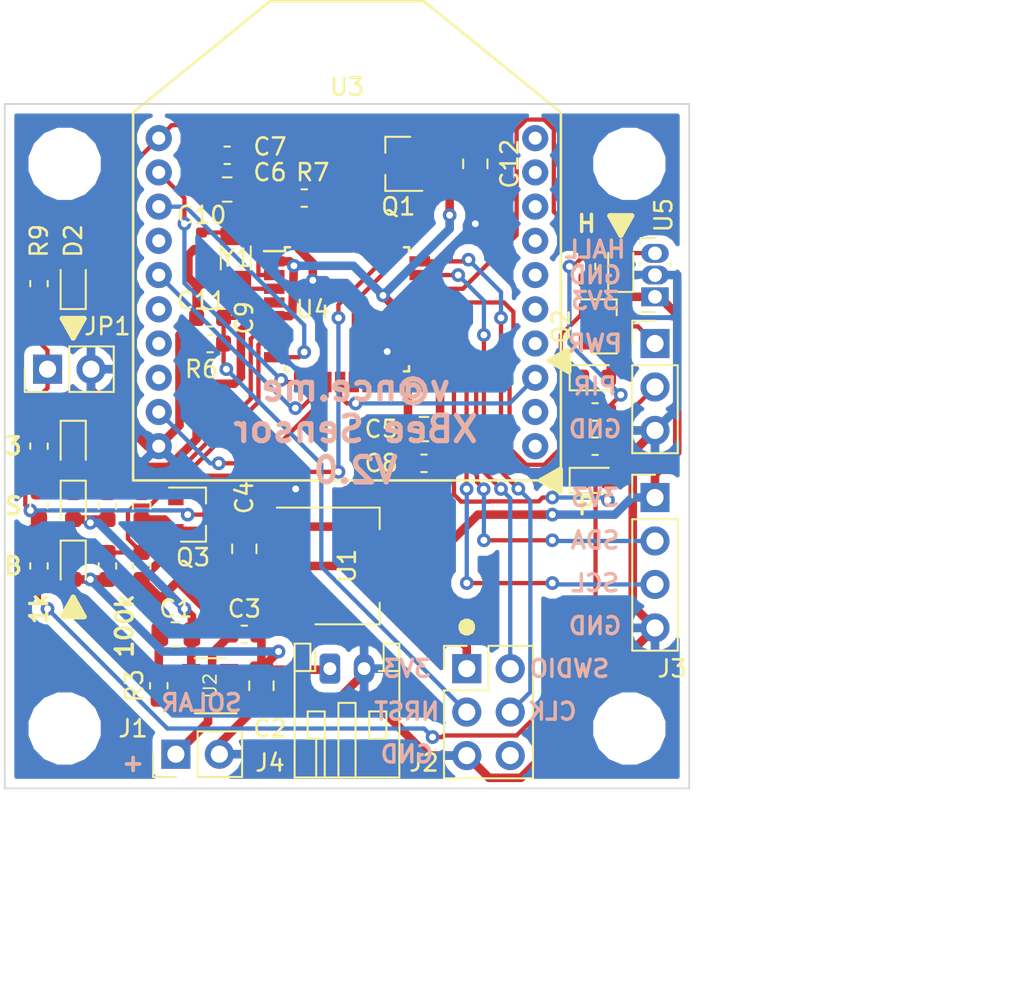
<source format=kicad_pcb>
(kicad_pcb (version 20171130) (host pcbnew 5.0.2-bee76a0~70~ubuntu18.10.1)

  (general
    (thickness 1.6)
    (drawings 40)
    (tracks 459)
    (zones 0)
    (modules 52)
    (nets 58)
  )

  (page A4)
  (layers
    (0 F.Cu signal)
    (31 B.Cu signal)
    (32 B.Adhes user)
    (33 F.Adhes user)
    (34 B.Paste user)
    (35 F.Paste user)
    (36 B.SilkS user)
    (37 F.SilkS user)
    (38 B.Mask user)
    (39 F.Mask user)
    (40 Dwgs.User user)
    (41 Cmts.User user)
    (42 Eco1.User user)
    (43 Eco2.User user)
    (44 Edge.Cuts user)
    (45 Margin user)
    (46 B.CrtYd user)
    (47 F.CrtYd user)
    (48 B.Fab user)
    (49 F.Fab user)
  )

  (setup
    (last_trace_width 0.25)
    (trace_clearance 0.2)
    (zone_clearance 0.508)
    (zone_45_only no)
    (trace_min 0.2)
    (segment_width 0.2)
    (edge_width 0.1)
    (via_size 0.8)
    (via_drill 0.4)
    (via_min_size 0.4)
    (via_min_drill 0.3)
    (uvia_size 0.3)
    (uvia_drill 0.1)
    (uvias_allowed no)
    (uvia_min_size 0.2)
    (uvia_min_drill 0.1)
    (pcb_text_width 0.3)
    (pcb_text_size 1.5 1.5)
    (mod_edge_width 0.15)
    (mod_text_size 1 1)
    (mod_text_width 0.15)
    (pad_size 6.4 6.4)
    (pad_drill 3.2)
    (pad_to_mask_clearance 0)
    (solder_mask_min_width 0.2)
    (aux_axis_origin 0 0)
    (visible_elements FFFDFF7F)
    (pcbplotparams
      (layerselection 0x010fc_ffffffff)
      (usegerberextensions true)
      (usegerberattributes false)
      (usegerberadvancedattributes false)
      (creategerberjobfile false)
      (excludeedgelayer true)
      (linewidth 0.100000)
      (plotframeref false)
      (viasonmask false)
      (mode 1)
      (useauxorigin false)
      (hpglpennumber 1)
      (hpglpenspeed 20)
      (hpglpendiameter 15.000000)
      (psnegative false)
      (psa4output false)
      (plotreference true)
      (plotvalue true)
      (plotinvisibletext false)
      (padsonsilk false)
      (subtractmaskfromsilk false)
      (outputformat 1)
      (mirror false)
      (drillshape 0)
      (scaleselection 1)
      (outputdirectory ""))
  )

  (net 0 "")
  (net 1 SOLAR)
  (net 2 GND)
  (net 3 BATTERY)
  (net 4 +3V3)
  (net 5 NRST)
  (net 6 "Net-(C10-Pad2)")
  (net 7 "Net-(C11-Pad1)")
  (net 8 "Net-(D1-Pad1)")
  (net 9 PIR_PWR)
  (net 10 "Net-(D2-Pad1)")
  (net 11 XBEE_PWR)
  (net 12 HALL)
  (net 13 "Net-(D3-Pad1)")
  (net 14 "Net-(D4-Pad1)")
  (net 15 PIR)
  (net 16 "Net-(D5-Pad1)")
  (net 17 "Net-(D6-Pad1)")
  (net 18 "Net-(D7-Pad1)")
  (net 19 SWDIO)
  (net 20 SWCLK)
  (net 21 "Net-(J2-Pad6)")
  (net 22 I2C_SDA)
  (net 23 I2C_SCL)
  (net 24 EN_XBEE)
  (net 25 EN_PIR)
  (net 26 ~LED_EN)
  (net 27 LED_GND)
  (net 28 SOLAR_SENSE)
  (net 29 "Net-(R3-Pad1)")
  (net 30 BATTERY_SENSE)
  (net 31 BOOT0)
  (net 32 "Net-(U2-Pad1)")
  (net 33 XB_RX)
  (net 34 XB_TX)
  (net 35 "Net-(U3-Pad4)")
  (net 36 XB_RESET)
  (net 37 "Net-(U3-Pad6)")
  (net 38 "Net-(U3-Pad7)")
  (net 39 "Net-(U3-Pad8)")
  (net 40 XB_SLEEP_REQ)
  (net 41 "Net-(U3-Pad11)")
  (net 42 "Net-(U3-Pad12)")
  (net 43 XB_ON)
  (net 44 "Net-(U3-Pad14)")
  (net 45 "Net-(U3-Pad15)")
  (net 46 "Net-(U3-Pad16)")
  (net 47 "Net-(U3-Pad17)")
  (net 48 "Net-(U3-Pad18)")
  (net 49 "Net-(U3-Pad19)")
  (net 50 "Net-(U3-Pad20)")
  (net 51 "Net-(U4-Pad14)")
  (net 52 "Net-(U4-Pad15)")
  (net 53 "Net-(U4-Pad26)")
  (net 54 "Net-(U4-Pad27)")
  (net 55 "Net-(U4-Pad28)")
  (net 56 "Net-(U4-Pad29)")
  (net 57 "Net-(U4-Pad30)")

  (net_class Default "This is the default net class."
    (clearance 0.2)
    (trace_width 0.25)
    (via_dia 0.8)
    (via_drill 0.4)
    (uvia_dia 0.3)
    (uvia_drill 0.1)
    (add_net BATTERY_SENSE)
    (add_net BOOT0)
    (add_net EN_PIR)
    (add_net EN_XBEE)
    (add_net HALL)
    (add_net I2C_SCL)
    (add_net I2C_SDA)
    (add_net LED_GND)
    (add_net NRST)
    (add_net "Net-(C10-Pad2)")
    (add_net "Net-(C11-Pad1)")
    (add_net "Net-(D1-Pad1)")
    (add_net "Net-(D2-Pad1)")
    (add_net "Net-(D3-Pad1)")
    (add_net "Net-(D4-Pad1)")
    (add_net "Net-(D5-Pad1)")
    (add_net "Net-(D6-Pad1)")
    (add_net "Net-(D7-Pad1)")
    (add_net "Net-(J2-Pad6)")
    (add_net "Net-(R3-Pad1)")
    (add_net "Net-(U2-Pad1)")
    (add_net "Net-(U3-Pad11)")
    (add_net "Net-(U3-Pad12)")
    (add_net "Net-(U3-Pad14)")
    (add_net "Net-(U3-Pad15)")
    (add_net "Net-(U3-Pad16)")
    (add_net "Net-(U3-Pad17)")
    (add_net "Net-(U3-Pad18)")
    (add_net "Net-(U3-Pad19)")
    (add_net "Net-(U3-Pad20)")
    (add_net "Net-(U3-Pad4)")
    (add_net "Net-(U3-Pad6)")
    (add_net "Net-(U3-Pad7)")
    (add_net "Net-(U3-Pad8)")
    (add_net "Net-(U4-Pad14)")
    (add_net "Net-(U4-Pad15)")
    (add_net "Net-(U4-Pad26)")
    (add_net "Net-(U4-Pad27)")
    (add_net "Net-(U4-Pad28)")
    (add_net "Net-(U4-Pad29)")
    (add_net "Net-(U4-Pad30)")
    (add_net PIR)
    (add_net PIR_PWR)
    (add_net SOLAR_SENSE)
    (add_net SWCLK)
    (add_net SWDIO)
    (add_net XBEE_PWR)
    (add_net XB_ON)
    (add_net XB_RESET)
    (add_net XB_RX)
    (add_net XB_SLEEP_REQ)
    (add_net XB_TX)
    (add_net ~LED_EN)
  )

  (net_class Power ""
    (clearance 0.2)
    (trace_width 0.5)
    (via_dia 0.8)
    (via_drill 0.4)
    (uvia_dia 0.3)
    (uvia_drill 0.1)
    (add_net +3V3)
    (add_net BATTERY)
    (add_net GND)
    (add_net SOLAR)
  )

  (module Capacitor_SMD:C_0805_2012Metric (layer F.Cu) (tedit 5B36C52B) (tstamp 5C7C125A)
    (at 132 106 180)
    (descr "Capacitor SMD 0805 (2012 Metric), square (rectangular) end terminal, IPC_7351 nominal, (Body size source: https://docs.google.com/spreadsheets/d/1BsfQQcO9C6DZCsRaXUlFlo91Tg2WpOkGARC1WS5S8t0/edit?usp=sharing), generated with kicad-footprint-generator")
    (tags capacitor)
    (path /5BEB5E84)
    (attr smd)
    (fp_text reference C1 (at 0 1.5 180) (layer F.SilkS)
      (effects (font (size 1 1) (thickness 0.15)))
    )
    (fp_text value 4.7uF (at 0 1.65 180) (layer F.Fab)
      (effects (font (size 1 1) (thickness 0.15)))
    )
    (fp_line (start -1 0.6) (end -1 -0.6) (layer F.Fab) (width 0.1))
    (fp_line (start -1 -0.6) (end 1 -0.6) (layer F.Fab) (width 0.1))
    (fp_line (start 1 -0.6) (end 1 0.6) (layer F.Fab) (width 0.1))
    (fp_line (start 1 0.6) (end -1 0.6) (layer F.Fab) (width 0.1))
    (fp_line (start -0.258578 -0.71) (end 0.258578 -0.71) (layer F.SilkS) (width 0.12))
    (fp_line (start -0.258578 0.71) (end 0.258578 0.71) (layer F.SilkS) (width 0.12))
    (fp_line (start -1.68 0.95) (end -1.68 -0.95) (layer F.CrtYd) (width 0.05))
    (fp_line (start -1.68 -0.95) (end 1.68 -0.95) (layer F.CrtYd) (width 0.05))
    (fp_line (start 1.68 -0.95) (end 1.68 0.95) (layer F.CrtYd) (width 0.05))
    (fp_line (start 1.68 0.95) (end -1.68 0.95) (layer F.CrtYd) (width 0.05))
    (fp_text user %R (at 0 0 180) (layer F.Fab)
      (effects (font (size 0.5 0.5) (thickness 0.08)))
    )
    (pad 1 smd roundrect (at -0.9375 0 180) (size 0.975 1.4) (layers F.Cu F.Paste F.Mask) (roundrect_rratio 0.25)
      (net 1 SOLAR))
    (pad 2 smd roundrect (at 0.9375 0 180) (size 0.975 1.4) (layers F.Cu F.Paste F.Mask) (roundrect_rratio 0.25)
      (net 2 GND))
    (model ${KISYS3DMOD}/Capacitor_SMD.3dshapes/C_0805_2012Metric.wrl
      (at (xyz 0 0 0))
      (scale (xyz 1 1 1))
      (rotate (xyz 0 0 0))
    )
  )

  (module Capacitor_SMD:C_0805_2012Metric (layer F.Cu) (tedit 5B36C52B) (tstamp 5C7C126B)
    (at 137 109 270)
    (descr "Capacitor SMD 0805 (2012 Metric), square (rectangular) end terminal, IPC_7351 nominal, (Body size source: https://docs.google.com/spreadsheets/d/1BsfQQcO9C6DZCsRaXUlFlo91Tg2WpOkGARC1WS5S8t0/edit?usp=sharing), generated with kicad-footprint-generator")
    (tags capacitor)
    (path /5BEB71E7)
    (attr smd)
    (fp_text reference C2 (at 2.5 -0.5) (layer F.SilkS)
      (effects (font (size 1 1) (thickness 0.15)))
    )
    (fp_text value 4.7uF (at 0 1.65 270) (layer F.Fab)
      (effects (font (size 1 1) (thickness 0.15)))
    )
    (fp_line (start -1 0.6) (end -1 -0.6) (layer F.Fab) (width 0.1))
    (fp_line (start -1 -0.6) (end 1 -0.6) (layer F.Fab) (width 0.1))
    (fp_line (start 1 -0.6) (end 1 0.6) (layer F.Fab) (width 0.1))
    (fp_line (start 1 0.6) (end -1 0.6) (layer F.Fab) (width 0.1))
    (fp_line (start -0.258578 -0.71) (end 0.258578 -0.71) (layer F.SilkS) (width 0.12))
    (fp_line (start -0.258578 0.71) (end 0.258578 0.71) (layer F.SilkS) (width 0.12))
    (fp_line (start -1.68 0.95) (end -1.68 -0.95) (layer F.CrtYd) (width 0.05))
    (fp_line (start -1.68 -0.95) (end 1.68 -0.95) (layer F.CrtYd) (width 0.05))
    (fp_line (start 1.68 -0.95) (end 1.68 0.95) (layer F.CrtYd) (width 0.05))
    (fp_line (start 1.68 0.95) (end -1.68 0.95) (layer F.CrtYd) (width 0.05))
    (fp_text user %R (at 0 0 270) (layer F.Fab)
      (effects (font (size 0.5 0.5) (thickness 0.08)))
    )
    (pad 1 smd roundrect (at -0.9375 0 270) (size 0.975 1.4) (layers F.Cu F.Paste F.Mask) (roundrect_rratio 0.25)
      (net 3 BATTERY))
    (pad 2 smd roundrect (at 0.9375 0 270) (size 0.975 1.4) (layers F.Cu F.Paste F.Mask) (roundrect_rratio 0.25)
      (net 2 GND))
    (model ${KISYS3DMOD}/Capacitor_SMD.3dshapes/C_0805_2012Metric.wrl
      (at (xyz 0 0 0))
      (scale (xyz 1 1 1))
      (rotate (xyz 0 0 0))
    )
  )

  (module Capacitor_SMD:C_0603_1608Metric (layer F.Cu) (tedit 5B301BBE) (tstamp 5C7C127C)
    (at 136 106 180)
    (descr "Capacitor SMD 0603 (1608 Metric), square (rectangular) end terminal, IPC_7351 nominal, (Body size source: http://www.tortai-tech.com/upload/download/2011102023233369053.pdf), generated with kicad-footprint-generator")
    (tags capacitor)
    (path /5BEB9A83)
    (attr smd)
    (fp_text reference C3 (at 0 1.5 180) (layer F.SilkS)
      (effects (font (size 1 1) (thickness 0.15)))
    )
    (fp_text value 100nF (at 0 1.43 180) (layer F.Fab)
      (effects (font (size 1 1) (thickness 0.15)))
    )
    (fp_text user %R (at 0 0 180) (layer F.Fab)
      (effects (font (size 0.4 0.4) (thickness 0.06)))
    )
    (fp_line (start 1.48 0.73) (end -1.48 0.73) (layer F.CrtYd) (width 0.05))
    (fp_line (start 1.48 -0.73) (end 1.48 0.73) (layer F.CrtYd) (width 0.05))
    (fp_line (start -1.48 -0.73) (end 1.48 -0.73) (layer F.CrtYd) (width 0.05))
    (fp_line (start -1.48 0.73) (end -1.48 -0.73) (layer F.CrtYd) (width 0.05))
    (fp_line (start -0.162779 0.51) (end 0.162779 0.51) (layer F.SilkS) (width 0.12))
    (fp_line (start -0.162779 -0.51) (end 0.162779 -0.51) (layer F.SilkS) (width 0.12))
    (fp_line (start 0.8 0.4) (end -0.8 0.4) (layer F.Fab) (width 0.1))
    (fp_line (start 0.8 -0.4) (end 0.8 0.4) (layer F.Fab) (width 0.1))
    (fp_line (start -0.8 -0.4) (end 0.8 -0.4) (layer F.Fab) (width 0.1))
    (fp_line (start -0.8 0.4) (end -0.8 -0.4) (layer F.Fab) (width 0.1))
    (pad 2 smd roundrect (at 0.7875 0 180) (size 0.875 0.95) (layers F.Cu F.Paste F.Mask) (roundrect_rratio 0.25)
      (net 2 GND))
    (pad 1 smd roundrect (at -0.7875 0 180) (size 0.875 0.95) (layers F.Cu F.Paste F.Mask) (roundrect_rratio 0.25)
      (net 3 BATTERY))
    (model ${KISYS3DMOD}/Capacitor_SMD.3dshapes/C_0603_1608Metric.wrl
      (at (xyz 0 0 0))
      (scale (xyz 1 1 1))
      (rotate (xyz 0 0 0))
    )
  )

  (module Capacitor_SMD:C_0805_2012Metric (layer F.Cu) (tedit 5B36C52B) (tstamp 5C7C128D)
    (at 136 101 90)
    (descr "Capacitor SMD 0805 (2012 Metric), square (rectangular) end terminal, IPC_7351 nominal, (Body size source: https://docs.google.com/spreadsheets/d/1BsfQQcO9C6DZCsRaXUlFlo91Tg2WpOkGARC1WS5S8t0/edit?usp=sharing), generated with kicad-footprint-generator")
    (tags capacitor)
    (path /5BEB991C)
    (attr smd)
    (fp_text reference C4 (at 3 0 90) (layer F.SilkS)
      (effects (font (size 1 1) (thickness 0.15)))
    )
    (fp_text value 10uF (at 0 1.65 90) (layer F.Fab)
      (effects (font (size 1 1) (thickness 0.15)))
    )
    (fp_text user %R (at 0 0 90) (layer F.Fab)
      (effects (font (size 0.5 0.5) (thickness 0.08)))
    )
    (fp_line (start 1.68 0.95) (end -1.68 0.95) (layer F.CrtYd) (width 0.05))
    (fp_line (start 1.68 -0.95) (end 1.68 0.95) (layer F.CrtYd) (width 0.05))
    (fp_line (start -1.68 -0.95) (end 1.68 -0.95) (layer F.CrtYd) (width 0.05))
    (fp_line (start -1.68 0.95) (end -1.68 -0.95) (layer F.CrtYd) (width 0.05))
    (fp_line (start -0.258578 0.71) (end 0.258578 0.71) (layer F.SilkS) (width 0.12))
    (fp_line (start -0.258578 -0.71) (end 0.258578 -0.71) (layer F.SilkS) (width 0.12))
    (fp_line (start 1 0.6) (end -1 0.6) (layer F.Fab) (width 0.1))
    (fp_line (start 1 -0.6) (end 1 0.6) (layer F.Fab) (width 0.1))
    (fp_line (start -1 -0.6) (end 1 -0.6) (layer F.Fab) (width 0.1))
    (fp_line (start -1 0.6) (end -1 -0.6) (layer F.Fab) (width 0.1))
    (pad 2 smd roundrect (at 0.9375 0 90) (size 0.975 1.4) (layers F.Cu F.Paste F.Mask) (roundrect_rratio 0.25)
      (net 2 GND))
    (pad 1 smd roundrect (at -0.9375 0 90) (size 0.975 1.4) (layers F.Cu F.Paste F.Mask) (roundrect_rratio 0.25)
      (net 4 +3V3))
    (model ${KISYS3DMOD}/Capacitor_SMD.3dshapes/C_0805_2012Metric.wrl
      (at (xyz 0 0 0))
      (scale (xyz 1 1 1))
      (rotate (xyz 0 0 0))
    )
  )

  (module Capacitor_SMD:C_0805_2012Metric (layer F.Cu) (tedit 5C64278E) (tstamp 5C704013)
    (at 146.5 94 180)
    (descr "Capacitor SMD 0805 (2012 Metric), square (rectangular) end terminal, IPC_7351 nominal, (Body size source: https://docs.google.com/spreadsheets/d/1BsfQQcO9C6DZCsRaXUlFlo91Tg2WpOkGARC1WS5S8t0/edit?usp=sharing), generated with kicad-footprint-generator")
    (tags capacitor)
    (path /5BF7059C)
    (attr smd)
    (fp_text reference C5 (at 2.5 0 180) (layer F.SilkS)
      (effects (font (size 1 1) (thickness 0.15)))
    )
    (fp_text value 1uF (at 0 1.65 180) (layer F.Fab)
      (effects (font (size 1 1) (thickness 0.15)))
    )
    (fp_line (start -1 0.6) (end -1 -0.6) (layer F.Fab) (width 0.1))
    (fp_line (start -1 -0.6) (end 1 -0.6) (layer F.Fab) (width 0.1))
    (fp_line (start 1 -0.6) (end 1 0.6) (layer F.Fab) (width 0.1))
    (fp_line (start 1 0.6) (end -1 0.6) (layer F.Fab) (width 0.1))
    (fp_line (start -0.258578 -0.71) (end 0.258578 -0.71) (layer F.SilkS) (width 0.12))
    (fp_line (start -0.258578 0.71) (end 0.258578 0.71) (layer F.SilkS) (width 0.12))
    (fp_line (start -1.68 0.95) (end -1.68 -0.95) (layer F.CrtYd) (width 0.05))
    (fp_line (start -1.68 -0.95) (end 1.68 -0.95) (layer F.CrtYd) (width 0.05))
    (fp_line (start 1.68 -0.95) (end 1.68 0.95) (layer F.CrtYd) (width 0.05))
    (fp_line (start 1.68 0.95) (end -1.68 0.95) (layer F.CrtYd) (width 0.05))
    (fp_text user %R (at 0 0 180) (layer F.Fab)
      (effects (font (size 0.5 0.5) (thickness 0.08)))
    )
    (pad 1 smd roundrect (at -0.9375 0 180) (size 0.975 1.4) (layers F.Cu F.Paste F.Mask) (roundrect_rratio 0.25)
      (net 4 +3V3))
    (pad 2 smd roundrect (at 0.9375 0 180) (size 0.975 1.4) (layers F.Cu F.Paste F.Mask) (roundrect_rratio 0.25)
      (net 2 GND))
    (model ${KISYS3DMOD}/Capacitor_SMD.3dshapes/C_0805_2012Metric.wrl
      (at (xyz 0 0 0))
      (scale (xyz 1 1 1))
      (rotate (xyz 0 0 0))
    )
  )

  (module Capacitor_SMD:C_0805_2012Metric (layer F.Cu) (tedit 5B36C52B) (tstamp 5C7C12AF)
    (at 135 80)
    (descr "Capacitor SMD 0805 (2012 Metric), square (rectangular) end terminal, IPC_7351 nominal, (Body size source: https://docs.google.com/spreadsheets/d/1BsfQQcO9C6DZCsRaXUlFlo91Tg2WpOkGARC1WS5S8t0/edit?usp=sharing), generated with kicad-footprint-generator")
    (tags capacitor)
    (path /5BF682B6)
    (attr smd)
    (fp_text reference C6 (at 2.5 -1) (layer F.SilkS)
      (effects (font (size 1 1) (thickness 0.15)))
    )
    (fp_text value 1uF (at 0 1.65) (layer F.Fab)
      (effects (font (size 1 1) (thickness 0.15)))
    )
    (fp_text user %R (at 0 0) (layer F.Fab)
      (effects (font (size 0.5 0.5) (thickness 0.08)))
    )
    (fp_line (start 1.68 0.95) (end -1.68 0.95) (layer F.CrtYd) (width 0.05))
    (fp_line (start 1.68 -0.95) (end 1.68 0.95) (layer F.CrtYd) (width 0.05))
    (fp_line (start -1.68 -0.95) (end 1.68 -0.95) (layer F.CrtYd) (width 0.05))
    (fp_line (start -1.68 0.95) (end -1.68 -0.95) (layer F.CrtYd) (width 0.05))
    (fp_line (start -0.258578 0.71) (end 0.258578 0.71) (layer F.SilkS) (width 0.12))
    (fp_line (start -0.258578 -0.71) (end 0.258578 -0.71) (layer F.SilkS) (width 0.12))
    (fp_line (start 1 0.6) (end -1 0.6) (layer F.Fab) (width 0.1))
    (fp_line (start 1 -0.6) (end 1 0.6) (layer F.Fab) (width 0.1))
    (fp_line (start -1 -0.6) (end 1 -0.6) (layer F.Fab) (width 0.1))
    (fp_line (start -1 0.6) (end -1 -0.6) (layer F.Fab) (width 0.1))
    (pad 2 smd roundrect (at 0.9375 0) (size 0.975 1.4) (layers F.Cu F.Paste F.Mask) (roundrect_rratio 0.25)
      (net 2 GND))
    (pad 1 smd roundrect (at -0.9375 0) (size 0.975 1.4) (layers F.Cu F.Paste F.Mask) (roundrect_rratio 0.25)
      (net 4 +3V3))
    (model ${KISYS3DMOD}/Capacitor_SMD.3dshapes/C_0805_2012Metric.wrl
      (at (xyz 0 0 0))
      (scale (xyz 1 1 1))
      (rotate (xyz 0 0 0))
    )
  )

  (module Capacitor_SMD:C_0603_1608Metric (layer F.Cu) (tedit 5B301BBE) (tstamp 5C703F87)
    (at 135 78)
    (descr "Capacitor SMD 0603 (1608 Metric), square (rectangular) end terminal, IPC_7351 nominal, (Body size source: http://www.tortai-tech.com/upload/download/2011102023233369053.pdf), generated with kicad-footprint-generator")
    (tags capacitor)
    (path /5BF68407)
    (attr smd)
    (fp_text reference C7 (at 2.5 -0.5) (layer F.SilkS)
      (effects (font (size 1 1) (thickness 0.15)))
    )
    (fp_text value 100nF (at 0 1.43) (layer F.Fab)
      (effects (font (size 1 1) (thickness 0.15)))
    )
    (fp_line (start -0.8 0.4) (end -0.8 -0.4) (layer F.Fab) (width 0.1))
    (fp_line (start -0.8 -0.4) (end 0.8 -0.4) (layer F.Fab) (width 0.1))
    (fp_line (start 0.8 -0.4) (end 0.8 0.4) (layer F.Fab) (width 0.1))
    (fp_line (start 0.8 0.4) (end -0.8 0.4) (layer F.Fab) (width 0.1))
    (fp_line (start -0.162779 -0.51) (end 0.162779 -0.51) (layer F.SilkS) (width 0.12))
    (fp_line (start -0.162779 0.51) (end 0.162779 0.51) (layer F.SilkS) (width 0.12))
    (fp_line (start -1.48 0.73) (end -1.48 -0.73) (layer F.CrtYd) (width 0.05))
    (fp_line (start -1.48 -0.73) (end 1.48 -0.73) (layer F.CrtYd) (width 0.05))
    (fp_line (start 1.48 -0.73) (end 1.48 0.73) (layer F.CrtYd) (width 0.05))
    (fp_line (start 1.48 0.73) (end -1.48 0.73) (layer F.CrtYd) (width 0.05))
    (fp_text user %R (at 0 0) (layer F.Fab)
      (effects (font (size 0.4 0.4) (thickness 0.06)))
    )
    (pad 1 smd roundrect (at -0.7875 0) (size 0.875 0.95) (layers F.Cu F.Paste F.Mask) (roundrect_rratio 0.25)
      (net 4 +3V3))
    (pad 2 smd roundrect (at 0.7875 0) (size 0.875 0.95) (layers F.Cu F.Paste F.Mask) (roundrect_rratio 0.25)
      (net 2 GND))
    (model ${KISYS3DMOD}/Capacitor_SMD.3dshapes/C_0603_1608Metric.wrl
      (at (xyz 0 0 0))
      (scale (xyz 1 1 1))
      (rotate (xyz 0 0 0))
    )
  )

  (module Capacitor_SMD:C_0603_1608Metric (layer F.Cu) (tedit 5B301BBE) (tstamp 5C7C12D1)
    (at 146.5 96 180)
    (descr "Capacitor SMD 0603 (1608 Metric), square (rectangular) end terminal, IPC_7351 nominal, (Body size source: http://www.tortai-tech.com/upload/download/2011102023233369053.pdf), generated with kicad-footprint-generator")
    (tags capacitor)
    (path /5BF7088F)
    (attr smd)
    (fp_text reference C8 (at 2.5 0 180) (layer F.SilkS)
      (effects (font (size 1 1) (thickness 0.15)))
    )
    (fp_text value 100nF (at 0 1.43 180) (layer F.Fab)
      (effects (font (size 1 1) (thickness 0.15)))
    )
    (fp_line (start -0.8 0.4) (end -0.8 -0.4) (layer F.Fab) (width 0.1))
    (fp_line (start -0.8 -0.4) (end 0.8 -0.4) (layer F.Fab) (width 0.1))
    (fp_line (start 0.8 -0.4) (end 0.8 0.4) (layer F.Fab) (width 0.1))
    (fp_line (start 0.8 0.4) (end -0.8 0.4) (layer F.Fab) (width 0.1))
    (fp_line (start -0.162779 -0.51) (end 0.162779 -0.51) (layer F.SilkS) (width 0.12))
    (fp_line (start -0.162779 0.51) (end 0.162779 0.51) (layer F.SilkS) (width 0.12))
    (fp_line (start -1.48 0.73) (end -1.48 -0.73) (layer F.CrtYd) (width 0.05))
    (fp_line (start -1.48 -0.73) (end 1.48 -0.73) (layer F.CrtYd) (width 0.05))
    (fp_line (start 1.48 -0.73) (end 1.48 0.73) (layer F.CrtYd) (width 0.05))
    (fp_line (start 1.48 0.73) (end -1.48 0.73) (layer F.CrtYd) (width 0.05))
    (fp_text user %R (at 0 0 180) (layer F.Fab)
      (effects (font (size 0.4 0.4) (thickness 0.06)))
    )
    (pad 1 smd roundrect (at -0.7875 0 180) (size 0.875 0.95) (layers F.Cu F.Paste F.Mask) (roundrect_rratio 0.25)
      (net 4 +3V3))
    (pad 2 smd roundrect (at 0.7875 0 180) (size 0.875 0.95) (layers F.Cu F.Paste F.Mask) (roundrect_rratio 0.25)
      (net 2 GND))
    (model ${KISYS3DMOD}/Capacitor_SMD.3dshapes/C_0603_1608Metric.wrl
      (at (xyz 0 0 0))
      (scale (xyz 1 1 1))
      (rotate (xyz 0 0 0))
    )
  )

  (module Capacitor_SMD:C_0603_1608Metric (layer F.Cu) (tedit 5B301BBE) (tstamp 5C70416E)
    (at 134 87.5)
    (descr "Capacitor SMD 0603 (1608 Metric), square (rectangular) end terminal, IPC_7351 nominal, (Body size source: http://www.tortai-tech.com/upload/download/2011102023233369053.pdf), generated with kicad-footprint-generator")
    (tags capacitor)
    (path /5BF43BF0)
    (attr smd)
    (fp_text reference C9 (at 2 0 90) (layer F.SilkS)
      (effects (font (size 1 1) (thickness 0.15)))
    )
    (fp_text value 100nF (at 0 1.43) (layer F.Fab)
      (effects (font (size 1 1) (thickness 0.15)))
    )
    (fp_text user %R (at 0 0) (layer F.Fab)
      (effects (font (size 0.4 0.4) (thickness 0.06)))
    )
    (fp_line (start 1.48 0.73) (end -1.48 0.73) (layer F.CrtYd) (width 0.05))
    (fp_line (start 1.48 -0.73) (end 1.48 0.73) (layer F.CrtYd) (width 0.05))
    (fp_line (start -1.48 -0.73) (end 1.48 -0.73) (layer F.CrtYd) (width 0.05))
    (fp_line (start -1.48 0.73) (end -1.48 -0.73) (layer F.CrtYd) (width 0.05))
    (fp_line (start -0.162779 0.51) (end 0.162779 0.51) (layer F.SilkS) (width 0.12))
    (fp_line (start -0.162779 -0.51) (end 0.162779 -0.51) (layer F.SilkS) (width 0.12))
    (fp_line (start 0.8 0.4) (end -0.8 0.4) (layer F.Fab) (width 0.1))
    (fp_line (start 0.8 -0.4) (end 0.8 0.4) (layer F.Fab) (width 0.1))
    (fp_line (start -0.8 -0.4) (end 0.8 -0.4) (layer F.Fab) (width 0.1))
    (fp_line (start -0.8 0.4) (end -0.8 -0.4) (layer F.Fab) (width 0.1))
    (pad 2 smd roundrect (at 0.7875 0) (size 0.875 0.95) (layers F.Cu F.Paste F.Mask) (roundrect_rratio 0.25)
      (net 5 NRST))
    (pad 1 smd roundrect (at -0.7875 0) (size 0.875 0.95) (layers F.Cu F.Paste F.Mask) (roundrect_rratio 0.25)
      (net 2 GND))
    (model ${KISYS3DMOD}/Capacitor_SMD.3dshapes/C_0603_1608Metric.wrl
      (at (xyz 0 0 0))
      (scale (xyz 1 1 1))
      (rotate (xyz 0 0 0))
    )
  )

  (module Capacitor_SMD:C_0402_1005Metric (layer F.Cu) (tedit 5B301BBE) (tstamp 5C7C12F1)
    (at 133.5 83 90)
    (descr "Capacitor SMD 0402 (1005 Metric), square (rectangular) end terminal, IPC_7351 nominal, (Body size source: http://www.tortai-tech.com/upload/download/2011102023233369053.pdf), generated with kicad-footprint-generator")
    (tags capacitor)
    (path /5BF307F5)
    (attr smd)
    (fp_text reference C10 (at 1.5 0 180) (layer F.SilkS)
      (effects (font (size 1 1) (thickness 0.15)))
    )
    (fp_text value 10pF (at 0 1.17 90) (layer F.Fab)
      (effects (font (size 1 1) (thickness 0.15)))
    )
    (fp_line (start -0.5 0.25) (end -0.5 -0.25) (layer F.Fab) (width 0.1))
    (fp_line (start -0.5 -0.25) (end 0.5 -0.25) (layer F.Fab) (width 0.1))
    (fp_line (start 0.5 -0.25) (end 0.5 0.25) (layer F.Fab) (width 0.1))
    (fp_line (start 0.5 0.25) (end -0.5 0.25) (layer F.Fab) (width 0.1))
    (fp_line (start -0.93 0.47) (end -0.93 -0.47) (layer F.CrtYd) (width 0.05))
    (fp_line (start -0.93 -0.47) (end 0.93 -0.47) (layer F.CrtYd) (width 0.05))
    (fp_line (start 0.93 -0.47) (end 0.93 0.47) (layer F.CrtYd) (width 0.05))
    (fp_line (start 0.93 0.47) (end -0.93 0.47) (layer F.CrtYd) (width 0.05))
    (fp_text user %R (at 0 0 90) (layer F.Fab)
      (effects (font (size 0.25 0.25) (thickness 0.04)))
    )
    (pad 1 smd roundrect (at -0.485 0 90) (size 0.59 0.64) (layers F.Cu F.Paste F.Mask) (roundrect_rratio 0.25)
      (net 2 GND))
    (pad 2 smd roundrect (at 0.485 0 90) (size 0.59 0.64) (layers F.Cu F.Paste F.Mask) (roundrect_rratio 0.25)
      (net 6 "Net-(C10-Pad2)"))
    (model ${KISYS3DMOD}/Capacitor_SMD.3dshapes/C_0402_1005Metric.wrl
      (at (xyz 0 0 0))
      (scale (xyz 1 1 1))
      (rotate (xyz 0 0 0))
    )
  )

  (module Capacitor_SMD:C_0402_1005Metric (layer F.Cu) (tedit 5B301BBE) (tstamp 5C7C1300)
    (at 133.5 85 270)
    (descr "Capacitor SMD 0402 (1005 Metric), square (rectangular) end terminal, IPC_7351 nominal, (Body size source: http://www.tortai-tech.com/upload/download/2011102023233369053.pdf), generated with kicad-footprint-generator")
    (tags capacitor)
    (path /5BF309E8)
    (attr smd)
    (fp_text reference C11 (at 1.5 0) (layer F.SilkS)
      (effects (font (size 1 1) (thickness 0.15)))
    )
    (fp_text value 10pF (at 0 1.17 270) (layer F.Fab)
      (effects (font (size 1 1) (thickness 0.15)))
    )
    (fp_text user %R (at 0 0 270) (layer F.Fab)
      (effects (font (size 0.25 0.25) (thickness 0.04)))
    )
    (fp_line (start 0.93 0.47) (end -0.93 0.47) (layer F.CrtYd) (width 0.05))
    (fp_line (start 0.93 -0.47) (end 0.93 0.47) (layer F.CrtYd) (width 0.05))
    (fp_line (start -0.93 -0.47) (end 0.93 -0.47) (layer F.CrtYd) (width 0.05))
    (fp_line (start -0.93 0.47) (end -0.93 -0.47) (layer F.CrtYd) (width 0.05))
    (fp_line (start 0.5 0.25) (end -0.5 0.25) (layer F.Fab) (width 0.1))
    (fp_line (start 0.5 -0.25) (end 0.5 0.25) (layer F.Fab) (width 0.1))
    (fp_line (start -0.5 -0.25) (end 0.5 -0.25) (layer F.Fab) (width 0.1))
    (fp_line (start -0.5 0.25) (end -0.5 -0.25) (layer F.Fab) (width 0.1))
    (pad 2 smd roundrect (at 0.485 0 270) (size 0.59 0.64) (layers F.Cu F.Paste F.Mask) (roundrect_rratio 0.25)
      (net 2 GND))
    (pad 1 smd roundrect (at -0.485 0 270) (size 0.59 0.64) (layers F.Cu F.Paste F.Mask) (roundrect_rratio 0.25)
      (net 7 "Net-(C11-Pad1)"))
    (model ${KISYS3DMOD}/Capacitor_SMD.3dshapes/C_0402_1005Metric.wrl
      (at (xyz 0 0 0))
      (scale (xyz 1 1 1))
      (rotate (xyz 0 0 0))
    )
  )

  (module LED_SMD:LED_0603_1608Metric (layer F.Cu) (tedit 5C642430) (tstamp 5C7C1313)
    (at 156.5 91)
    (descr "LED SMD 0603 (1608 Metric), square (rectangular) end terminal, IPC_7351 nominal, (Body size source: http://www.tortai-tech.com/upload/download/2011102023233369053.pdf), generated with kicad-footprint-generator")
    (tags diode)
    (path /5C643D9C)
    (attr smd)
    (fp_text reference D1 (at 0 -1.43) (layer F.SilkS) hide
      (effects (font (size 1 1) (thickness 0.15)))
    )
    (fp_text value LED (at 0 1.43) (layer F.Fab)
      (effects (font (size 1 1) (thickness 0.15)))
    )
    (fp_line (start 0.8 -0.4) (end -0.5 -0.4) (layer F.Fab) (width 0.1))
    (fp_line (start -0.5 -0.4) (end -0.8 -0.1) (layer F.Fab) (width 0.1))
    (fp_line (start -0.8 -0.1) (end -0.8 0.4) (layer F.Fab) (width 0.1))
    (fp_line (start -0.8 0.4) (end 0.8 0.4) (layer F.Fab) (width 0.1))
    (fp_line (start 0.8 0.4) (end 0.8 -0.4) (layer F.Fab) (width 0.1))
    (fp_line (start 0.8 -0.735) (end -1.485 -0.735) (layer F.SilkS) (width 0.12))
    (fp_line (start -1.485 -0.735) (end -1.485 0.735) (layer F.SilkS) (width 0.12))
    (fp_line (start -1.485 0.735) (end 0.8 0.735) (layer F.SilkS) (width 0.12))
    (fp_line (start -1.48 0.73) (end -1.48 -0.73) (layer F.CrtYd) (width 0.05))
    (fp_line (start -1.48 -0.73) (end 1.48 -0.73) (layer F.CrtYd) (width 0.05))
    (fp_line (start 1.48 -0.73) (end 1.48 0.73) (layer F.CrtYd) (width 0.05))
    (fp_line (start 1.48 0.73) (end -1.48 0.73) (layer F.CrtYd) (width 0.05))
    (fp_text user %R (at 0 0) (layer F.Fab)
      (effects (font (size 0.4 0.4) (thickness 0.06)))
    )
    (pad 1 smd roundrect (at -0.7875 0) (size 0.875 0.95) (layers F.Cu F.Paste F.Mask) (roundrect_rratio 0.25)
      (net 8 "Net-(D1-Pad1)"))
    (pad 2 smd roundrect (at 0.7875 0) (size 0.875 0.95) (layers F.Cu F.Paste F.Mask) (roundrect_rratio 0.25)
      (net 9 PIR_PWR))
    (model ${KISYS3DMOD}/LED_SMD.3dshapes/LED_0603_1608Metric.wrl
      (at (xyz 0 0 0))
      (scale (xyz 1 1 1))
      (rotate (xyz 0 0 0))
    )
  )

  (module LED_SMD:LED_0603_1608Metric (layer F.Cu) (tedit 5B301BBE) (tstamp 5C7C1326)
    (at 126 85.5 90)
    (descr "LED SMD 0603 (1608 Metric), square (rectangular) end terminal, IPC_7351 nominal, (Body size source: http://www.tortai-tech.com/upload/download/2011102023233369053.pdf), generated with kicad-footprint-generator")
    (tags diode)
    (path /5C645A20)
    (attr smd)
    (fp_text reference D2 (at 2.5 0 90) (layer F.SilkS)
      (effects (font (size 1 1) (thickness 0.15)))
    )
    (fp_text value LED (at 0 1.43 90) (layer F.Fab)
      (effects (font (size 1 1) (thickness 0.15)))
    )
    (fp_line (start 0.8 -0.4) (end -0.5 -0.4) (layer F.Fab) (width 0.1))
    (fp_line (start -0.5 -0.4) (end -0.8 -0.1) (layer F.Fab) (width 0.1))
    (fp_line (start -0.8 -0.1) (end -0.8 0.4) (layer F.Fab) (width 0.1))
    (fp_line (start -0.8 0.4) (end 0.8 0.4) (layer F.Fab) (width 0.1))
    (fp_line (start 0.8 0.4) (end 0.8 -0.4) (layer F.Fab) (width 0.1))
    (fp_line (start 0.8 -0.735) (end -1.485 -0.735) (layer F.SilkS) (width 0.12))
    (fp_line (start -1.485 -0.735) (end -1.485 0.735) (layer F.SilkS) (width 0.12))
    (fp_line (start -1.485 0.735) (end 0.8 0.735) (layer F.SilkS) (width 0.12))
    (fp_line (start -1.48 0.73) (end -1.48 -0.73) (layer F.CrtYd) (width 0.05))
    (fp_line (start -1.48 -0.73) (end 1.48 -0.73) (layer F.CrtYd) (width 0.05))
    (fp_line (start 1.48 -0.73) (end 1.48 0.73) (layer F.CrtYd) (width 0.05))
    (fp_line (start 1.48 0.73) (end -1.48 0.73) (layer F.CrtYd) (width 0.05))
    (fp_text user %R (at 0 0 90) (layer F.Fab)
      (effects (font (size 0.4 0.4) (thickness 0.06)))
    )
    (pad 1 smd roundrect (at -0.7875 0 90) (size 0.875 0.95) (layers F.Cu F.Paste F.Mask) (roundrect_rratio 0.25)
      (net 10 "Net-(D2-Pad1)"))
    (pad 2 smd roundrect (at 0.7875 0 90) (size 0.875 0.95) (layers F.Cu F.Paste F.Mask) (roundrect_rratio 0.25)
      (net 11 XBEE_PWR))
    (model ${KISYS3DMOD}/LED_SMD.3dshapes/LED_0603_1608Metric.wrl
      (at (xyz 0 0 0))
      (scale (xyz 1 1 1))
      (rotate (xyz 0 0 0))
    )
  )

  (module LED_SMD:LED_0603_1608Metric (layer F.Cu) (tedit 5C642446) (tstamp 5C7C1339)
    (at 158 84.5 90)
    (descr "LED SMD 0603 (1608 Metric), square (rectangular) end terminal, IPC_7351 nominal, (Body size source: http://www.tortai-tech.com/upload/download/2011102023233369053.pdf), generated with kicad-footprint-generator")
    (tags diode)
    (path /5C646CC8)
    (attr smd)
    (fp_text reference D3 (at 0 -1.43 90) (layer F.SilkS) hide
      (effects (font (size 1 1) (thickness 0.15)))
    )
    (fp_text value LED (at 0 1.43 90) (layer F.Fab)
      (effects (font (size 1 1) (thickness 0.15)))
    )
    (fp_text user %R (at 0 0 90) (layer F.Fab)
      (effects (font (size 0.4 0.4) (thickness 0.06)))
    )
    (fp_line (start 1.48 0.73) (end -1.48 0.73) (layer F.CrtYd) (width 0.05))
    (fp_line (start 1.48 -0.73) (end 1.48 0.73) (layer F.CrtYd) (width 0.05))
    (fp_line (start -1.48 -0.73) (end 1.48 -0.73) (layer F.CrtYd) (width 0.05))
    (fp_line (start -1.48 0.73) (end -1.48 -0.73) (layer F.CrtYd) (width 0.05))
    (fp_line (start -1.485 0.735) (end 0.8 0.735) (layer F.SilkS) (width 0.12))
    (fp_line (start -1.485 -0.735) (end -1.485 0.735) (layer F.SilkS) (width 0.12))
    (fp_line (start 0.8 -0.735) (end -1.485 -0.735) (layer F.SilkS) (width 0.12))
    (fp_line (start 0.8 0.4) (end 0.8 -0.4) (layer F.Fab) (width 0.1))
    (fp_line (start -0.8 0.4) (end 0.8 0.4) (layer F.Fab) (width 0.1))
    (fp_line (start -0.8 -0.1) (end -0.8 0.4) (layer F.Fab) (width 0.1))
    (fp_line (start -0.5 -0.4) (end -0.8 -0.1) (layer F.Fab) (width 0.1))
    (fp_line (start 0.8 -0.4) (end -0.5 -0.4) (layer F.Fab) (width 0.1))
    (pad 2 smd roundrect (at 0.7875 0 90) (size 0.875 0.95) (layers F.Cu F.Paste F.Mask) (roundrect_rratio 0.25)
      (net 12 HALL))
    (pad 1 smd roundrect (at -0.7875 0 90) (size 0.875 0.95) (layers F.Cu F.Paste F.Mask) (roundrect_rratio 0.25)
      (net 13 "Net-(D3-Pad1)"))
    (model ${KISYS3DMOD}/LED_SMD.3dshapes/LED_0603_1608Metric.wrl
      (at (xyz 0 0 0))
      (scale (xyz 1 1 1))
      (rotate (xyz 0 0 0))
    )
  )

  (module LED_SMD:LED_0603_1608Metric (layer F.Cu) (tedit 5C642421) (tstamp 5C7C134C)
    (at 156.5 97)
    (descr "LED SMD 0603 (1608 Metric), square (rectangular) end terminal, IPC_7351 nominal, (Body size source: http://www.tortai-tech.com/upload/download/2011102023233369053.pdf), generated with kicad-footprint-generator")
    (tags diode)
    (path /5C647F86)
    (attr smd)
    (fp_text reference D4 (at 0 -1.43) (layer F.SilkS) hide
      (effects (font (size 1 1) (thickness 0.15)))
    )
    (fp_text value LED (at 0 1.43) (layer F.Fab)
      (effects (font (size 1 1) (thickness 0.15)))
    )
    (fp_line (start 0.8 -0.4) (end -0.5 -0.4) (layer F.Fab) (width 0.1))
    (fp_line (start -0.5 -0.4) (end -0.8 -0.1) (layer F.Fab) (width 0.1))
    (fp_line (start -0.8 -0.1) (end -0.8 0.4) (layer F.Fab) (width 0.1))
    (fp_line (start -0.8 0.4) (end 0.8 0.4) (layer F.Fab) (width 0.1))
    (fp_line (start 0.8 0.4) (end 0.8 -0.4) (layer F.Fab) (width 0.1))
    (fp_line (start 0.8 -0.735) (end -1.485 -0.735) (layer F.SilkS) (width 0.12))
    (fp_line (start -1.485 -0.735) (end -1.485 0.735) (layer F.SilkS) (width 0.12))
    (fp_line (start -1.485 0.735) (end 0.8 0.735) (layer F.SilkS) (width 0.12))
    (fp_line (start -1.48 0.73) (end -1.48 -0.73) (layer F.CrtYd) (width 0.05))
    (fp_line (start -1.48 -0.73) (end 1.48 -0.73) (layer F.CrtYd) (width 0.05))
    (fp_line (start 1.48 -0.73) (end 1.48 0.73) (layer F.CrtYd) (width 0.05))
    (fp_line (start 1.48 0.73) (end -1.48 0.73) (layer F.CrtYd) (width 0.05))
    (fp_text user %R (at 0 0) (layer F.Fab)
      (effects (font (size 0.4 0.4) (thickness 0.06)))
    )
    (pad 1 smd roundrect (at -0.7875 0) (size 0.875 0.95) (layers F.Cu F.Paste F.Mask) (roundrect_rratio 0.25)
      (net 14 "Net-(D4-Pad1)"))
    (pad 2 smd roundrect (at 0.7875 0) (size 0.875 0.95) (layers F.Cu F.Paste F.Mask) (roundrect_rratio 0.25)
      (net 15 PIR))
    (model ${KISYS3DMOD}/LED_SMD.3dshapes/LED_0603_1608Metric.wrl
      (at (xyz 0 0 0))
      (scale (xyz 1 1 1))
      (rotate (xyz 0 0 0))
    )
  )

  (module LED_SMD:LED_0603_1608Metric (layer F.Cu) (tedit 5C6421A0) (tstamp 5C7C135F)
    (at 126 98.5 270)
    (descr "LED SMD 0603 (1608 Metric), square (rectangular) end terminal, IPC_7351 nominal, (Body size source: http://www.tortai-tech.com/upload/download/2011102023233369053.pdf), generated with kicad-footprint-generator")
    (tags diode)
    (path /5C6491FE)
    (attr smd)
    (fp_text reference D5 (at 0 -1.43 270) (layer F.SilkS) hide
      (effects (font (size 1 1) (thickness 0.15)))
    )
    (fp_text value LED (at 0 1.43 270) (layer F.Fab)
      (effects (font (size 1 1) (thickness 0.15)))
    )
    (fp_text user %R (at 0 0 270) (layer F.Fab)
      (effects (font (size 0.4 0.4) (thickness 0.06)))
    )
    (fp_line (start 1.48 0.73) (end -1.48 0.73) (layer F.CrtYd) (width 0.05))
    (fp_line (start 1.48 -0.73) (end 1.48 0.73) (layer F.CrtYd) (width 0.05))
    (fp_line (start -1.48 -0.73) (end 1.48 -0.73) (layer F.CrtYd) (width 0.05))
    (fp_line (start -1.48 0.73) (end -1.48 -0.73) (layer F.CrtYd) (width 0.05))
    (fp_line (start -1.485 0.735) (end 0.8 0.735) (layer F.SilkS) (width 0.12))
    (fp_line (start -1.485 -0.735) (end -1.485 0.735) (layer F.SilkS) (width 0.12))
    (fp_line (start 0.8 -0.735) (end -1.485 -0.735) (layer F.SilkS) (width 0.12))
    (fp_line (start 0.8 0.4) (end 0.8 -0.4) (layer F.Fab) (width 0.1))
    (fp_line (start -0.8 0.4) (end 0.8 0.4) (layer F.Fab) (width 0.1))
    (fp_line (start -0.8 -0.1) (end -0.8 0.4) (layer F.Fab) (width 0.1))
    (fp_line (start -0.5 -0.4) (end -0.8 -0.1) (layer F.Fab) (width 0.1))
    (fp_line (start 0.8 -0.4) (end -0.5 -0.4) (layer F.Fab) (width 0.1))
    (pad 2 smd roundrect (at 0.7875 0 270) (size 0.875 0.95) (layers F.Cu F.Paste F.Mask) (roundrect_rratio 0.25)
      (net 1 SOLAR))
    (pad 1 smd roundrect (at -0.7875 0 270) (size 0.875 0.95) (layers F.Cu F.Paste F.Mask) (roundrect_rratio 0.25)
      (net 16 "Net-(D5-Pad1)"))
    (model ${KISYS3DMOD}/LED_SMD.3dshapes/LED_0603_1608Metric.wrl
      (at (xyz 0 0 0))
      (scale (xyz 1 1 1))
      (rotate (xyz 0 0 0))
    )
  )

  (module LED_SMD:LED_0603_1608Metric (layer F.Cu) (tedit 5C6421A9) (tstamp 5C7049AF)
    (at 126 102 270)
    (descr "LED SMD 0603 (1608 Metric), square (rectangular) end terminal, IPC_7351 nominal, (Body size source: http://www.tortai-tech.com/upload/download/2011102023233369053.pdf), generated with kicad-footprint-generator")
    (tags diode)
    (path /5C65224F)
    (attr smd)
    (fp_text reference D6 (at 0 -1.43 270) (layer F.SilkS) hide
      (effects (font (size 1 1) (thickness 0.15)))
    )
    (fp_text value LED (at 0 1.43 270) (layer F.Fab)
      (effects (font (size 1 1) (thickness 0.15)))
    )
    (fp_line (start 0.8 -0.4) (end -0.5 -0.4) (layer F.Fab) (width 0.1))
    (fp_line (start -0.5 -0.4) (end -0.8 -0.1) (layer F.Fab) (width 0.1))
    (fp_line (start -0.8 -0.1) (end -0.8 0.4) (layer F.Fab) (width 0.1))
    (fp_line (start -0.8 0.4) (end 0.8 0.4) (layer F.Fab) (width 0.1))
    (fp_line (start 0.8 0.4) (end 0.8 -0.4) (layer F.Fab) (width 0.1))
    (fp_line (start 0.8 -0.735) (end -1.485 -0.735) (layer F.SilkS) (width 0.12))
    (fp_line (start -1.485 -0.735) (end -1.485 0.735) (layer F.SilkS) (width 0.12))
    (fp_line (start -1.485 0.735) (end 0.8 0.735) (layer F.SilkS) (width 0.12))
    (fp_line (start -1.48 0.73) (end -1.48 -0.73) (layer F.CrtYd) (width 0.05))
    (fp_line (start -1.48 -0.73) (end 1.48 -0.73) (layer F.CrtYd) (width 0.05))
    (fp_line (start 1.48 -0.73) (end 1.48 0.73) (layer F.CrtYd) (width 0.05))
    (fp_line (start 1.48 0.73) (end -1.48 0.73) (layer F.CrtYd) (width 0.05))
    (fp_text user %R (at 0 0 270) (layer F.Fab)
      (effects (font (size 0.4 0.4) (thickness 0.06)))
    )
    (pad 1 smd roundrect (at -0.7875 0 270) (size 0.875 0.95) (layers F.Cu F.Paste F.Mask) (roundrect_rratio 0.25)
      (net 17 "Net-(D6-Pad1)"))
    (pad 2 smd roundrect (at 0.7875 0 270) (size 0.875 0.95) (layers F.Cu F.Paste F.Mask) (roundrect_rratio 0.25)
      (net 3 BATTERY))
    (model ${KISYS3DMOD}/LED_SMD.3dshapes/LED_0603_1608Metric.wrl
      (at (xyz 0 0 0))
      (scale (xyz 1 1 1))
      (rotate (xyz 0 0 0))
    )
  )

  (module LED_SMD:LED_0603_1608Metric (layer F.Cu) (tedit 5C64219B) (tstamp 5C7C1385)
    (at 126 95 270)
    (descr "LED SMD 0603 (1608 Metric), square (rectangular) end terminal, IPC_7351 nominal, (Body size source: http://www.tortai-tech.com/upload/download/2011102023233369053.pdf), generated with kicad-footprint-generator")
    (tags diode)
    (path /5C65A123)
    (attr smd)
    (fp_text reference D7 (at 0 -1.43 270) (layer F.SilkS) hide
      (effects (font (size 1 1) (thickness 0.15)))
    )
    (fp_text value LED (at 0 1.43 270) (layer F.Fab)
      (effects (font (size 1 1) (thickness 0.15)))
    )
    (fp_text user %R (at 0 0 270) (layer F.Fab)
      (effects (font (size 0.4 0.4) (thickness 0.06)))
    )
    (fp_line (start 1.48 0.73) (end -1.48 0.73) (layer F.CrtYd) (width 0.05))
    (fp_line (start 1.48 -0.73) (end 1.48 0.73) (layer F.CrtYd) (width 0.05))
    (fp_line (start -1.48 -0.73) (end 1.48 -0.73) (layer F.CrtYd) (width 0.05))
    (fp_line (start -1.48 0.73) (end -1.48 -0.73) (layer F.CrtYd) (width 0.05))
    (fp_line (start -1.485 0.735) (end 0.8 0.735) (layer F.SilkS) (width 0.12))
    (fp_line (start -1.485 -0.735) (end -1.485 0.735) (layer F.SilkS) (width 0.12))
    (fp_line (start 0.8 -0.735) (end -1.485 -0.735) (layer F.SilkS) (width 0.12))
    (fp_line (start 0.8 0.4) (end 0.8 -0.4) (layer F.Fab) (width 0.1))
    (fp_line (start -0.8 0.4) (end 0.8 0.4) (layer F.Fab) (width 0.1))
    (fp_line (start -0.8 -0.1) (end -0.8 0.4) (layer F.Fab) (width 0.1))
    (fp_line (start -0.5 -0.4) (end -0.8 -0.1) (layer F.Fab) (width 0.1))
    (fp_line (start 0.8 -0.4) (end -0.5 -0.4) (layer F.Fab) (width 0.1))
    (pad 2 smd roundrect (at 0.7875 0 270) (size 0.875 0.95) (layers F.Cu F.Paste F.Mask) (roundrect_rratio 0.25)
      (net 4 +3V3))
    (pad 1 smd roundrect (at -0.7875 0 270) (size 0.875 0.95) (layers F.Cu F.Paste F.Mask) (roundrect_rratio 0.25)
      (net 18 "Net-(D7-Pad1)"))
    (model ${KISYS3DMOD}/LED_SMD.3dshapes/LED_0603_1608Metric.wrl
      (at (xyz 0 0 0))
      (scale (xyz 1 1 1))
      (rotate (xyz 0 0 0))
    )
  )

  (module Connector_PinHeader_2.54mm:PinHeader_1x02_P2.54mm_Vertical (layer F.Cu) (tedit 59FED5CC) (tstamp 5C7C139B)
    (at 132 113 90)
    (descr "Through hole straight pin header, 1x02, 2.54mm pitch, single row")
    (tags "Through hole pin header THT 1x02 2.54mm single row")
    (path /5BEA0923)
    (fp_text reference J1 (at 1.5 -2.5 180) (layer F.SilkS)
      (effects (font (size 1 1) (thickness 0.15)))
    )
    (fp_text value Solar (at -3 1 180) (layer F.Fab)
      (effects (font (size 1 1) (thickness 0.15)))
    )
    (fp_line (start -0.635 -1.27) (end 1.27 -1.27) (layer F.Fab) (width 0.1))
    (fp_line (start 1.27 -1.27) (end 1.27 3.81) (layer F.Fab) (width 0.1))
    (fp_line (start 1.27 3.81) (end -1.27 3.81) (layer F.Fab) (width 0.1))
    (fp_line (start -1.27 3.81) (end -1.27 -0.635) (layer F.Fab) (width 0.1))
    (fp_line (start -1.27 -0.635) (end -0.635 -1.27) (layer F.Fab) (width 0.1))
    (fp_line (start -1.33 3.87) (end 1.33 3.87) (layer F.SilkS) (width 0.12))
    (fp_line (start -1.33 1.27) (end -1.33 3.87) (layer F.SilkS) (width 0.12))
    (fp_line (start 1.33 1.27) (end 1.33 3.87) (layer F.SilkS) (width 0.12))
    (fp_line (start -1.33 1.27) (end 1.33 1.27) (layer F.SilkS) (width 0.12))
    (fp_line (start -1.33 0) (end -1.33 -1.33) (layer F.SilkS) (width 0.12))
    (fp_line (start -1.33 -1.33) (end 0 -1.33) (layer F.SilkS) (width 0.12))
    (fp_line (start -1.8 -1.8) (end -1.8 4.35) (layer F.CrtYd) (width 0.05))
    (fp_line (start -1.8 4.35) (end 1.8 4.35) (layer F.CrtYd) (width 0.05))
    (fp_line (start 1.8 4.35) (end 1.8 -1.8) (layer F.CrtYd) (width 0.05))
    (fp_line (start 1.8 -1.8) (end -1.8 -1.8) (layer F.CrtYd) (width 0.05))
    (fp_text user %R (at 0 1.27 180) (layer F.Fab)
      (effects (font (size 1 1) (thickness 0.15)))
    )
    (pad 1 thru_hole rect (at 0 0 90) (size 1.7 1.7) (drill 1) (layers *.Cu *.Mask)
      (net 1 SOLAR))
    (pad 2 thru_hole oval (at 0 2.54 90) (size 1.7 1.7) (drill 1) (layers *.Cu *.Mask)
      (net 2 GND))
    (model ${KISYS3DMOD}/Connector_PinHeader_2.54mm.3dshapes/PinHeader_1x02_P2.54mm_Vertical.wrl
      (at (xyz 0 0 0))
      (scale (xyz 1 1 1))
      (rotate (xyz 0 0 0))
    )
  )

  (module Connector_PinHeader_2.54mm:PinHeader_2x03_P2.54mm_Vertical (layer F.Cu) (tedit 59FED5CC) (tstamp 5C7C13B7)
    (at 149 108)
    (descr "Through hole straight pin header, 2x03, 2.54mm pitch, double rows")
    (tags "Through hole pin header THT 2x03 2.54mm double row")
    (path /5BF36E4F)
    (fp_text reference J2 (at -2.5 5.5) (layer F.SilkS)
      (effects (font (size 1 1) (thickness 0.15)))
    )
    (fp_text value SWD (at 1.27 8) (layer F.Fab)
      (effects (font (size 1 1) (thickness 0.15)))
    )
    (fp_line (start 0 -1.27) (end 3.81 -1.27) (layer F.Fab) (width 0.1))
    (fp_line (start 3.81 -1.27) (end 3.81 6.35) (layer F.Fab) (width 0.1))
    (fp_line (start 3.81 6.35) (end -1.27 6.35) (layer F.Fab) (width 0.1))
    (fp_line (start -1.27 6.35) (end -1.27 0) (layer F.Fab) (width 0.1))
    (fp_line (start -1.27 0) (end 0 -1.27) (layer F.Fab) (width 0.1))
    (fp_line (start -1.33 6.41) (end 3.87 6.41) (layer F.SilkS) (width 0.12))
    (fp_line (start -1.33 1.27) (end -1.33 6.41) (layer F.SilkS) (width 0.12))
    (fp_line (start 3.87 -1.33) (end 3.87 6.41) (layer F.SilkS) (width 0.12))
    (fp_line (start -1.33 1.27) (end 1.27 1.27) (layer F.SilkS) (width 0.12))
    (fp_line (start 1.27 1.27) (end 1.27 -1.33) (layer F.SilkS) (width 0.12))
    (fp_line (start 1.27 -1.33) (end 3.87 -1.33) (layer F.SilkS) (width 0.12))
    (fp_line (start -1.33 0) (end -1.33 -1.33) (layer F.SilkS) (width 0.12))
    (fp_line (start -1.33 -1.33) (end 0 -1.33) (layer F.SilkS) (width 0.12))
    (fp_line (start -1.8 -1.8) (end -1.8 6.85) (layer F.CrtYd) (width 0.05))
    (fp_line (start -1.8 6.85) (end 4.35 6.85) (layer F.CrtYd) (width 0.05))
    (fp_line (start 4.35 6.85) (end 4.35 -1.8) (layer F.CrtYd) (width 0.05))
    (fp_line (start 4.35 -1.8) (end -1.8 -1.8) (layer F.CrtYd) (width 0.05))
    (fp_text user %R (at 1.27 2.54 90) (layer F.Fab)
      (effects (font (size 1 1) (thickness 0.15)))
    )
    (pad 1 thru_hole rect (at 0 0) (size 1.7 1.7) (drill 1) (layers *.Cu *.Mask)
      (net 4 +3V3))
    (pad 2 thru_hole oval (at 2.54 0) (size 1.7 1.7) (drill 1) (layers *.Cu *.Mask)
      (net 19 SWDIO))
    (pad 3 thru_hole oval (at 0 2.54) (size 1.7 1.7) (drill 1) (layers *.Cu *.Mask)
      (net 5 NRST))
    (pad 4 thru_hole oval (at 2.54 2.54) (size 1.7 1.7) (drill 1) (layers *.Cu *.Mask)
      (net 20 SWCLK))
    (pad 5 thru_hole oval (at 0 5.08) (size 1.7 1.7) (drill 1) (layers *.Cu *.Mask)
      (net 2 GND))
    (pad 6 thru_hole oval (at 2.54 5.08) (size 1.7 1.7) (drill 1) (layers *.Cu *.Mask)
      (net 21 "Net-(J2-Pad6)"))
    (model ${KISYS3DMOD}/Connector_PinHeader_2.54mm.3dshapes/PinHeader_2x03_P2.54mm_Vertical.wrl
      (at (xyz 0 0 0))
      (scale (xyz 1 1 1))
      (rotate (xyz 0 0 0))
    )
  )

  (module Connector_PinHeader_2.54mm:PinHeader_1x04_P2.54mm_Vertical (layer F.Cu) (tedit 59FED5CC) (tstamp 5C7C13CF)
    (at 160 98)
    (descr "Through hole straight pin header, 1x04, 2.54mm pitch, single row")
    (tags "Through hole pin header THT 1x04 2.54mm single row")
    (path /5BF829A6)
    (fp_text reference J3 (at 1 10) (layer F.SilkS)
      (effects (font (size 1 1) (thickness 0.15)))
    )
    (fp_text value I2C (at 3 4 90) (layer F.Fab)
      (effects (font (size 1 1) (thickness 0.15)))
    )
    (fp_line (start -0.635 -1.27) (end 1.27 -1.27) (layer F.Fab) (width 0.1))
    (fp_line (start 1.27 -1.27) (end 1.27 8.89) (layer F.Fab) (width 0.1))
    (fp_line (start 1.27 8.89) (end -1.27 8.89) (layer F.Fab) (width 0.1))
    (fp_line (start -1.27 8.89) (end -1.27 -0.635) (layer F.Fab) (width 0.1))
    (fp_line (start -1.27 -0.635) (end -0.635 -1.27) (layer F.Fab) (width 0.1))
    (fp_line (start -1.33 8.95) (end 1.33 8.95) (layer F.SilkS) (width 0.12))
    (fp_line (start -1.33 1.27) (end -1.33 8.95) (layer F.SilkS) (width 0.12))
    (fp_line (start 1.33 1.27) (end 1.33 8.95) (layer F.SilkS) (width 0.12))
    (fp_line (start -1.33 1.27) (end 1.33 1.27) (layer F.SilkS) (width 0.12))
    (fp_line (start -1.33 0) (end -1.33 -1.33) (layer F.SilkS) (width 0.12))
    (fp_line (start -1.33 -1.33) (end 0 -1.33) (layer F.SilkS) (width 0.12))
    (fp_line (start -1.8 -1.8) (end -1.8 9.4) (layer F.CrtYd) (width 0.05))
    (fp_line (start -1.8 9.4) (end 1.8 9.4) (layer F.CrtYd) (width 0.05))
    (fp_line (start 1.8 9.4) (end 1.8 -1.8) (layer F.CrtYd) (width 0.05))
    (fp_line (start 1.8 -1.8) (end -1.8 -1.8) (layer F.CrtYd) (width 0.05))
    (fp_text user %R (at 0 3.81 90) (layer F.Fab)
      (effects (font (size 1 1) (thickness 0.15)))
    )
    (pad 1 thru_hole rect (at 0 0) (size 1.7 1.7) (drill 1) (layers *.Cu *.Mask)
      (net 4 +3V3))
    (pad 2 thru_hole oval (at 0 2.54) (size 1.7 1.7) (drill 1) (layers *.Cu *.Mask)
      (net 22 I2C_SDA))
    (pad 3 thru_hole oval (at 0 5.08) (size 1.7 1.7) (drill 1) (layers *.Cu *.Mask)
      (net 23 I2C_SCL))
    (pad 4 thru_hole oval (at 0 7.62) (size 1.7 1.7) (drill 1) (layers *.Cu *.Mask)
      (net 2 GND))
    (model ${KISYS3DMOD}/Connector_PinHeader_2.54mm.3dshapes/PinHeader_1x04_P2.54mm_Vertical.wrl
      (at (xyz 0 0 0))
      (scale (xyz 1 1 1))
      (rotate (xyz 0 0 0))
    )
  )

  (module Connector_JST:JST_PH_S2B-PH-K_1x02_P2.00mm_Horizontal (layer F.Cu) (tedit 5B7745C6) (tstamp 5C7C13FE)
    (at 141 108)
    (descr "JST PH series connector, S2B-PH-K (http://www.jst-mfg.com/product/pdf/eng/ePH.pdf), generated with kicad-footprint-generator")
    (tags "connector JST PH top entry")
    (path /5BEA0877)
    (fp_text reference J4 (at -3.5 5.5) (layer F.SilkS)
      (effects (font (size 1 1) (thickness 0.15)))
    )
    (fp_text value Battery (at 1 8) (layer F.Fab)
      (effects (font (size 1 1) (thickness 0.15)))
    )
    (fp_line (start -0.86 0.14) (end -1.14 0.14) (layer F.SilkS) (width 0.12))
    (fp_line (start -1.14 0.14) (end -1.14 -1.46) (layer F.SilkS) (width 0.12))
    (fp_line (start -1.14 -1.46) (end -2.06 -1.46) (layer F.SilkS) (width 0.12))
    (fp_line (start -2.06 -1.46) (end -2.06 6.36) (layer F.SilkS) (width 0.12))
    (fp_line (start -2.06 6.36) (end 4.06 6.36) (layer F.SilkS) (width 0.12))
    (fp_line (start 4.06 6.36) (end 4.06 -1.46) (layer F.SilkS) (width 0.12))
    (fp_line (start 4.06 -1.46) (end 3.14 -1.46) (layer F.SilkS) (width 0.12))
    (fp_line (start 3.14 -1.46) (end 3.14 0.14) (layer F.SilkS) (width 0.12))
    (fp_line (start 3.14 0.14) (end 2.86 0.14) (layer F.SilkS) (width 0.12))
    (fp_line (start 0.5 6.36) (end 0.5 2) (layer F.SilkS) (width 0.12))
    (fp_line (start 0.5 2) (end 1.5 2) (layer F.SilkS) (width 0.12))
    (fp_line (start 1.5 2) (end 1.5 6.36) (layer F.SilkS) (width 0.12))
    (fp_line (start -2.06 0.14) (end -1.14 0.14) (layer F.SilkS) (width 0.12))
    (fp_line (start 4.06 0.14) (end 3.14 0.14) (layer F.SilkS) (width 0.12))
    (fp_line (start -1.3 2.5) (end -1.3 4.1) (layer F.SilkS) (width 0.12))
    (fp_line (start -1.3 4.1) (end -0.3 4.1) (layer F.SilkS) (width 0.12))
    (fp_line (start -0.3 4.1) (end -0.3 2.5) (layer F.SilkS) (width 0.12))
    (fp_line (start -0.3 2.5) (end -1.3 2.5) (layer F.SilkS) (width 0.12))
    (fp_line (start 3.3 2.5) (end 3.3 4.1) (layer F.SilkS) (width 0.12))
    (fp_line (start 3.3 4.1) (end 2.3 4.1) (layer F.SilkS) (width 0.12))
    (fp_line (start 2.3 4.1) (end 2.3 2.5) (layer F.SilkS) (width 0.12))
    (fp_line (start 2.3 2.5) (end 3.3 2.5) (layer F.SilkS) (width 0.12))
    (fp_line (start -0.3 4.1) (end -0.3 6.36) (layer F.SilkS) (width 0.12))
    (fp_line (start -0.8 4.1) (end -0.8 6.36) (layer F.SilkS) (width 0.12))
    (fp_line (start -2.45 -1.85) (end -2.45 6.75) (layer F.CrtYd) (width 0.05))
    (fp_line (start -2.45 6.75) (end 4.45 6.75) (layer F.CrtYd) (width 0.05))
    (fp_line (start 4.45 6.75) (end 4.45 -1.85) (layer F.CrtYd) (width 0.05))
    (fp_line (start 4.45 -1.85) (end -2.45 -1.85) (layer F.CrtYd) (width 0.05))
    (fp_line (start -1.25 0.25) (end -1.25 -1.35) (layer F.Fab) (width 0.1))
    (fp_line (start -1.25 -1.35) (end -1.95 -1.35) (layer F.Fab) (width 0.1))
    (fp_line (start -1.95 -1.35) (end -1.95 6.25) (layer F.Fab) (width 0.1))
    (fp_line (start -1.95 6.25) (end 3.95 6.25) (layer F.Fab) (width 0.1))
    (fp_line (start 3.95 6.25) (end 3.95 -1.35) (layer F.Fab) (width 0.1))
    (fp_line (start 3.95 -1.35) (end 3.25 -1.35) (layer F.Fab) (width 0.1))
    (fp_line (start 3.25 -1.35) (end 3.25 0.25) (layer F.Fab) (width 0.1))
    (fp_line (start 3.25 0.25) (end -1.25 0.25) (layer F.Fab) (width 0.1))
    (fp_line (start -0.86 0.14) (end -0.86 -1.075) (layer F.SilkS) (width 0.12))
    (fp_line (start 0 0.875) (end -0.5 1.375) (layer F.Fab) (width 0.1))
    (fp_line (start -0.5 1.375) (end 0.5 1.375) (layer F.Fab) (width 0.1))
    (fp_line (start 0.5 1.375) (end 0 0.875) (layer F.Fab) (width 0.1))
    (fp_text user %R (at 1 2.5) (layer F.Fab)
      (effects (font (size 1 1) (thickness 0.15)))
    )
    (pad 1 thru_hole roundrect (at 0 0) (size 1.2 1.75) (drill 0.75) (layers *.Cu *.Mask) (roundrect_rratio 0.208333)
      (net 3 BATTERY))
    (pad 2 thru_hole oval (at 2 0) (size 1.2 1.75) (drill 0.75) (layers *.Cu *.Mask)
      (net 2 GND))
    (model ${KISYS3DMOD}/Connector_JST.3dshapes/JST_PH_S2B-PH-K_1x02_P2.00mm_Horizontal.wrl
      (at (xyz 0 0 0))
      (scale (xyz 1 1 1))
      (rotate (xyz 0 0 0))
    )
  )

  (module Connector_PinHeader_2.54mm:PinHeader_1x03_P2.54mm_Vertical (layer F.Cu) (tedit 5C64297A) (tstamp 5C7C1415)
    (at 160 89)
    (descr "Through hole straight pin header, 1x03, 2.54mm pitch, single row")
    (tags "Through hole pin header THT 1x03 2.54mm single row")
    (path /5BEBCC55)
    (fp_text reference J5 (at 0 -2.33) (layer F.SilkS) hide
      (effects (font (size 1 1) (thickness 0.15)))
    )
    (fp_text value PIR (at 0 7.41) (layer F.Fab)
      (effects (font (size 1 1) (thickness 0.15)))
    )
    (fp_line (start -0.635 -1.27) (end 1.27 -1.27) (layer F.Fab) (width 0.1))
    (fp_line (start 1.27 -1.27) (end 1.27 6.35) (layer F.Fab) (width 0.1))
    (fp_line (start 1.27 6.35) (end -1.27 6.35) (layer F.Fab) (width 0.1))
    (fp_line (start -1.27 6.35) (end -1.27 -0.635) (layer F.Fab) (width 0.1))
    (fp_line (start -1.27 -0.635) (end -0.635 -1.27) (layer F.Fab) (width 0.1))
    (fp_line (start -1.33 6.41) (end 1.33 6.41) (layer F.SilkS) (width 0.12))
    (fp_line (start -1.33 1.27) (end -1.33 6.41) (layer F.SilkS) (width 0.12))
    (fp_line (start 1.33 1.27) (end 1.33 6.41) (layer F.SilkS) (width 0.12))
    (fp_line (start -1.33 1.27) (end 1.33 1.27) (layer F.SilkS) (width 0.12))
    (fp_line (start -1.33 0) (end -1.33 -1.33) (layer F.SilkS) (width 0.12))
    (fp_line (start -1.33 -1.33) (end 0 -1.33) (layer F.SilkS) (width 0.12))
    (fp_line (start -1.8 -1.8) (end -1.8 6.85) (layer F.CrtYd) (width 0.05))
    (fp_line (start -1.8 6.85) (end 1.8 6.85) (layer F.CrtYd) (width 0.05))
    (fp_line (start 1.8 6.85) (end 1.8 -1.8) (layer F.CrtYd) (width 0.05))
    (fp_line (start 1.8 -1.8) (end -1.8 -1.8) (layer F.CrtYd) (width 0.05))
    (fp_text user %R (at 0 2.54 180) (layer F.Fab)
      (effects (font (size 1 1) (thickness 0.15)))
    )
    (pad 1 thru_hole rect (at 0 0) (size 1.7 1.7) (drill 1) (layers *.Cu *.Mask)
      (net 9 PIR_PWR))
    (pad 2 thru_hole oval (at 0 2.54) (size 1.7 1.7) (drill 1) (layers *.Cu *.Mask)
      (net 15 PIR))
    (pad 3 thru_hole oval (at 0 5.08) (size 1.7 1.7) (drill 1) (layers *.Cu *.Mask)
      (net 2 GND))
    (model ${KISYS3DMOD}/Connector_PinHeader_2.54mm.3dshapes/PinHeader_1x03_P2.54mm_Vertical.wrl
      (at (xyz 0 0 0))
      (scale (xyz 1 1 1))
      (rotate (xyz 0 0 0))
    )
  )

  (module Package_TO_SOT_SMD:SOT-23 (layer F.Cu) (tedit 5C641E22) (tstamp 5C7C142A)
    (at 145 78.5 180)
    (descr "SOT-23, Standard")
    (tags SOT-23)
    (path /5BE9CF64)
    (attr smd)
    (fp_text reference Q1 (at 0 -2.5 180) (layer F.SilkS)
      (effects (font (size 1 1) (thickness 0.15)))
    )
    (fp_text value NX2301P (at 0 2.5 180) (layer F.Fab) hide
      (effects (font (size 1 1) (thickness 0.15)))
    )
    (fp_line (start 0.76 1.58) (end -0.7 1.58) (layer F.SilkS) (width 0.12))
    (fp_line (start 0.76 -1.58) (end -1.4 -1.58) (layer F.SilkS) (width 0.12))
    (fp_line (start -1.7 1.75) (end -1.7 -1.75) (layer F.CrtYd) (width 0.05))
    (fp_line (start 1.7 1.75) (end -1.7 1.75) (layer F.CrtYd) (width 0.05))
    (fp_line (start 1.7 -1.75) (end 1.7 1.75) (layer F.CrtYd) (width 0.05))
    (fp_line (start -1.7 -1.75) (end 1.7 -1.75) (layer F.CrtYd) (width 0.05))
    (fp_line (start 0.76 -1.58) (end 0.76 -0.65) (layer F.SilkS) (width 0.12))
    (fp_line (start 0.76 1.58) (end 0.76 0.65) (layer F.SilkS) (width 0.12))
    (fp_line (start -0.7 1.52) (end 0.7 1.52) (layer F.Fab) (width 0.1))
    (fp_line (start 0.7 -1.52) (end 0.7 1.52) (layer F.Fab) (width 0.1))
    (fp_line (start -0.7 -0.95) (end -0.15 -1.52) (layer F.Fab) (width 0.1))
    (fp_line (start -0.15 -1.52) (end 0.7 -1.52) (layer F.Fab) (width 0.1))
    (fp_line (start -0.7 -0.95) (end -0.7 1.5) (layer F.Fab) (width 0.1))
    (fp_text user %R (at 0 0 270) (layer F.Fab)
      (effects (font (size 0.5 0.5) (thickness 0.075)))
    )
    (pad 3 smd rect (at 1 0 180) (size 0.9 0.8) (layers F.Cu F.Paste F.Mask)
      (net 11 XBEE_PWR))
    (pad 2 smd rect (at -1 0.95 180) (size 0.9 0.8) (layers F.Cu F.Paste F.Mask)
      (net 4 +3V3))
    (pad 1 smd rect (at -1 -0.95 180) (size 0.9 0.8) (layers F.Cu F.Paste F.Mask)
      (net 24 EN_XBEE))
    (model ${KISYS3DMOD}/Package_TO_SOT_SMD.3dshapes/SOT-23.wrl
      (at (xyz 0 0 0))
      (scale (xyz 1 1 1))
      (rotate (xyz 0 0 0))
    )
  )

  (module Package_TO_SOT_SMD:SOT-23 (layer F.Cu) (tedit 5A02FF57) (tstamp 5C707C57)
    (at 157 88)
    (descr "SOT-23, Standard")
    (tags SOT-23)
    (path /5BEA0EBD)
    (attr smd)
    (fp_text reference Q2 (at -2.5 0 90) (layer F.SilkS)
      (effects (font (size 1 1) (thickness 0.15)))
    )
    (fp_text value NX2301P (at 0 2.5) (layer F.Fab)
      (effects (font (size 1 1) (thickness 0.15)))
    )
    (fp_text user %R (at 0 0 90) (layer F.Fab)
      (effects (font (size 0.5 0.5) (thickness 0.075)))
    )
    (fp_line (start -0.7 -0.95) (end -0.7 1.5) (layer F.Fab) (width 0.1))
    (fp_line (start -0.15 -1.52) (end 0.7 -1.52) (layer F.Fab) (width 0.1))
    (fp_line (start -0.7 -0.95) (end -0.15 -1.52) (layer F.Fab) (width 0.1))
    (fp_line (start 0.7 -1.52) (end 0.7 1.52) (layer F.Fab) (width 0.1))
    (fp_line (start -0.7 1.52) (end 0.7 1.52) (layer F.Fab) (width 0.1))
    (fp_line (start 0.76 1.58) (end 0.76 0.65) (layer F.SilkS) (width 0.12))
    (fp_line (start 0.76 -1.58) (end 0.76 -0.65) (layer F.SilkS) (width 0.12))
    (fp_line (start -1.7 -1.75) (end 1.7 -1.75) (layer F.CrtYd) (width 0.05))
    (fp_line (start 1.7 -1.75) (end 1.7 1.75) (layer F.CrtYd) (width 0.05))
    (fp_line (start 1.7 1.75) (end -1.7 1.75) (layer F.CrtYd) (width 0.05))
    (fp_line (start -1.7 1.75) (end -1.7 -1.75) (layer F.CrtYd) (width 0.05))
    (fp_line (start 0.76 -1.58) (end -1.4 -1.58) (layer F.SilkS) (width 0.12))
    (fp_line (start 0.76 1.58) (end -0.7 1.58) (layer F.SilkS) (width 0.12))
    (pad 1 smd rect (at -1 -0.95) (size 0.9 0.8) (layers F.Cu F.Paste F.Mask)
      (net 25 EN_PIR))
    (pad 2 smd rect (at -1 0.95) (size 0.9 0.8) (layers F.Cu F.Paste F.Mask)
      (net 4 +3V3))
    (pad 3 smd rect (at 1 0) (size 0.9 0.8) (layers F.Cu F.Paste F.Mask)
      (net 9 PIR_PWR))
    (model ${KISYS3DMOD}/Package_TO_SOT_SMD.3dshapes/SOT-23.wrl
      (at (xyz 0 0 0))
      (scale (xyz 1 1 1))
      (rotate (xyz 0 0 0))
    )
  )

  (module Package_TO_SOT_SMD:SOT-23 (layer F.Cu) (tedit 5A02FF57) (tstamp 5C7C1454)
    (at 133 99)
    (descr "SOT-23, Standard")
    (tags SOT-23)
    (path /5C63B554)
    (attr smd)
    (fp_text reference Q3 (at 0 2.5) (layer F.SilkS)
      (effects (font (size 1 1) (thickness 0.15)))
    )
    (fp_text value SI2333DDS (at 0 2.5) (layer F.Fab)
      (effects (font (size 1 1) (thickness 0.15)))
    )
    (fp_text user %R (at 0 0 90) (layer F.Fab)
      (effects (font (size 0.5 0.5) (thickness 0.075)))
    )
    (fp_line (start -0.7 -0.95) (end -0.7 1.5) (layer F.Fab) (width 0.1))
    (fp_line (start -0.15 -1.52) (end 0.7 -1.52) (layer F.Fab) (width 0.1))
    (fp_line (start -0.7 -0.95) (end -0.15 -1.52) (layer F.Fab) (width 0.1))
    (fp_line (start 0.7 -1.52) (end 0.7 1.52) (layer F.Fab) (width 0.1))
    (fp_line (start -0.7 1.52) (end 0.7 1.52) (layer F.Fab) (width 0.1))
    (fp_line (start 0.76 1.58) (end 0.76 0.65) (layer F.SilkS) (width 0.12))
    (fp_line (start 0.76 -1.58) (end 0.76 -0.65) (layer F.SilkS) (width 0.12))
    (fp_line (start -1.7 -1.75) (end 1.7 -1.75) (layer F.CrtYd) (width 0.05))
    (fp_line (start 1.7 -1.75) (end 1.7 1.75) (layer F.CrtYd) (width 0.05))
    (fp_line (start 1.7 1.75) (end -1.7 1.75) (layer F.CrtYd) (width 0.05))
    (fp_line (start -1.7 1.75) (end -1.7 -1.75) (layer F.CrtYd) (width 0.05))
    (fp_line (start 0.76 -1.58) (end -1.4 -1.58) (layer F.SilkS) (width 0.12))
    (fp_line (start 0.76 1.58) (end -0.7 1.58) (layer F.SilkS) (width 0.12))
    (pad 1 smd rect (at -1 -0.95) (size 0.9 0.8) (layers F.Cu F.Paste F.Mask)
      (net 26 ~LED_EN))
    (pad 2 smd rect (at -1 0.95) (size 0.9 0.8) (layers F.Cu F.Paste F.Mask)
      (net 2 GND))
    (pad 3 smd rect (at 1 0) (size 0.9 0.8) (layers F.Cu F.Paste F.Mask)
      (net 27 LED_GND))
    (model ${KISYS3DMOD}/Package_TO_SOT_SMD.3dshapes/SOT-23.wrl
      (at (xyz 0 0 0))
      (scale (xyz 1 1 1))
      (rotate (xyz 0 0 0))
    )
  )

  (module Resistor_SMD:R_0603_1608Metric (layer F.Cu) (tedit 5C6421A4) (tstamp 5C704273)
    (at 128 98.5 90)
    (descr "Resistor SMD 0603 (1608 Metric), square (rectangular) end terminal, IPC_7351 nominal, (Body size source: http://www.tortai-tech.com/upload/download/2011102023233369053.pdf), generated with kicad-footprint-generator")
    (tags resistor)
    (path /5BECA46C)
    (attr smd)
    (fp_text reference R1 (at 0 -1.43 90) (layer F.SilkS) hide
      (effects (font (size 1 1) (thickness 0.15)))
    )
    (fp_text value 100k (at 0 1.43 90) (layer F.Fab)
      (effects (font (size 1 1) (thickness 0.15)))
    )
    (fp_text user %R (at 0 0 90) (layer F.Fab)
      (effects (font (size 0.4 0.4) (thickness 0.06)))
    )
    (fp_line (start 1.48 0.73) (end -1.48 0.73) (layer F.CrtYd) (width 0.05))
    (fp_line (start 1.48 -0.73) (end 1.48 0.73) (layer F.CrtYd) (width 0.05))
    (fp_line (start -1.48 -0.73) (end 1.48 -0.73) (layer F.CrtYd) (width 0.05))
    (fp_line (start -1.48 0.73) (end -1.48 -0.73) (layer F.CrtYd) (width 0.05))
    (fp_line (start -0.162779 0.51) (end 0.162779 0.51) (layer F.SilkS) (width 0.12))
    (fp_line (start -0.162779 -0.51) (end 0.162779 -0.51) (layer F.SilkS) (width 0.12))
    (fp_line (start 0.8 0.4) (end -0.8 0.4) (layer F.Fab) (width 0.1))
    (fp_line (start 0.8 -0.4) (end 0.8 0.4) (layer F.Fab) (width 0.1))
    (fp_line (start -0.8 -0.4) (end 0.8 -0.4) (layer F.Fab) (width 0.1))
    (fp_line (start -0.8 0.4) (end -0.8 -0.4) (layer F.Fab) (width 0.1))
    (pad 2 smd roundrect (at 0.7875 0 90) (size 0.875 0.95) (layers F.Cu F.Paste F.Mask) (roundrect_rratio 0.25)
      (net 28 SOLAR_SENSE))
    (pad 1 smd roundrect (at -0.7875 0 90) (size 0.875 0.95) (layers F.Cu F.Paste F.Mask) (roundrect_rratio 0.25)
      (net 1 SOLAR))
    (model ${KISYS3DMOD}/Resistor_SMD.3dshapes/R_0603_1608Metric.wrl
      (at (xyz 0 0 0))
      (scale (xyz 1 1 1))
      (rotate (xyz 0 0 0))
    )
  )

  (module Resistor_SMD:R_0603_1608Metric (layer F.Cu) (tedit 5C64228D) (tstamp 5C7C1476)
    (at 130 98.5 270)
    (descr "Resistor SMD 0603 (1608 Metric), square (rectangular) end terminal, IPC_7351 nominal, (Body size source: http://www.tortai-tech.com/upload/download/2011102023233369053.pdf), generated with kicad-footprint-generator")
    (tags resistor)
    (path /5BECA5B1)
    (attr smd)
    (fp_text reference R2 (at 0 -1.43 270) (layer F.SilkS) hide
      (effects (font (size 1 1) (thickness 0.15)))
    )
    (fp_text value 100k (at 0 1.43 270) (layer F.Fab)
      (effects (font (size 1 1) (thickness 0.15)))
    )
    (fp_line (start -0.8 0.4) (end -0.8 -0.4) (layer F.Fab) (width 0.1))
    (fp_line (start -0.8 -0.4) (end 0.8 -0.4) (layer F.Fab) (width 0.1))
    (fp_line (start 0.8 -0.4) (end 0.8 0.4) (layer F.Fab) (width 0.1))
    (fp_line (start 0.8 0.4) (end -0.8 0.4) (layer F.Fab) (width 0.1))
    (fp_line (start -0.162779 -0.51) (end 0.162779 -0.51) (layer F.SilkS) (width 0.12))
    (fp_line (start -0.162779 0.51) (end 0.162779 0.51) (layer F.SilkS) (width 0.12))
    (fp_line (start -1.48 0.73) (end -1.48 -0.73) (layer F.CrtYd) (width 0.05))
    (fp_line (start -1.48 -0.73) (end 1.48 -0.73) (layer F.CrtYd) (width 0.05))
    (fp_line (start 1.48 -0.73) (end 1.48 0.73) (layer F.CrtYd) (width 0.05))
    (fp_line (start 1.48 0.73) (end -1.48 0.73) (layer F.CrtYd) (width 0.05))
    (fp_text user %R (at 0 0 270) (layer F.Fab)
      (effects (font (size 0.4 0.4) (thickness 0.06)))
    )
    (pad 1 smd roundrect (at -0.7875 0 270) (size 0.875 0.95) (layers F.Cu F.Paste F.Mask) (roundrect_rratio 0.25)
      (net 28 SOLAR_SENSE))
    (pad 2 smd roundrect (at 0.7875 0 270) (size 0.875 0.95) (layers F.Cu F.Paste F.Mask) (roundrect_rratio 0.25)
      (net 2 GND))
    (model ${KISYS3DMOD}/Resistor_SMD.3dshapes/R_0603_1608Metric.wrl
      (at (xyz 0 0 0))
      (scale (xyz 1 1 1))
      (rotate (xyz 0 0 0))
    )
  )

  (module Resistor_SMD:R_0603_1608Metric (layer F.Cu) (tedit 5B301BBD) (tstamp 5C7C1487)
    (at 131 109 90)
    (descr "Resistor SMD 0603 (1608 Metric), square (rectangular) end terminal, IPC_7351 nominal, (Body size source: http://www.tortai-tech.com/upload/download/2011102023233369053.pdf), generated with kicad-footprint-generator")
    (tags resistor)
    (path /5BEB541A)
    (attr smd)
    (fp_text reference R3 (at 0 -1.43 90) (layer F.SilkS)
      (effects (font (size 1 1) (thickness 0.15)))
    )
    (fp_text value 2k (at 0 1.43 90) (layer F.Fab)
      (effects (font (size 1 1) (thickness 0.15)))
    )
    (fp_text user %R (at 0 0 90) (layer F.Fab)
      (effects (font (size 0.4 0.4) (thickness 0.06)))
    )
    (fp_line (start 1.48 0.73) (end -1.48 0.73) (layer F.CrtYd) (width 0.05))
    (fp_line (start 1.48 -0.73) (end 1.48 0.73) (layer F.CrtYd) (width 0.05))
    (fp_line (start -1.48 -0.73) (end 1.48 -0.73) (layer F.CrtYd) (width 0.05))
    (fp_line (start -1.48 0.73) (end -1.48 -0.73) (layer F.CrtYd) (width 0.05))
    (fp_line (start -0.162779 0.51) (end 0.162779 0.51) (layer F.SilkS) (width 0.12))
    (fp_line (start -0.162779 -0.51) (end 0.162779 -0.51) (layer F.SilkS) (width 0.12))
    (fp_line (start 0.8 0.4) (end -0.8 0.4) (layer F.Fab) (width 0.1))
    (fp_line (start 0.8 -0.4) (end 0.8 0.4) (layer F.Fab) (width 0.1))
    (fp_line (start -0.8 -0.4) (end 0.8 -0.4) (layer F.Fab) (width 0.1))
    (fp_line (start -0.8 0.4) (end -0.8 -0.4) (layer F.Fab) (width 0.1))
    (pad 2 smd roundrect (at 0.7875 0 90) (size 0.875 0.95) (layers F.Cu F.Paste F.Mask) (roundrect_rratio 0.25)
      (net 2 GND))
    (pad 1 smd roundrect (at -0.7875 0 90) (size 0.875 0.95) (layers F.Cu F.Paste F.Mask) (roundrect_rratio 0.25)
      (net 29 "Net-(R3-Pad1)"))
    (model ${KISYS3DMOD}/Resistor_SMD.3dshapes/R_0603_1608Metric.wrl
      (at (xyz 0 0 0))
      (scale (xyz 1 1 1))
      (rotate (xyz 0 0 0))
    )
  )

  (module Resistor_SMD:R_0603_1608Metric (layer F.Cu) (tedit 5C6421AC) (tstamp 5C7C1498)
    (at 128 102 90)
    (descr "Resistor SMD 0603 (1608 Metric), square (rectangular) end terminal, IPC_7351 nominal, (Body size source: http://www.tortai-tech.com/upload/download/2011102023233369053.pdf), generated with kicad-footprint-generator")
    (tags resistor)
    (path /5BECA2C1)
    (attr smd)
    (fp_text reference R4 (at 0 -1.43 90) (layer F.SilkS) hide
      (effects (font (size 1 1) (thickness 0.15)))
    )
    (fp_text value 100k (at 0 1.43 90) (layer F.Fab)
      (effects (font (size 1 1) (thickness 0.15)))
    )
    (fp_line (start -0.8 0.4) (end -0.8 -0.4) (layer F.Fab) (width 0.1))
    (fp_line (start -0.8 -0.4) (end 0.8 -0.4) (layer F.Fab) (width 0.1))
    (fp_line (start 0.8 -0.4) (end 0.8 0.4) (layer F.Fab) (width 0.1))
    (fp_line (start 0.8 0.4) (end -0.8 0.4) (layer F.Fab) (width 0.1))
    (fp_line (start -0.162779 -0.51) (end 0.162779 -0.51) (layer F.SilkS) (width 0.12))
    (fp_line (start -0.162779 0.51) (end 0.162779 0.51) (layer F.SilkS) (width 0.12))
    (fp_line (start -1.48 0.73) (end -1.48 -0.73) (layer F.CrtYd) (width 0.05))
    (fp_line (start -1.48 -0.73) (end 1.48 -0.73) (layer F.CrtYd) (width 0.05))
    (fp_line (start 1.48 -0.73) (end 1.48 0.73) (layer F.CrtYd) (width 0.05))
    (fp_line (start 1.48 0.73) (end -1.48 0.73) (layer F.CrtYd) (width 0.05))
    (fp_text user %R (at 0 0 90) (layer F.Fab)
      (effects (font (size 0.4 0.4) (thickness 0.06)))
    )
    (pad 1 smd roundrect (at -0.7875 0 90) (size 0.875 0.95) (layers F.Cu F.Paste F.Mask) (roundrect_rratio 0.25)
      (net 3 BATTERY))
    (pad 2 smd roundrect (at 0.7875 0 90) (size 0.875 0.95) (layers F.Cu F.Paste F.Mask) (roundrect_rratio 0.25)
      (net 30 BATTERY_SENSE))
    (model ${KISYS3DMOD}/Resistor_SMD.3dshapes/R_0603_1608Metric.wrl
      (at (xyz 0 0 0))
      (scale (xyz 1 1 1))
      (rotate (xyz 0 0 0))
    )
  )

  (module Resistor_SMD:R_0603_1608Metric (layer F.Cu) (tedit 5C642289) (tstamp 5C7042C4)
    (at 130 102 270)
    (descr "Resistor SMD 0603 (1608 Metric), square (rectangular) end terminal, IPC_7351 nominal, (Body size source: http://www.tortai-tech.com/upload/download/2011102023233369053.pdf), generated with kicad-footprint-generator")
    (tags resistor)
    (path /5BEC9458)
    (attr smd)
    (fp_text reference R5 (at 0 -1.43 270) (layer F.SilkS) hide
      (effects (font (size 1 1) (thickness 0.15)))
    )
    (fp_text value 100k (at 0 1.43 270) (layer F.Fab)
      (effects (font (size 1 1) (thickness 0.15)))
    )
    (fp_text user %R (at 0 0 270) (layer F.Fab)
      (effects (font (size 0.4 0.4) (thickness 0.06)))
    )
    (fp_line (start 1.48 0.73) (end -1.48 0.73) (layer F.CrtYd) (width 0.05))
    (fp_line (start 1.48 -0.73) (end 1.48 0.73) (layer F.CrtYd) (width 0.05))
    (fp_line (start -1.48 -0.73) (end 1.48 -0.73) (layer F.CrtYd) (width 0.05))
    (fp_line (start -1.48 0.73) (end -1.48 -0.73) (layer F.CrtYd) (width 0.05))
    (fp_line (start -0.162779 0.51) (end 0.162779 0.51) (layer F.SilkS) (width 0.12))
    (fp_line (start -0.162779 -0.51) (end 0.162779 -0.51) (layer F.SilkS) (width 0.12))
    (fp_line (start 0.8 0.4) (end -0.8 0.4) (layer F.Fab) (width 0.1))
    (fp_line (start 0.8 -0.4) (end 0.8 0.4) (layer F.Fab) (width 0.1))
    (fp_line (start -0.8 -0.4) (end 0.8 -0.4) (layer F.Fab) (width 0.1))
    (fp_line (start -0.8 0.4) (end -0.8 -0.4) (layer F.Fab) (width 0.1))
    (pad 2 smd roundrect (at 0.7875 0 270) (size 0.875 0.95) (layers F.Cu F.Paste F.Mask) (roundrect_rratio 0.25)
      (net 2 GND))
    (pad 1 smd roundrect (at -0.7875 0 270) (size 0.875 0.95) (layers F.Cu F.Paste F.Mask) (roundrect_rratio 0.25)
      (net 30 BATTERY_SENSE))
    (model ${KISYS3DMOD}/Resistor_SMD.3dshapes/R_0603_1608Metric.wrl
      (at (xyz 0 0 0))
      (scale (xyz 1 1 1))
      (rotate (xyz 0 0 0))
    )
  )

  (module Resistor_SMD:R_0603_1608Metric (layer F.Cu) (tedit 5B301BBD) (tstamp 5C7C14BA)
    (at 134 89)
    (descr "Resistor SMD 0603 (1608 Metric), square (rectangular) end terminal, IPC_7351 nominal, (Body size source: http://www.tortai-tech.com/upload/download/2011102023233369053.pdf), generated with kicad-footprint-generator")
    (tags resistor)
    (path /5BF397F4)
    (attr smd)
    (fp_text reference R6 (at -0.5 1.5) (layer F.SilkS)
      (effects (font (size 1 1) (thickness 0.15)))
    )
    (fp_text value 10k (at 0 1.43) (layer F.Fab)
      (effects (font (size 1 1) (thickness 0.15)))
    )
    (fp_line (start -0.8 0.4) (end -0.8 -0.4) (layer F.Fab) (width 0.1))
    (fp_line (start -0.8 -0.4) (end 0.8 -0.4) (layer F.Fab) (width 0.1))
    (fp_line (start 0.8 -0.4) (end 0.8 0.4) (layer F.Fab) (width 0.1))
    (fp_line (start 0.8 0.4) (end -0.8 0.4) (layer F.Fab) (width 0.1))
    (fp_line (start -0.162779 -0.51) (end 0.162779 -0.51) (layer F.SilkS) (width 0.12))
    (fp_line (start -0.162779 0.51) (end 0.162779 0.51) (layer F.SilkS) (width 0.12))
    (fp_line (start -1.48 0.73) (end -1.48 -0.73) (layer F.CrtYd) (width 0.05))
    (fp_line (start -1.48 -0.73) (end 1.48 -0.73) (layer F.CrtYd) (width 0.05))
    (fp_line (start 1.48 -0.73) (end 1.48 0.73) (layer F.CrtYd) (width 0.05))
    (fp_line (start 1.48 0.73) (end -1.48 0.73) (layer F.CrtYd) (width 0.05))
    (fp_text user %R (at 0 0) (layer F.Fab)
      (effects (font (size 0.4 0.4) (thickness 0.06)))
    )
    (pad 1 smd roundrect (at -0.7875 0) (size 0.875 0.95) (layers F.Cu F.Paste F.Mask) (roundrect_rratio 0.25)
      (net 4 +3V3))
    (pad 2 smd roundrect (at 0.7875 0) (size 0.875 0.95) (layers F.Cu F.Paste F.Mask) (roundrect_rratio 0.25)
      (net 5 NRST))
    (model ${KISYS3DMOD}/Resistor_SMD.3dshapes/R_0603_1608Metric.wrl
      (at (xyz 0 0 0))
      (scale (xyz 1 1 1))
      (rotate (xyz 0 0 0))
    )
  )

  (module Resistor_SMD:R_0603_1608Metric (layer F.Cu) (tedit 5B301BBD) (tstamp 5C7C14CB)
    (at 139.5 80.5 180)
    (descr "Resistor SMD 0603 (1608 Metric), square (rectangular) end terminal, IPC_7351 nominal, (Body size source: http://www.tortai-tech.com/upload/download/2011102023233369053.pdf), generated with kicad-footprint-generator")
    (tags resistor)
    (path /5BF440C1)
    (attr smd)
    (fp_text reference R7 (at -0.5 1.5 180) (layer F.SilkS)
      (effects (font (size 1 1) (thickness 0.15)))
    )
    (fp_text value 10k (at 0 1.43 180) (layer F.Fab)
      (effects (font (size 1 1) (thickness 0.15)))
    )
    (fp_text user %R (at 0 0 180) (layer F.Fab)
      (effects (font (size 0.4 0.4) (thickness 0.06)))
    )
    (fp_line (start 1.48 0.73) (end -1.48 0.73) (layer F.CrtYd) (width 0.05))
    (fp_line (start 1.48 -0.73) (end 1.48 0.73) (layer F.CrtYd) (width 0.05))
    (fp_line (start -1.48 -0.73) (end 1.48 -0.73) (layer F.CrtYd) (width 0.05))
    (fp_line (start -1.48 0.73) (end -1.48 -0.73) (layer F.CrtYd) (width 0.05))
    (fp_line (start -0.162779 0.51) (end 0.162779 0.51) (layer F.SilkS) (width 0.12))
    (fp_line (start -0.162779 -0.51) (end 0.162779 -0.51) (layer F.SilkS) (width 0.12))
    (fp_line (start 0.8 0.4) (end -0.8 0.4) (layer F.Fab) (width 0.1))
    (fp_line (start 0.8 -0.4) (end 0.8 0.4) (layer F.Fab) (width 0.1))
    (fp_line (start -0.8 -0.4) (end 0.8 -0.4) (layer F.Fab) (width 0.1))
    (fp_line (start -0.8 0.4) (end -0.8 -0.4) (layer F.Fab) (width 0.1))
    (pad 2 smd roundrect (at 0.7875 0 180) (size 0.875 0.95) (layers F.Cu F.Paste F.Mask) (roundrect_rratio 0.25)
      (net 2 GND))
    (pad 1 smd roundrect (at -0.7875 0 180) (size 0.875 0.95) (layers F.Cu F.Paste F.Mask) (roundrect_rratio 0.25)
      (net 31 BOOT0))
    (model ${KISYS3DMOD}/Resistor_SMD.3dshapes/R_0603_1608Metric.wrl
      (at (xyz 0 0 0))
      (scale (xyz 1 1 1))
      (rotate (xyz 0 0 0))
    )
  )

  (module Resistor_SMD:R_0603_1608Metric (layer F.Cu) (tedit 5C64242C) (tstamp 5C7C14DC)
    (at 156.5 93)
    (descr "Resistor SMD 0603 (1608 Metric), square (rectangular) end terminal, IPC_7351 nominal, (Body size source: http://www.tortai-tech.com/upload/download/2011102023233369053.pdf), generated with kicad-footprint-generator")
    (tags resistor)
    (path /5C6442E7)
    (attr smd)
    (fp_text reference R8 (at 0 -1.43) (layer F.SilkS) hide
      (effects (font (size 1 1) (thickness 0.15)))
    )
    (fp_text value 1k (at 0 1.43) (layer F.Fab)
      (effects (font (size 1 1) (thickness 0.15)))
    )
    (fp_line (start -0.8 0.4) (end -0.8 -0.4) (layer F.Fab) (width 0.1))
    (fp_line (start -0.8 -0.4) (end 0.8 -0.4) (layer F.Fab) (width 0.1))
    (fp_line (start 0.8 -0.4) (end 0.8 0.4) (layer F.Fab) (width 0.1))
    (fp_line (start 0.8 0.4) (end -0.8 0.4) (layer F.Fab) (width 0.1))
    (fp_line (start -0.162779 -0.51) (end 0.162779 -0.51) (layer F.SilkS) (width 0.12))
    (fp_line (start -0.162779 0.51) (end 0.162779 0.51) (layer F.SilkS) (width 0.12))
    (fp_line (start -1.48 0.73) (end -1.48 -0.73) (layer F.CrtYd) (width 0.05))
    (fp_line (start -1.48 -0.73) (end 1.48 -0.73) (layer F.CrtYd) (width 0.05))
    (fp_line (start 1.48 -0.73) (end 1.48 0.73) (layer F.CrtYd) (width 0.05))
    (fp_line (start 1.48 0.73) (end -1.48 0.73) (layer F.CrtYd) (width 0.05))
    (fp_text user %R (at 0 0) (layer F.Fab)
      (effects (font (size 0.4 0.4) (thickness 0.06)))
    )
    (pad 1 smd roundrect (at -0.7875 0) (size 0.875 0.95) (layers F.Cu F.Paste F.Mask) (roundrect_rratio 0.25)
      (net 8 "Net-(D1-Pad1)"))
    (pad 2 smd roundrect (at 0.7875 0) (size 0.875 0.95) (layers F.Cu F.Paste F.Mask) (roundrect_rratio 0.25)
      (net 27 LED_GND))
    (model ${KISYS3DMOD}/Resistor_SMD.3dshapes/R_0603_1608Metric.wrl
      (at (xyz 0 0 0))
      (scale (xyz 1 1 1))
      (rotate (xyz 0 0 0))
    )
  )

  (module Resistor_SMD:R_0603_1608Metric (layer F.Cu) (tedit 5B301BBD) (tstamp 5C7C14ED)
    (at 124 85.5 90)
    (descr "Resistor SMD 0603 (1608 Metric), square (rectangular) end terminal, IPC_7351 nominal, (Body size source: http://www.tortai-tech.com/upload/download/2011102023233369053.pdf), generated with kicad-footprint-generator")
    (tags resistor)
    (path /5C645A27)
    (attr smd)
    (fp_text reference R9 (at 2.5 0 90) (layer F.SilkS)
      (effects (font (size 1 1) (thickness 0.15)))
    )
    (fp_text value 1k (at 0 1.43 90) (layer F.Fab)
      (effects (font (size 1 1) (thickness 0.15)))
    )
    (fp_text user %R (at 0 0 90) (layer F.Fab)
      (effects (font (size 0.4 0.4) (thickness 0.06)))
    )
    (fp_line (start 1.48 0.73) (end -1.48 0.73) (layer F.CrtYd) (width 0.05))
    (fp_line (start 1.48 -0.73) (end 1.48 0.73) (layer F.CrtYd) (width 0.05))
    (fp_line (start -1.48 -0.73) (end 1.48 -0.73) (layer F.CrtYd) (width 0.05))
    (fp_line (start -1.48 0.73) (end -1.48 -0.73) (layer F.CrtYd) (width 0.05))
    (fp_line (start -0.162779 0.51) (end 0.162779 0.51) (layer F.SilkS) (width 0.12))
    (fp_line (start -0.162779 -0.51) (end 0.162779 -0.51) (layer F.SilkS) (width 0.12))
    (fp_line (start 0.8 0.4) (end -0.8 0.4) (layer F.Fab) (width 0.1))
    (fp_line (start 0.8 -0.4) (end 0.8 0.4) (layer F.Fab) (width 0.1))
    (fp_line (start -0.8 -0.4) (end 0.8 -0.4) (layer F.Fab) (width 0.1))
    (fp_line (start -0.8 0.4) (end -0.8 -0.4) (layer F.Fab) (width 0.1))
    (pad 2 smd roundrect (at 0.7875 0 90) (size 0.875 0.95) (layers F.Cu F.Paste F.Mask) (roundrect_rratio 0.25)
      (net 27 LED_GND))
    (pad 1 smd roundrect (at -0.7875 0 90) (size 0.875 0.95) (layers F.Cu F.Paste F.Mask) (roundrect_rratio 0.25)
      (net 10 "Net-(D2-Pad1)"))
    (model ${KISYS3DMOD}/Resistor_SMD.3dshapes/R_0603_1608Metric.wrl
      (at (xyz 0 0 0))
      (scale (xyz 1 1 1))
      (rotate (xyz 0 0 0))
    )
  )

  (module Resistor_SMD:R_0603_1608Metric (layer F.Cu) (tedit 5C642440) (tstamp 5C7C14FE)
    (at 156 84.5 90)
    (descr "Resistor SMD 0603 (1608 Metric), square (rectangular) end terminal, IPC_7351 nominal, (Body size source: http://www.tortai-tech.com/upload/download/2011102023233369053.pdf), generated with kicad-footprint-generator")
    (tags resistor)
    (path /5C646CCF)
    (attr smd)
    (fp_text reference R10 (at 0 -1.43 90) (layer F.SilkS) hide
      (effects (font (size 1 1) (thickness 0.15)))
    )
    (fp_text value 1k (at 0 1.43 90) (layer F.Fab)
      (effects (font (size 1 1) (thickness 0.15)))
    )
    (fp_line (start -0.8 0.4) (end -0.8 -0.4) (layer F.Fab) (width 0.1))
    (fp_line (start -0.8 -0.4) (end 0.8 -0.4) (layer F.Fab) (width 0.1))
    (fp_line (start 0.8 -0.4) (end 0.8 0.4) (layer F.Fab) (width 0.1))
    (fp_line (start 0.8 0.4) (end -0.8 0.4) (layer F.Fab) (width 0.1))
    (fp_line (start -0.162779 -0.51) (end 0.162779 -0.51) (layer F.SilkS) (width 0.12))
    (fp_line (start -0.162779 0.51) (end 0.162779 0.51) (layer F.SilkS) (width 0.12))
    (fp_line (start -1.48 0.73) (end -1.48 -0.73) (layer F.CrtYd) (width 0.05))
    (fp_line (start -1.48 -0.73) (end 1.48 -0.73) (layer F.CrtYd) (width 0.05))
    (fp_line (start 1.48 -0.73) (end 1.48 0.73) (layer F.CrtYd) (width 0.05))
    (fp_line (start 1.48 0.73) (end -1.48 0.73) (layer F.CrtYd) (width 0.05))
    (fp_text user %R (at 0 0 90) (layer F.Fab)
      (effects (font (size 0.4 0.4) (thickness 0.06)))
    )
    (pad 1 smd roundrect (at -0.7875 0 90) (size 0.875 0.95) (layers F.Cu F.Paste F.Mask) (roundrect_rratio 0.25)
      (net 13 "Net-(D3-Pad1)"))
    (pad 2 smd roundrect (at 0.7875 0 90) (size 0.875 0.95) (layers F.Cu F.Paste F.Mask) (roundrect_rratio 0.25)
      (net 27 LED_GND))
    (model ${KISYS3DMOD}/Resistor_SMD.3dshapes/R_0603_1608Metric.wrl
      (at (xyz 0 0 0))
      (scale (xyz 1 1 1))
      (rotate (xyz 0 0 0))
    )
  )

  (module Resistor_SMD:R_0603_1608Metric (layer F.Cu) (tedit 5C642425) (tstamp 5C7C150F)
    (at 156.5 95)
    (descr "Resistor SMD 0603 (1608 Metric), square (rectangular) end terminal, IPC_7351 nominal, (Body size source: http://www.tortai-tech.com/upload/download/2011102023233369053.pdf), generated with kicad-footprint-generator")
    (tags resistor)
    (path /5C647F8D)
    (attr smd)
    (fp_text reference R11 (at 0 -1.43) (layer F.SilkS) hide
      (effects (font (size 1 1) (thickness 0.15)))
    )
    (fp_text value 1k (at 0 1.43) (layer F.Fab)
      (effects (font (size 1 1) (thickness 0.15)))
    )
    (fp_text user %R (at 0 0) (layer F.Fab)
      (effects (font (size 0.4 0.4) (thickness 0.06)))
    )
    (fp_line (start 1.48 0.73) (end -1.48 0.73) (layer F.CrtYd) (width 0.05))
    (fp_line (start 1.48 -0.73) (end 1.48 0.73) (layer F.CrtYd) (width 0.05))
    (fp_line (start -1.48 -0.73) (end 1.48 -0.73) (layer F.CrtYd) (width 0.05))
    (fp_line (start -1.48 0.73) (end -1.48 -0.73) (layer F.CrtYd) (width 0.05))
    (fp_line (start -0.162779 0.51) (end 0.162779 0.51) (layer F.SilkS) (width 0.12))
    (fp_line (start -0.162779 -0.51) (end 0.162779 -0.51) (layer F.SilkS) (width 0.12))
    (fp_line (start 0.8 0.4) (end -0.8 0.4) (layer F.Fab) (width 0.1))
    (fp_line (start 0.8 -0.4) (end 0.8 0.4) (layer F.Fab) (width 0.1))
    (fp_line (start -0.8 -0.4) (end 0.8 -0.4) (layer F.Fab) (width 0.1))
    (fp_line (start -0.8 0.4) (end -0.8 -0.4) (layer F.Fab) (width 0.1))
    (pad 2 smd roundrect (at 0.7875 0) (size 0.875 0.95) (layers F.Cu F.Paste F.Mask) (roundrect_rratio 0.25)
      (net 27 LED_GND))
    (pad 1 smd roundrect (at -0.7875 0) (size 0.875 0.95) (layers F.Cu F.Paste F.Mask) (roundrect_rratio 0.25)
      (net 14 "Net-(D4-Pad1)"))
    (model ${KISYS3DMOD}/Resistor_SMD.3dshapes/R_0603_1608Metric.wrl
      (at (xyz 0 0 0))
      (scale (xyz 1 1 1))
      (rotate (xyz 0 0 0))
    )
  )

  (module Resistor_SMD:R_0603_1608Metric (layer F.Cu) (tedit 5C6420B6) (tstamp 5C7C1520)
    (at 124 98.464824 270)
    (descr "Resistor SMD 0603 (1608 Metric), square (rectangular) end terminal, IPC_7351 nominal, (Body size source: http://www.tortai-tech.com/upload/download/2011102023233369053.pdf), generated with kicad-footprint-generator")
    (tags resistor)
    (path /5C649205)
    (attr smd)
    (fp_text reference R12 (at 0 -1.43 270) (layer F.SilkS) hide
      (effects (font (size 1 1) (thickness 0.15)))
    )
    (fp_text value 1k (at 0 1.43 270) (layer F.Fab)
      (effects (font (size 1 1) (thickness 0.15)))
    )
    (fp_line (start -0.8 0.4) (end -0.8 -0.4) (layer F.Fab) (width 0.1))
    (fp_line (start -0.8 -0.4) (end 0.8 -0.4) (layer F.Fab) (width 0.1))
    (fp_line (start 0.8 -0.4) (end 0.8 0.4) (layer F.Fab) (width 0.1))
    (fp_line (start 0.8 0.4) (end -0.8 0.4) (layer F.Fab) (width 0.1))
    (fp_line (start -0.162779 -0.51) (end 0.162779 -0.51) (layer F.SilkS) (width 0.12))
    (fp_line (start -0.162779 0.51) (end 0.162779 0.51) (layer F.SilkS) (width 0.12))
    (fp_line (start -1.48 0.73) (end -1.48 -0.73) (layer F.CrtYd) (width 0.05))
    (fp_line (start -1.48 -0.73) (end 1.48 -0.73) (layer F.CrtYd) (width 0.05))
    (fp_line (start 1.48 -0.73) (end 1.48 0.73) (layer F.CrtYd) (width 0.05))
    (fp_line (start 1.48 0.73) (end -1.48 0.73) (layer F.CrtYd) (width 0.05))
    (fp_text user %R (at 0 0 270) (layer F.Fab)
      (effects (font (size 0.4 0.4) (thickness 0.06)))
    )
    (pad 1 smd roundrect (at -0.7875 0 270) (size 0.875 0.95) (layers F.Cu F.Paste F.Mask) (roundrect_rratio 0.25)
      (net 16 "Net-(D5-Pad1)"))
    (pad 2 smd roundrect (at 0.7875 0 270) (size 0.875 0.95) (layers F.Cu F.Paste F.Mask) (roundrect_rratio 0.25)
      (net 27 LED_GND))
    (model ${KISYS3DMOD}/Resistor_SMD.3dshapes/R_0603_1608Metric.wrl
      (at (xyz 0 0 0))
      (scale (xyz 1 1 1))
      (rotate (xyz 0 0 0))
    )
  )

  (module Resistor_SMD:R_0603_1608Metric (layer F.Cu) (tedit 5C6420C5) (tstamp 5C7C1531)
    (at 124 102 270)
    (descr "Resistor SMD 0603 (1608 Metric), square (rectangular) end terminal, IPC_7351 nominal, (Body size source: http://www.tortai-tech.com/upload/download/2011102023233369053.pdf), generated with kicad-footprint-generator")
    (tags resistor)
    (path /5C652256)
    (attr smd)
    (fp_text reference R13 (at 3.5 0 270) (layer F.SilkS) hide
      (effects (font (size 1 1) (thickness 0.15)))
    )
    (fp_text value 1k (at 0 1.43 270) (layer F.Fab)
      (effects (font (size 1 1) (thickness 0.15)))
    )
    (fp_line (start -0.8 0.4) (end -0.8 -0.4) (layer F.Fab) (width 0.1))
    (fp_line (start -0.8 -0.4) (end 0.8 -0.4) (layer F.Fab) (width 0.1))
    (fp_line (start 0.8 -0.4) (end 0.8 0.4) (layer F.Fab) (width 0.1))
    (fp_line (start 0.8 0.4) (end -0.8 0.4) (layer F.Fab) (width 0.1))
    (fp_line (start -0.162779 -0.51) (end 0.162779 -0.51) (layer F.SilkS) (width 0.12))
    (fp_line (start -0.162779 0.51) (end 0.162779 0.51) (layer F.SilkS) (width 0.12))
    (fp_line (start -1.48 0.73) (end -1.48 -0.73) (layer F.CrtYd) (width 0.05))
    (fp_line (start -1.48 -0.73) (end 1.48 -0.73) (layer F.CrtYd) (width 0.05))
    (fp_line (start 1.48 -0.73) (end 1.48 0.73) (layer F.CrtYd) (width 0.05))
    (fp_line (start 1.48 0.73) (end -1.48 0.73) (layer F.CrtYd) (width 0.05))
    (fp_text user %R (at 0 0 270) (layer F.Fab)
      (effects (font (size 0.4 0.4) (thickness 0.06)))
    )
    (pad 1 smd roundrect (at -0.7875 0 270) (size 0.875 0.95) (layers F.Cu F.Paste F.Mask) (roundrect_rratio 0.25)
      (net 17 "Net-(D6-Pad1)"))
    (pad 2 smd roundrect (at 0.7875 0 270) (size 0.875 0.95) (layers F.Cu F.Paste F.Mask) (roundrect_rratio 0.25)
      (net 27 LED_GND))
    (model ${KISYS3DMOD}/Resistor_SMD.3dshapes/R_0603_1608Metric.wrl
      (at (xyz 0 0 0))
      (scale (xyz 1 1 1))
      (rotate (xyz 0 0 0))
    )
  )

  (module Resistor_SMD:R_0603_1608Metric (layer F.Cu) (tedit 5C6420AD) (tstamp 5C7C20EB)
    (at 124 95 270)
    (descr "Resistor SMD 0603 (1608 Metric), square (rectangular) end terminal, IPC_7351 nominal, (Body size source: http://www.tortai-tech.com/upload/download/2011102023233369053.pdf), generated with kicad-footprint-generator")
    (tags resistor)
    (path /5C65A12A)
    (attr smd)
    (fp_text reference R14 (at 0 -1.43 270) (layer F.SilkS) hide
      (effects (font (size 1 1) (thickness 0.15)))
    )
    (fp_text value 1k (at 0 1.43 270) (layer F.Fab)
      (effects (font (size 1 1) (thickness 0.15)))
    )
    (fp_text user %R (at 0 0 270) (layer F.Fab)
      (effects (font (size 0.4 0.4) (thickness 0.06)))
    )
    (fp_line (start 1.48 0.73) (end -1.48 0.73) (layer F.CrtYd) (width 0.05))
    (fp_line (start 1.48 -0.73) (end 1.48 0.73) (layer F.CrtYd) (width 0.05))
    (fp_line (start -1.48 -0.73) (end 1.48 -0.73) (layer F.CrtYd) (width 0.05))
    (fp_line (start -1.48 0.73) (end -1.48 -0.73) (layer F.CrtYd) (width 0.05))
    (fp_line (start -0.162779 0.51) (end 0.162779 0.51) (layer F.SilkS) (width 0.12))
    (fp_line (start -0.162779 -0.51) (end 0.162779 -0.51) (layer F.SilkS) (width 0.12))
    (fp_line (start 0.8 0.4) (end -0.8 0.4) (layer F.Fab) (width 0.1))
    (fp_line (start 0.8 -0.4) (end 0.8 0.4) (layer F.Fab) (width 0.1))
    (fp_line (start -0.8 -0.4) (end 0.8 -0.4) (layer F.Fab) (width 0.1))
    (fp_line (start -0.8 0.4) (end -0.8 -0.4) (layer F.Fab) (width 0.1))
    (pad 2 smd roundrect (at 0.7875 0 270) (size 0.875 0.95) (layers F.Cu F.Paste F.Mask) (roundrect_rratio 0.25)
      (net 27 LED_GND))
    (pad 1 smd roundrect (at -0.7875 0 270) (size 0.875 0.95) (layers F.Cu F.Paste F.Mask) (roundrect_rratio 0.25)
      (net 18 "Net-(D7-Pad1)"))
    (model ${KISYS3DMOD}/Resistor_SMD.3dshapes/R_0603_1608Metric.wrl
      (at (xyz 0 0 0))
      (scale (xyz 1 1 1))
      (rotate (xyz 0 0 0))
    )
  )

  (module Package_TO_SOT_SMD:SOT-223-3_TabPin2 (layer F.Cu) (tedit 5C641E33) (tstamp 5C7C1558)
    (at 142 102)
    (descr "module CMS SOT223 4 pins")
    (tags "CMS SOT")
    (path /5BE9C9C7)
    (attr smd)
    (fp_text reference U1 (at 0 0 90) (layer F.SilkS)
      (effects (font (size 1 1) (thickness 0.15)))
    )
    (fp_text value LD1117S33TR_SOT223 (at 0 4.5) (layer F.Fab) hide
      (effects (font (size 1 1) (thickness 0.15)))
    )
    (fp_text user %R (at 0 0 90) (layer F.Fab)
      (effects (font (size 0.8 0.8) (thickness 0.12)))
    )
    (fp_line (start 1.91 3.41) (end 1.91 2.15) (layer F.SilkS) (width 0.12))
    (fp_line (start 1.91 -3.41) (end 1.91 -2.15) (layer F.SilkS) (width 0.12))
    (fp_line (start 4.4 -3.6) (end -4.4 -3.6) (layer F.CrtYd) (width 0.05))
    (fp_line (start 4.4 3.6) (end 4.4 -3.6) (layer F.CrtYd) (width 0.05))
    (fp_line (start -4.4 3.6) (end 4.4 3.6) (layer F.CrtYd) (width 0.05))
    (fp_line (start -4.4 -3.6) (end -4.4 3.6) (layer F.CrtYd) (width 0.05))
    (fp_line (start -1.85 -2.35) (end -0.85 -3.35) (layer F.Fab) (width 0.1))
    (fp_line (start -1.85 -2.35) (end -1.85 3.35) (layer F.Fab) (width 0.1))
    (fp_line (start -1.85 3.41) (end 1.91 3.41) (layer F.SilkS) (width 0.12))
    (fp_line (start -0.85 -3.35) (end 1.85 -3.35) (layer F.Fab) (width 0.1))
    (fp_line (start -4.1 -3.41) (end 1.91 -3.41) (layer F.SilkS) (width 0.12))
    (fp_line (start -1.85 3.35) (end 1.85 3.35) (layer F.Fab) (width 0.1))
    (fp_line (start 1.85 -3.35) (end 1.85 3.35) (layer F.Fab) (width 0.1))
    (pad 2 smd rect (at 3.15 0) (size 2 3.8) (layers F.Cu F.Paste F.Mask)
      (net 4 +3V3))
    (pad 2 smd rect (at -3.15 0) (size 2 1.5) (layers F.Cu F.Paste F.Mask)
      (net 4 +3V3))
    (pad 3 smd rect (at -3.15 2.3) (size 2 1.5) (layers F.Cu F.Paste F.Mask)
      (net 3 BATTERY))
    (pad 1 smd rect (at -3.15 -2.3) (size 2 1.5) (layers F.Cu F.Paste F.Mask)
      (net 2 GND))
    (model ${KISYS3DMOD}/Package_TO_SOT_SMD.3dshapes/SOT-223.wrl
      (at (xyz 0 0 0))
      (scale (xyz 1 1 1))
      (rotate (xyz 0 0 0))
    )
  )

  (module Package_TO_SOT_SMD:SOT-23-5 (layer F.Cu) (tedit 5C64294B) (tstamp 5C703E1A)
    (at 134 109 180)
    (descr "5-pin SOT23 package")
    (tags SOT-23-5)
    (path /5BE9CB5E)
    (attr smd)
    (fp_text reference U2 (at 0 0 270) (layer F.SilkS)
      (effects (font (size 0.75 0.75) (thickness 0.1)))
    )
    (fp_text value MCP73831-2-OT (at 0 2.9 180) (layer F.Fab)
      (effects (font (size 1 1) (thickness 0.15)))
    )
    (fp_text user %R (at 0 0 270) (layer F.Fab)
      (effects (font (size 0.5 0.5) (thickness 0.075)))
    )
    (fp_line (start -0.9 1.61) (end 0.9 1.61) (layer F.SilkS) (width 0.12))
    (fp_line (start 0.9 -1.61) (end -1.55 -1.61) (layer F.SilkS) (width 0.12))
    (fp_line (start -1.9 -1.8) (end 1.9 -1.8) (layer F.CrtYd) (width 0.05))
    (fp_line (start 1.9 -1.8) (end 1.9 1.8) (layer F.CrtYd) (width 0.05))
    (fp_line (start 1.9 1.8) (end -1.9 1.8) (layer F.CrtYd) (width 0.05))
    (fp_line (start -1.9 1.8) (end -1.9 -1.8) (layer F.CrtYd) (width 0.05))
    (fp_line (start -0.9 -0.9) (end -0.25 -1.55) (layer F.Fab) (width 0.1))
    (fp_line (start 0.9 -1.55) (end -0.25 -1.55) (layer F.Fab) (width 0.1))
    (fp_line (start -0.9 -0.9) (end -0.9 1.55) (layer F.Fab) (width 0.1))
    (fp_line (start 0.9 1.55) (end -0.9 1.55) (layer F.Fab) (width 0.1))
    (fp_line (start 0.9 -1.55) (end 0.9 1.55) (layer F.Fab) (width 0.1))
    (pad 1 smd rect (at -1.1 -0.95 180) (size 1.06 0.65) (layers F.Cu F.Paste F.Mask)
      (net 32 "Net-(U2-Pad1)"))
    (pad 2 smd rect (at -1.1 0 180) (size 1.06 0.65) (layers F.Cu F.Paste F.Mask)
      (net 2 GND))
    (pad 3 smd rect (at -1.1 0.95 180) (size 1.06 0.65) (layers F.Cu F.Paste F.Mask)
      (net 3 BATTERY))
    (pad 4 smd rect (at 1.1 0.95 180) (size 1.06 0.65) (layers F.Cu F.Paste F.Mask)
      (net 1 SOLAR))
    (pad 5 smd rect (at 1.1 -0.95 180) (size 1.06 0.65) (layers F.Cu F.Paste F.Mask)
      (net 29 "Net-(R3-Pad1)"))
    (model ${KISYS3DMOD}/Package_TO_SOT_SMD.3dshapes/SOT-23-5.wrl
      (at (xyz 0 0 0))
      (scale (xyz 1 1 1))
      (rotate (xyz 0 0 0))
    )
  )

  (module XBee:XBee (layer F.Cu) (tedit 5C641E1D) (tstamp 5C706670)
    (at 142 77)
    (path /5BEA04A9)
    (fp_text reference U3 (at 0 -3) (layer F.SilkS)
      (effects (font (size 1 1) (thickness 0.15)))
    )
    (fp_text value XBee_Module_TH (at 0 -1) (layer F.Fab) hide
      (effects (font (size 1 1) (thickness 0.15)))
    )
    (fp_line (start -12.5 20) (end -12.5 -1.5) (layer F.SilkS) (width 0.15))
    (fp_line (start -12.5 -1.5) (end -4.5 -8) (layer F.SilkS) (width 0.15))
    (fp_line (start -4.5 -8) (end 4.5 -8) (layer F.SilkS) (width 0.15))
    (fp_line (start 4.5 -8) (end 12.5 -1.5) (layer F.SilkS) (width 0.15))
    (fp_line (start 12.5 -1.5) (end 12.5 20) (layer F.SilkS) (width 0.15))
    (fp_line (start 12.5 20) (end -12.5 20) (layer F.SilkS) (width 0.15))
    (pad 1 thru_hole circle (at -11 0) (size 1.524 1.524) (drill 0.762) (layers *.Cu *.Mask)
      (net 11 XBEE_PWR))
    (pad 2 thru_hole circle (at -11 2) (size 1.524 1.524) (drill 0.762) (layers *.Cu *.Mask)
      (net 33 XB_RX))
    (pad 3 thru_hole circle (at -11 4) (size 1.524 1.524) (drill 0.762) (layers *.Cu *.Mask)
      (net 34 XB_TX))
    (pad 4 thru_hole circle (at -11 6) (size 1.524 1.524) (drill 0.762) (layers *.Cu *.Mask)
      (net 35 "Net-(U3-Pad4)"))
    (pad 5 thru_hole circle (at -11 8) (size 1.524 1.524) (drill 0.762) (layers *.Cu *.Mask)
      (net 36 XB_RESET))
    (pad 6 thru_hole circle (at -11 10) (size 1.524 1.524) (drill 0.762) (layers *.Cu *.Mask)
      (net 37 "Net-(U3-Pad6)"))
    (pad 7 thru_hole circle (at -11 12) (size 1.524 1.524) (drill 0.762) (layers *.Cu *.Mask)
      (net 38 "Net-(U3-Pad7)"))
    (pad 8 thru_hole circle (at -11 14) (size 1.524 1.524) (drill 0.762) (layers *.Cu *.Mask)
      (net 39 "Net-(U3-Pad8)"))
    (pad 9 thru_hole circle (at -11 16) (size 1.524 1.524) (drill 0.762) (layers *.Cu *.Mask)
      (net 40 XB_SLEEP_REQ))
    (pad 10 thru_hole circle (at -11 18) (size 1.524 1.524) (drill 0.762) (layers *.Cu *.Mask)
      (net 2 GND))
    (pad 11 thru_hole circle (at 11 18) (size 1.524 1.524) (drill 0.762) (layers *.Cu *.Mask)
      (net 41 "Net-(U3-Pad11)"))
    (pad 12 thru_hole circle (at 11 16) (size 1.524 1.524) (drill 0.762) (layers *.Cu *.Mask)
      (net 42 "Net-(U3-Pad12)"))
    (pad 13 thru_hole circle (at 11 14) (size 1.524 1.524) (drill 0.762) (layers *.Cu *.Mask)
      (net 43 XB_ON))
    (pad 14 thru_hole circle (at 11 12) (size 1.524 1.524) (drill 0.762) (layers *.Cu *.Mask)
      (net 44 "Net-(U3-Pad14)"))
    (pad 15 thru_hole circle (at 11 10) (size 1.524 1.524) (drill 0.762) (layers *.Cu *.Mask)
      (net 45 "Net-(U3-Pad15)"))
    (pad 16 thru_hole circle (at 11 8) (size 1.524 1.524) (drill 0.762) (layers *.Cu *.Mask)
      (net 46 "Net-(U3-Pad16)"))
    (pad 17 thru_hole circle (at 11 6) (size 1.524 1.524) (drill 0.762) (layers *.Cu *.Mask)
      (net 47 "Net-(U3-Pad17)"))
    (pad 18 thru_hole circle (at 11 4) (size 1.524 1.524) (drill 0.762) (layers *.Cu *.Mask)
      (net 48 "Net-(U3-Pad18)"))
    (pad 19 thru_hole circle (at 11 2) (size 1.524 1.524) (drill 0.762) (layers *.Cu *.Mask)
      (net 49 "Net-(U3-Pad19)"))
    (pad 20 thru_hole circle (at 11 0) (size 1.524 1.524) (drill 0.762) (layers *.Cu *.Mask)
      (net 50 "Net-(U3-Pad20)"))
  )

  (module Package_QFP:LQFP-32_7x7mm_P0.8mm (layer F.Cu) (tedit 5A02F146) (tstamp 5C7C15C2)
    (at 142 87)
    (descr "LQFP32: plastic low profile quad flat package; 32 leads; body 7 x 7 x 1.4 mm (see NXP sot358-1_po.pdf and sot358-1_fr.pdf)")
    (tags "QFP 0.8")
    (path /5BE9B9CD)
    (solder_mask_margin -0.01)
    (attr smd)
    (fp_text reference U4 (at -2 0) (layer F.SilkS)
      (effects (font (size 1 1) (thickness 0.15)))
    )
    (fp_text value STM32L031K6Tx (at 0 5.85) (layer F.Fab)
      (effects (font (size 1 1) (thickness 0.15)))
    )
    (fp_text user %R (at 0 0) (layer F.Fab)
      (effects (font (size 1 1) (thickness 0.15)))
    )
    (fp_line (start -2.5 -3.5) (end 3.5 -3.5) (layer F.Fab) (width 0.15))
    (fp_line (start 3.5 -3.5) (end 3.5 3.5) (layer F.Fab) (width 0.15))
    (fp_line (start 3.5 3.5) (end -3.5 3.5) (layer F.Fab) (width 0.15))
    (fp_line (start -3.5 3.5) (end -3.5 -2.5) (layer F.Fab) (width 0.15))
    (fp_line (start -3.5 -2.5) (end -2.5 -3.5) (layer F.Fab) (width 0.15))
    (fp_line (start -5.1 -5.1) (end -5.1 5.1) (layer F.CrtYd) (width 0.05))
    (fp_line (start 5.1 -5.1) (end 5.1 5.1) (layer F.CrtYd) (width 0.05))
    (fp_line (start -5.1 -5.1) (end 5.1 -5.1) (layer F.CrtYd) (width 0.05))
    (fp_line (start -5.1 5.1) (end 5.1 5.1) (layer F.CrtYd) (width 0.05))
    (fp_line (start -3.625 -3.625) (end -3.625 -3.4) (layer F.SilkS) (width 0.15))
    (fp_line (start 3.625 -3.625) (end 3.625 -3.325) (layer F.SilkS) (width 0.15))
    (fp_line (start 3.625 3.625) (end 3.625 3.325) (layer F.SilkS) (width 0.15))
    (fp_line (start -3.625 3.625) (end -3.625 3.325) (layer F.SilkS) (width 0.15))
    (fp_line (start -3.625 -3.625) (end -3.325 -3.625) (layer F.SilkS) (width 0.15))
    (fp_line (start -3.625 3.625) (end -3.325 3.625) (layer F.SilkS) (width 0.15))
    (fp_line (start 3.625 3.625) (end 3.325 3.625) (layer F.SilkS) (width 0.15))
    (fp_line (start 3.625 -3.625) (end 3.325 -3.625) (layer F.SilkS) (width 0.15))
    (fp_line (start -3.625 -3.4) (end -4.85 -3.4) (layer F.SilkS) (width 0.15))
    (pad 1 smd rect (at -4.25 -2.8) (size 1.2 0.6) (layers F.Cu F.Paste F.Mask)
      (net 4 +3V3))
    (pad 2 smd rect (at -4.25 -2) (size 1.2 0.6) (layers F.Cu F.Paste F.Mask)
      (net 6 "Net-(C10-Pad2)"))
    (pad 3 smd rect (at -4.25 -1.2) (size 1.2 0.6) (layers F.Cu F.Paste F.Mask)
      (net 7 "Net-(C11-Pad1)"))
    (pad 4 smd rect (at -4.25 -0.4) (size 1.2 0.6) (layers F.Cu F.Paste F.Mask)
      (net 5 NRST))
    (pad 5 smd rect (at -4.25 0.4) (size 1.2 0.6) (layers F.Cu F.Paste F.Mask)
      (net 4 +3V3))
    (pad 6 smd rect (at -4.25 1.2) (size 1.2 0.6) (layers F.Cu F.Paste F.Mask)
      (net 28 SOLAR_SENSE))
    (pad 7 smd rect (at -4.25 2) (size 1.2 0.6) (layers F.Cu F.Paste F.Mask)
      (net 30 BATTERY_SENSE))
    (pad 8 smd rect (at -4.25 2.8) (size 1.2 0.6) (layers F.Cu F.Paste F.Mask)
      (net 34 XB_TX))
    (pad 9 smd rect (at -2.8 4.25 90) (size 1.2 0.6) (layers F.Cu F.Paste F.Mask)
      (net 33 XB_RX))
    (pad 10 smd rect (at -2 4.25 90) (size 1.2 0.6) (layers F.Cu F.Paste F.Mask)
      (net 36 XB_RESET))
    (pad 11 smd rect (at -1.2 4.25 90) (size 1.2 0.6) (layers F.Cu F.Paste F.Mask)
      (net 40 XB_SLEEP_REQ))
    (pad 12 smd rect (at -0.4 4.25 90) (size 1.2 0.6) (layers F.Cu F.Paste F.Mask)
      (net 43 XB_ON))
    (pad 13 smd rect (at 0.4 4.25 90) (size 1.2 0.6) (layers F.Cu F.Paste F.Mask)
      (net 24 EN_XBEE))
    (pad 14 smd rect (at 1.2 4.25 90) (size 1.2 0.6) (layers F.Cu F.Paste F.Mask)
      (net 51 "Net-(U4-Pad14)"))
    (pad 15 smd rect (at 2 4.25 90) (size 1.2 0.6) (layers F.Cu F.Paste F.Mask)
      (net 52 "Net-(U4-Pad15)"))
    (pad 16 smd rect (at 2.8 4.25 90) (size 1.2 0.6) (layers F.Cu F.Paste F.Mask)
      (net 2 GND))
    (pad 17 smd rect (at 4.25 2.8) (size 1.2 0.6) (layers F.Cu F.Paste F.Mask)
      (net 4 +3V3))
    (pad 18 smd rect (at 4.25 2) (size 1.2 0.6) (layers F.Cu F.Paste F.Mask)
      (net 15 PIR))
    (pad 19 smd rect (at 4.25 1.2) (size 1.2 0.6) (layers F.Cu F.Paste F.Mask)
      (net 23 I2C_SCL))
    (pad 20 smd rect (at 4.25 0.4) (size 1.2 0.6) (layers F.Cu F.Paste F.Mask)
      (net 22 I2C_SDA))
    (pad 21 smd rect (at 4.25 -0.4) (size 1.2 0.6) (layers F.Cu F.Paste F.Mask)
      (net 25 EN_PIR))
    (pad 22 smd rect (at 4.25 -1.2) (size 1.2 0.6) (layers F.Cu F.Paste F.Mask)
      (net 12 HALL))
    (pad 23 smd rect (at 4.25 -2) (size 1.2 0.6) (layers F.Cu F.Paste F.Mask)
      (net 19 SWDIO))
    (pad 24 smd rect (at 4.25 -2.8) (size 1.2 0.6) (layers F.Cu F.Paste F.Mask)
      (net 20 SWCLK))
    (pad 25 smd rect (at 2.8 -4.25 90) (size 1.2 0.6) (layers F.Cu F.Paste F.Mask)
      (net 26 ~LED_EN))
    (pad 26 smd rect (at 2 -4.25 90) (size 1.2 0.6) (layers F.Cu F.Paste F.Mask)
      (net 53 "Net-(U4-Pad26)"))
    (pad 27 smd rect (at 1.2 -4.25 90) (size 1.2 0.6) (layers F.Cu F.Paste F.Mask)
      (net 54 "Net-(U4-Pad27)"))
    (pad 28 smd rect (at 0.4 -4.25 90) (size 1.2 0.6) (layers F.Cu F.Paste F.Mask)
      (net 55 "Net-(U4-Pad28)"))
    (pad 29 smd rect (at -0.4 -4.25 90) (size 1.2 0.6) (layers F.Cu F.Paste F.Mask)
      (net 56 "Net-(U4-Pad29)"))
    (pad 30 smd rect (at -1.2 -4.25 90) (size 1.2 0.6) (layers F.Cu F.Paste F.Mask)
      (net 57 "Net-(U4-Pad30)"))
    (pad 31 smd rect (at -2 -4.25 90) (size 1.2 0.6) (layers F.Cu F.Paste F.Mask)
      (net 31 BOOT0))
    (pad 32 smd rect (at -2.8 -4.25 90) (size 1.2 0.6) (layers F.Cu F.Paste F.Mask)
      (net 2 GND))
    (model ${KISYS3DMOD}/Package_QFP.3dshapes/LQFP-32_7x7mm_P0.8mm.wrl
      (at (xyz 0 0 0))
      (scale (xyz 1 1 1))
      (rotate (xyz 0 0 0))
    )
  )

  (module Sensor_Current:Allegro_SIP-3 (layer F.Cu) (tedit 5A04BB4E) (tstamp 5C7C15D9)
    (at 160 86.27 90)
    (descr "Allegro Microsystems SIP-3, 1.27mm Pitch (http://www.allegromicro.com/~/media/Files/Datasheets/A1369-Datasheet.ashx)")
    (tags "Allegro SIP-3")
    (path /5C66D193)
    (solder_mask_margin -0.01)
    (fp_text reference U5 (at 4.77 0.5 90) (layer F.SilkS)
      (effects (font (size 1 1) (thickness 0.15)))
    )
    (fp_text value A3213 (at 1.27 1.8 90) (layer F.Fab)
      (effects (font (size 1 1) (thickness 0.15)))
    )
    (fp_text user %R (at 1.27 0 90) (layer F.Fab)
      (effects (font (size 0.8 0.8) (thickness 0.1)))
    )
    (fp_line (start 3.57 1.05) (end 3.57 -1.05) (layer F.CrtYd) (width 0.05))
    (fp_line (start -1.03 1.05) (end 3.57 1.05) (layer F.CrtYd) (width 0.05))
    (fp_line (start -1.03 -1.05) (end -1.03 1.05) (layer F.CrtYd) (width 0.05))
    (fp_line (start 3.57 -1.05) (end -1.03 -1.05) (layer F.CrtYd) (width 0.05))
    (fp_line (start -0.775 0) (end 0.015 0.79) (layer F.Fab) (width 0.1))
    (fp_line (start 2.525 0.79) (end 0.015 0.79) (layer F.Fab) (width 0.1))
    (fp_line (start 3.315 0) (end 2.525 0.79) (layer F.Fab) (width 0.1))
    (fp_line (start 3.315 -0.73) (end 3.315 0) (layer F.Fab) (width 0.1))
    (fp_line (start -0.775 -0.73) (end 3.315 -0.73) (layer F.Fab) (width 0.1))
    (fp_line (start -0.775 0) (end -0.775 -0.73) (layer F.Fab) (width 0.1))
    (fp_line (start 2.01 -0.85) (end 1.8 -0.85) (layer F.SilkS) (width 0.12))
    (fp_line (start 2.01 0.91) (end 1.8 0.91) (layer F.SilkS) (width 0.12))
    (fp_line (start 3.435 -0.85) (end 3.435 0) (layer F.SilkS) (width 0.12))
    (fp_line (start -0.895 0) (end -0.895 -0.85) (layer F.SilkS) (width 0.12))
    (fp_line (start 3.435 -0.85) (end 3.07 -0.85) (layer F.SilkS) (width 0.12))
    (pad 1 thru_hole rect (at 0 0 90) (size 1.1 1.6) (drill 0.8) (layers *.Cu *.Mask)
      (net 4 +3V3))
    (pad 2 thru_hole oval (at 1.27 0 90) (size 1.1 1.6) (drill 0.8) (layers *.Cu *.Mask)
      (net 2 GND))
    (pad 3 thru_hole oval (at 2.54 0 90) (size 1.1 1.6) (drill 0.8) (layers *.Cu *.Mask)
      (net 12 HALL))
    (model ${KISYS3DMOD}/Sensor_Current.3dshapes/Allegro_SIP-3.wrl
      (at (xyz 0 0 0))
      (scale (xyz 1 1 1))
      (rotate (xyz 0 0 0))
    )
  )

  (module Crystal:Crystal_SMD_3215-2Pin_3.2x1.5mm (layer F.Cu) (tedit 5A0FD1B2) (tstamp 5C703E63)
    (at 135.5 84 270)
    (descr "SMD Crystal FC-135 https://support.epson.biz/td/api/doc_check.php?dl=brief_FC-135R_en.pdf")
    (tags "SMD SMT Crystal")
    (path /5BECDA33)
    (attr smd)
    (fp_text reference Y1 (at 0 0) (layer F.SilkS)
      (effects (font (size 1 1) (thickness 0.15)))
    )
    (fp_text value Crystal (at 0 2 270) (layer F.Fab)
      (effects (font (size 1 1) (thickness 0.15)))
    )
    (fp_text user %R (at 0 -2 270) (layer F.Fab)
      (effects (font (size 1 1) (thickness 0.15)))
    )
    (fp_line (start -2 -1.15) (end 2 -1.15) (layer F.CrtYd) (width 0.05))
    (fp_line (start -1.6 -0.75) (end -1.6 0.75) (layer F.Fab) (width 0.1))
    (fp_line (start -0.675 0.875) (end 0.675 0.875) (layer F.SilkS) (width 0.12))
    (fp_line (start -0.675 -0.875) (end 0.675 -0.875) (layer F.SilkS) (width 0.12))
    (fp_line (start 1.6 -0.75) (end 1.6 0.75) (layer F.Fab) (width 0.1))
    (fp_line (start -1.6 -0.75) (end 1.6 -0.75) (layer F.Fab) (width 0.1))
    (fp_line (start -1.6 0.75) (end 1.6 0.75) (layer F.Fab) (width 0.1))
    (fp_line (start -2 1.15) (end 2 1.15) (layer F.CrtYd) (width 0.05))
    (fp_line (start -2 -1.15) (end -2 1.15) (layer F.CrtYd) (width 0.05))
    (fp_line (start 2 -1.15) (end 2 1.15) (layer F.CrtYd) (width 0.05))
    (pad 1 smd rect (at 1.25 0 270) (size 1 1.8) (layers F.Cu F.Paste F.Mask)
      (net 7 "Net-(C11-Pad1)"))
    (pad 2 smd rect (at -1.25 0 270) (size 1 1.8) (layers F.Cu F.Paste F.Mask)
      (net 6 "Net-(C10-Pad2)"))
    (model ${KISYS3DMOD}/Crystal.3dshapes/Crystal_SMD_3215-2Pin_3.2x1.5mm.wrl
      (at (xyz 0 0 0))
      (scale (xyz 1 1 1))
      (rotate (xyz 0 0 0))
    )
  )

  (module MountingHole:MountingHole_3.2mm_M3_ISO14580 (layer F.Cu) (tedit 5C641D31) (tstamp 5C709783)
    (at 158.5 78.5)
    (descr "Mounting Hole 3.2mm, no annular, M3, ISO14580")
    (tags "mounting hole 3.2mm no annular m3 iso14580")
    (attr virtual)
    (fp_text reference REF** (at 0 -3.75) (layer F.SilkS) hide
      (effects (font (size 1 1) (thickness 0.15)))
    )
    (fp_text value MountingHole_3.2mm_M3_ISO14580 (at 0 3.75) (layer F.Fab) hide
      (effects (font (size 1 1) (thickness 0.15)))
    )
    (fp_circle (center 0 0) (end 3 0) (layer F.CrtYd) (width 0.05))
    (fp_circle (center 0 0) (end 2.75 0) (layer Cmts.User) (width 0.15))
    (fp_text user %R (at 0.3 0) (layer F.Fab)
      (effects (font (size 1 1) (thickness 0.15)))
    )
    (pad 1 np_thru_hole circle (at 0 0) (size 3.2 3.2) (drill 3.2) (layers *.Cu *.Mask))
  )

  (module MountingHole:MountingHole_3.2mm_M3_ISO14580 (layer F.Cu) (tedit 5C641D41) (tstamp 5C7097A1)
    (at 125.5 78.5)
    (descr "Mounting Hole 3.2mm, no annular, M3, ISO14580")
    (tags "mounting hole 3.2mm no annular m3 iso14580")
    (attr virtual)
    (fp_text reference REF** (at 0 -3.75) (layer F.SilkS) hide
      (effects (font (size 1 1) (thickness 0.15)))
    )
    (fp_text value MountingHole_3.2mm_M3_ISO14580 (at 0 3.75) (layer F.Fab) hide
      (effects (font (size 1 1) (thickness 0.15)))
    )
    (fp_circle (center 0 0) (end 3 0) (layer F.CrtYd) (width 0.05))
    (fp_circle (center 0 0) (end 2.75 0) (layer Cmts.User) (width 0.15))
    (fp_text user %R (at 0.3 0) (layer F.Fab)
      (effects (font (size 1 1) (thickness 0.15)))
    )
    (pad 1 np_thru_hole circle (at 0 0) (size 3.2 3.2) (drill 3.2) (layers *.Cu *.Mask))
  )

  (module MountingHole:MountingHole_3.2mm_M3_ISO14580 (layer F.Cu) (tedit 5C641D4D) (tstamp 5C7097BF)
    (at 125.5 111.5)
    (descr "Mounting Hole 3.2mm, no annular, M3, ISO14580")
    (tags "mounting hole 3.2mm no annular m3 iso14580")
    (attr virtual)
    (fp_text reference REF** (at 0 -3.75) (layer F.SilkS) hide
      (effects (font (size 1 1) (thickness 0.15)))
    )
    (fp_text value MountingHole_3.2mm_M3_ISO14580 (at 0 3.75) (layer F.Fab) hide
      (effects (font (size 1 1) (thickness 0.15)))
    )
    (fp_circle (center 0 0) (end 3 0) (layer F.CrtYd) (width 0.05))
    (fp_circle (center 0 0) (end 2.75 0) (layer Cmts.User) (width 0.15))
    (fp_text user %R (at 0.3 0) (layer F.Fab)
      (effects (font (size 1 1) (thickness 0.15)))
    )
    (pad 1 np_thru_hole circle (at 0 0) (size 3.2 3.2) (drill 3.2) (layers *.Cu *.Mask))
  )

  (module MountingHole:MountingHole_3.2mm_M3_ISO14580 (layer F.Cu) (tedit 5C641D5A) (tstamp 5C7097DD)
    (at 158.5 111.5)
    (descr "Mounting Hole 3.2mm, no annular, M3, ISO14580")
    (tags "mounting hole 3.2mm no annular m3 iso14580")
    (attr virtual)
    (fp_text reference REF** (at 0 -3.75) (layer F.SilkS) hide
      (effects (font (size 1 1) (thickness 0.15)))
    )
    (fp_text value MountingHole_3.2mm_M3_ISO14580 (at 0 3.75) (layer F.Fab) hide
      (effects (font (size 1 1) (thickness 0.15)))
    )
    (fp_circle (center 0 0) (end 3 0) (layer F.CrtYd) (width 0.05))
    (fp_circle (center 0 0) (end 2.75 0) (layer Cmts.User) (width 0.15))
    (fp_text user %R (at 0.3 0) (layer F.Fab)
      (effects (font (size 1 1) (thickness 0.15)))
    )
    (pad 1 np_thru_hole circle (at 0 0) (size 3.2 3.2) (drill 3.2) (layers *.Cu *.Mask))
  )

  (module Capacitor_SMD:C_0805_2012Metric (layer F.Cu) (tedit 5B36C52B) (tstamp 5C7C1D2B)
    (at 149.5 78.5 90)
    (descr "Capacitor SMD 0805 (2012 Metric), square (rectangular) end terminal, IPC_7351 nominal, (Body size source: https://docs.google.com/spreadsheets/d/1BsfQQcO9C6DZCsRaXUlFlo91Tg2WpOkGARC1WS5S8t0/edit?usp=sharing), generated with kicad-footprint-generator")
    (tags capacitor)
    (path /5C646A29)
    (attr smd)
    (fp_text reference C12 (at 0 2 90) (layer F.SilkS)
      (effects (font (size 1 1) (thickness 0.15)))
    )
    (fp_text value 10uF (at 0 1.65 90) (layer F.Fab)
      (effects (font (size 1 1) (thickness 0.15)))
    )
    (fp_line (start -1 0.6) (end -1 -0.6) (layer F.Fab) (width 0.1))
    (fp_line (start -1 -0.6) (end 1 -0.6) (layer F.Fab) (width 0.1))
    (fp_line (start 1 -0.6) (end 1 0.6) (layer F.Fab) (width 0.1))
    (fp_line (start 1 0.6) (end -1 0.6) (layer F.Fab) (width 0.1))
    (fp_line (start -0.258578 -0.71) (end 0.258578 -0.71) (layer F.SilkS) (width 0.12))
    (fp_line (start -0.258578 0.71) (end 0.258578 0.71) (layer F.SilkS) (width 0.12))
    (fp_line (start -1.68 0.95) (end -1.68 -0.95) (layer F.CrtYd) (width 0.05))
    (fp_line (start -1.68 -0.95) (end 1.68 -0.95) (layer F.CrtYd) (width 0.05))
    (fp_line (start 1.68 -0.95) (end 1.68 0.95) (layer F.CrtYd) (width 0.05))
    (fp_line (start 1.68 0.95) (end -1.68 0.95) (layer F.CrtYd) (width 0.05))
    (fp_text user %R (at 0 0 90) (layer F.Fab)
      (effects (font (size 0.5 0.5) (thickness 0.08)))
    )
    (pad 1 smd roundrect (at -0.9375 0 90) (size 0.975 1.4) (layers F.Cu F.Paste F.Mask) (roundrect_rratio 0.25)
      (net 2 GND))
    (pad 2 smd roundrect (at 0.9375 0 90) (size 0.975 1.4) (layers F.Cu F.Paste F.Mask) (roundrect_rratio 0.25)
      (net 4 +3V3))
    (model ${KISYS3DMOD}/Capacitor_SMD.3dshapes/C_0805_2012Metric.wrl
      (at (xyz 0 0 0))
      (scale (xyz 1 1 1))
      (rotate (xyz 0 0 0))
    )
  )

  (module Connector_PinHeader_2.54mm:PinHeader_1x02_P2.54mm_Vertical (layer F.Cu) (tedit 59FED5CC) (tstamp 5C7C1D41)
    (at 124.5 90.5 90)
    (descr "Through hole straight pin header, 1x02, 2.54mm pitch, single row")
    (tags "Through hole pin header THT 1x02 2.54mm single row")
    (path /5C64A6DE)
    (fp_text reference JP1 (at 2.5 3.5 180) (layer F.SilkS)
      (effects (font (size 1 1) (thickness 0.15)))
    )
    (fp_text value LED_EN (at 0 4.87 90) (layer F.Fab)
      (effects (font (size 1 1) (thickness 0.15)))
    )
    (fp_line (start -0.635 -1.27) (end 1.27 -1.27) (layer F.Fab) (width 0.1))
    (fp_line (start 1.27 -1.27) (end 1.27 3.81) (layer F.Fab) (width 0.1))
    (fp_line (start 1.27 3.81) (end -1.27 3.81) (layer F.Fab) (width 0.1))
    (fp_line (start -1.27 3.81) (end -1.27 -0.635) (layer F.Fab) (width 0.1))
    (fp_line (start -1.27 -0.635) (end -0.635 -1.27) (layer F.Fab) (width 0.1))
    (fp_line (start -1.33 3.87) (end 1.33 3.87) (layer F.SilkS) (width 0.12))
    (fp_line (start -1.33 1.27) (end -1.33 3.87) (layer F.SilkS) (width 0.12))
    (fp_line (start 1.33 1.27) (end 1.33 3.87) (layer F.SilkS) (width 0.12))
    (fp_line (start -1.33 1.27) (end 1.33 1.27) (layer F.SilkS) (width 0.12))
    (fp_line (start -1.33 0) (end -1.33 -1.33) (layer F.SilkS) (width 0.12))
    (fp_line (start -1.33 -1.33) (end 0 -1.33) (layer F.SilkS) (width 0.12))
    (fp_line (start -1.8 -1.8) (end -1.8 4.35) (layer F.CrtYd) (width 0.05))
    (fp_line (start -1.8 4.35) (end 1.8 4.35) (layer F.CrtYd) (width 0.05))
    (fp_line (start 1.8 4.35) (end 1.8 -1.8) (layer F.CrtYd) (width 0.05))
    (fp_line (start 1.8 -1.8) (end -1.8 -1.8) (layer F.CrtYd) (width 0.05))
    (fp_text user %R (at 0 1.27 180) (layer F.Fab)
      (effects (font (size 1 1) (thickness 0.15)))
    )
    (pad 1 thru_hole rect (at 0 0 90) (size 1.7 1.7) (drill 1) (layers *.Cu *.Mask)
      (net 27 LED_GND))
    (pad 2 thru_hole oval (at 0 2.54 90) (size 1.7 1.7) (drill 1) (layers *.Cu *.Mask)
      (net 2 GND))
    (model ${KISYS3DMOD}/Connector_PinHeader_2.54mm.3dshapes/PinHeader_1x02_P2.54mm_Vertical.wrl
      (at (xyz 0 0 0))
      (scale (xyz 1 1 1))
      (rotate (xyz 0 0 0))
    )
  )

  (dimension 33.147 (width 0.3) (layer Dwgs.User)
    (gr_text "33.147 mm" (at 142.0495 122.496) (layer Dwgs.User)
      (effects (font (size 1.5 1.5) (thickness 0.3)))
    )
    (feature1 (pts (xy 158.623 111.506) (xy 158.623 120.982421)))
    (feature2 (pts (xy 125.476 111.506) (xy 125.476 120.982421)))
    (crossbar (pts (xy 125.476 120.396) (xy 158.623 120.396)))
    (arrow1a (pts (xy 158.623 120.396) (xy 157.496496 120.982421)))
    (arrow1b (pts (xy 158.623 120.396) (xy 157.496496 119.809579)))
    (arrow2a (pts (xy 125.476 120.396) (xy 126.602504 120.982421)))
    (arrow2b (pts (xy 125.476 120.396) (xy 126.602504 119.809579)))
  )
  (dimension 40.005 (width 0.3) (layer Dwgs.User)
    (gr_text "40.005 mm" (at 142.0495 128.084) (layer Dwgs.User)
      (effects (font (size 1.5 1.5) (thickness 0.3)))
    )
    (feature1 (pts (xy 162.052 114.935) (xy 162.052 126.570421)))
    (feature2 (pts (xy 122.047 114.935) (xy 122.047 126.570421)))
    (crossbar (pts (xy 122.047 125.984) (xy 162.052 125.984)))
    (arrow1a (pts (xy 162.052 125.984) (xy 160.925496 126.570421)))
    (arrow1b (pts (xy 162.052 125.984) (xy 160.925496 125.397579)))
    (arrow2a (pts (xy 122.047 125.984) (xy 123.173504 126.570421)))
    (arrow2b (pts (xy 122.047 125.984) (xy 123.173504 125.397579)))
  )
  (dimension 33.020244 (width 0.3) (layer Dwgs.User)
    (gr_text "33.020 mm" (at 172.089802 94.94396 270.2203673) (layer Dwgs.User)
      (effects (font (size 1.5 1.5) (thickness 0.3)))
    )
    (feature1 (pts (xy 158.623 111.506) (xy 170.639735 111.459782)))
    (feature2 (pts (xy 158.496 78.486) (xy 170.512735 78.439782)))
    (crossbar (pts (xy 169.926318 78.442037) (xy 170.053318 111.462037)))
    (arrow1a (pts (xy 170.053318 111.462037) (xy 169.462569 110.337797)))
    (arrow1b (pts (xy 170.053318 111.462037) (xy 170.635402 110.333286)))
    (arrow2a (pts (xy 169.926318 78.442037) (xy 169.344234 79.570788)))
    (arrow2b (pts (xy 169.926318 78.442037) (xy 170.517067 79.566277)))
  )
  (dimension 39.878 (width 0.3) (layer Dwgs.User)
    (gr_text "39.878 mm" (at 179.646 94.996 270) (layer Dwgs.User)
      (effects (font (size 1.5 1.5) (thickness 0.3)))
    )
    (feature1 (pts (xy 162.052 114.935) (xy 178.132421 114.935)))
    (feature2 (pts (xy 162.052 75.057) (xy 178.132421 75.057)))
    (crossbar (pts (xy 177.546 75.057) (xy 177.546 114.935)))
    (arrow1a (pts (xy 177.546 114.935) (xy 176.959579 113.808496)))
    (arrow1b (pts (xy 177.546 114.935) (xy 178.132421 113.808496)))
    (arrow2a (pts (xy 177.546 75.057) (xy 176.959579 76.183504)))
    (arrow2b (pts (xy 177.546 75.057) (xy 178.132421 76.183504)))
  )
  (gr_text "v@nce.me\nXBee Sensor\nV2.0" (at 142.5 94) (layer B.SilkS)
    (effects (font (size 1.5 1.5) (thickness 0.3)) (justify mirror))
  )
  (gr_text + (at 129.5 113.5) (layer B.SilkS)
    (effects (font (size 1 1) (thickness 0.2)) (justify mirror))
  )
  (gr_text + (at 129.5 113.5) (layer F.SilkS) (tstamp 5C7C2358)
    (effects (font (size 1 1) (thickness 0.2)))
  )
  (gr_text CLK (at 154 110.5) (layer B.SilkS) (tstamp 5C7C233B)
    (effects (font (size 1 1) (thickness 0.2)) (justify mirror))
  )
  (gr_text SWDIO (at 155 108) (layer B.SilkS) (tstamp 5C7C2337)
    (effects (font (size 1 1) (thickness 0.2)) (justify mirror))
  )
  (gr_text NRST (at 145.5 110.5) (layer B.SilkS) (tstamp 5C7C2332)
    (effects (font (size 1 1) (thickness 0.2)) (justify mirror))
  )
  (gr_text GND (at 145.5 113) (layer B.SilkS) (tstamp 5C7C232E)
    (effects (font (size 1 1) (thickness 0.2)) (justify mirror))
  )
  (gr_text 3V3 (at 145.5 108) (layer B.SilkS) (tstamp 5C7C232B)
    (effects (font (size 1 1) (thickness 0.2)) (justify mirror))
  )
  (gr_text SOLAR (at 133.5 110) (layer B.SilkS) (tstamp 5C7C2326)
    (effects (font (size 1 1) (thickness 0.2)) (justify mirror))
  )
  (gr_text ● (at 149 105.5) (layer F.SilkS) (tstamp 5C7C2320)
    (effects (font (size 1 1) (thickness 0.2)))
  )
  (gr_text SDA (at 156.5 100.5) (layer B.SilkS) (tstamp 5C7C2319)
    (effects (font (size 1 1) (thickness 0.2)) (justify mirror))
  )
  (gr_text SCL (at 156.5 103) (layer B.SilkS) (tstamp 5C7C2317)
    (effects (font (size 1 1) (thickness 0.2)) (justify mirror))
  )
  (gr_text 3V3 (at 156.5 98) (layer B.SilkS) (tstamp 5C7C2307)
    (effects (font (size 1 1) (thickness 0.2)) (justify mirror))
  )
  (gr_text GND (at 156.5 105.5) (layer B.SilkS) (tstamp 5C7C2304)
    (effects (font (size 1 1) (thickness 0.2)) (justify mirror))
  )
  (gr_text 3V3 (at 156.5 86.5) (layer B.SilkS) (tstamp 5C7C22FF)
    (effects (font (size 1 1) (thickness 0.2)) (justify mirror))
  )
  (gr_text GND (at 156.5 85) (layer B.SilkS) (tstamp 5C7C22FC)
    (effects (font (size 1 1) (thickness 0.2)) (justify mirror))
  )
  (gr_text HALL (at 156.5 83.5) (layer B.SilkS) (tstamp 5C7C22F9)
    (effects (font (size 1 1) (thickness 0.2)) (justify mirror))
  )
  (gr_text PWR (at 156.5 89) (layer B.SilkS) (tstamp 5C7C22F6)
    (effects (font (size 1 1) (thickness 0.2)) (justify mirror))
  )
  (gr_text GND (at 156.5 94) (layer B.SilkS) (tstamp 5C7C22F2)
    (effects (font (size 1 1) (thickness 0.2)) (justify mirror))
  )
  (gr_text PIR (at 156.5 91.5) (layer B.SilkS)
    (effects (font (size 1 1) (thickness 0.2)) (justify mirror))
  )
  (gr_text ▼ (at 154.5 90 270) (layer F.SilkS) (tstamp 5C7C2229)
    (effects (font (size 1.5 1.5) (thickness 0.3)))
  )
  (gr_text P (at 156 98.5) (layer F.SilkS) (tstamp 5C7C2203)
    (effects (font (size 1 1) (thickness 0.2)))
  )
  (gr_text H (at 156 82) (layer F.SilkS) (tstamp 5C7C21FF)
    (effects (font (size 1 1) (thickness 0.2)))
  )
  (gr_text ▼ (at 158 82) (layer F.SilkS) (tstamp 5C7C21FA)
    (effects (font (size 1.5 1.5) (thickness 0.3)))
  )
  (gr_text ▼ (at 154 97 270) (layer F.SilkS) (tstamp 5C7C21F5)
    (effects (font (size 1.5 1.5) (thickness 0.3)))
  )
  (gr_text ▼ (at 126 88) (layer F.SilkS) (tstamp 5C7C21F1)
    (effects (font (size 1.5 1.5) (thickness 0.3)))
  )
  (gr_text 1k (at 124 104.5 90) (layer F.SilkS) (tstamp 5C7C21EA)
    (effects (font (size 1 1) (thickness 0.2)))
  )
  (gr_text 100k (at 129 105.5 90) (layer F.SilkS)
    (effects (font (size 1 1) (thickness 0.2)))
  )
  (gr_text ▼ (at 126 104.5 180) (layer F.SilkS)
    (effects (font (size 1.5 1.5) (thickness 0.3)))
  )
  (gr_text B (at 122.5 102) (layer F.SilkS) (tstamp 5C7C214A)
    (effects (font (size 1 1) (thickness 0.2)))
  )
  (gr_text S (at 122.5 98.5) (layer F.SilkS) (tstamp 5C7C2148)
    (effects (font (size 1 1) (thickness 0.2)))
  )
  (gr_text 3 (at 122.5 95) (layer F.SilkS)
    (effects (font (size 1 1) (thickness 0.2)))
  )
  (gr_line (start 122 115) (end 122 75) (layer Edge.Cuts) (width 0.1))
  (gr_line (start 162 115) (end 122 115) (layer Edge.Cuts) (width 0.1))
  (gr_line (start 162 75) (end 162 115) (layer Edge.Cuts) (width 0.1))
  (gr_line (start 122 75) (end 162 75) (layer Edge.Cuts) (width 0.1))

  (segment (start 132.9 108.05) (end 132.9 108.389965) (width 0.5) (layer F.Cu) (net 1))
  (segment (start 133.880001 109.369966) (end 133.880001 111.119999) (width 0.5) (layer F.Cu) (net 1))
  (segment (start 132.9 108.389965) (end 133.880001 109.369966) (width 0.5) (layer F.Cu) (net 1))
  (segment (start 133.880001 111.119999) (end 132 113) (width 0.5) (layer F.Cu) (net 1))
  (segment (start 132.9 106.0375) (end 132.9375 106) (width 0.5) (layer F.Cu) (net 1))
  (segment (start 132.9 108.05) (end 132.9 106.0375) (width 0.5) (layer F.Cu) (net 1))
  (segment (start 126 99.2875) (end 128 99.2875) (width 0.5) (layer F.Cu) (net 1))
  (via (at 132.5 104.5) (size 0.8) (drill 0.4) (layers F.Cu B.Cu) (net 1))
  (segment (start 132.9375 104.9375) (end 132.5 104.5) (width 0.5) (layer F.Cu) (net 1))
  (segment (start 132.9375 106) (end 132.9375 104.9375) (width 0.5) (layer F.Cu) (net 1))
  (via (at 127 99.477334) (size 0.8) (drill 0.4) (layers F.Cu B.Cu) (net 1))
  (segment (start 127.477334 99.477334) (end 127 99.477334) (width 0.5) (layer B.Cu) (net 1))
  (segment (start 132.5 104.5) (end 127.477334 99.477334) (width 0.5) (layer B.Cu) (net 1))
  (segment (start 134.54 112.3975) (end 137 109.9375) (width 0.5) (layer F.Cu) (net 2))
  (segment (start 134.54 113) (end 134.54 112.3975) (width 0.5) (layer F.Cu) (net 2))
  (segment (start 136.0625 109) (end 135.1 109) (width 0.5) (layer F.Cu) (net 2))
  (segment (start 137 109.9375) (end 136.0625 109) (width 0.5) (layer F.Cu) (net 2))
  (segment (start 143 108.275) (end 143 108) (width 0.5) (layer F.Cu) (net 2))
  (segment (start 141.3375 109.9375) (end 143 108.275) (width 0.5) (layer F.Cu) (net 2))
  (segment (start 137 109.9375) (end 141.3375 109.9375) (width 0.5) (layer F.Cu) (net 2))
  (segment (start 135.1 109) (end 134.5 109) (width 0.5) (layer F.Cu) (net 2))
  (segment (start 134.750888 106.461612) (end 135.2125 106) (width 0.5) (layer F.Cu) (net 2))
  (segment (start 134.119999 107.092501) (end 134.750888 106.461612) (width 0.5) (layer F.Cu) (net 2))
  (segment (start 134.119999 108.619999) (end 134.119999 107.092501) (width 0.5) (layer F.Cu) (net 2))
  (segment (start 134.5 109) (end 134.119999 108.619999) (width 0.5) (layer F.Cu) (net 2))
  (segment (start 131 106.0625) (end 131.0625 106) (width 0.5) (layer F.Cu) (net 2))
  (segment (start 131 108.2125) (end 131 106.0625) (width 0.5) (layer F.Cu) (net 2))
  (segment (start 131.0625 103.85) (end 130 102.7875) (width 0.5) (layer F.Cu) (net 2))
  (segment (start 131.0625 106) (end 131.0625 103.85) (width 0.5) (layer F.Cu) (net 2))
  (segment (start 132 100.7875) (end 132 99.95) (width 0.5) (layer F.Cu) (net 2))
  (segment (start 130 102.7875) (end 132 100.7875) (width 0.5) (layer F.Cu) (net 2))
  (segment (start 131.3375 99.2875) (end 132 99.95) (width 0.5) (layer F.Cu) (net 2))
  (segment (start 130 99.2875) (end 131.3375 99.2875) (width 0.5) (layer F.Cu) (net 2))
  (segment (start 135.8875 99.95) (end 136 100.0625) (width 0.5) (layer F.Cu) (net 2))
  (segment (start 132 99.95) (end 135.8875 99.95) (width 0.5) (layer F.Cu) (net 2))
  (segment (start 138.4875 100.0625) (end 138.85 99.7) (width 0.5) (layer F.Cu) (net 2))
  (segment (start 136 100.0625) (end 138.4875 100.0625) (width 0.5) (layer F.Cu) (net 2))
  (segment (start 143 108) (end 143 109.375) (width 0.5) (layer F.Cu) (net 2))
  (segment (start 146.705 113.08) (end 149 113.08) (width 0.5) (layer F.Cu) (net 2))
  (segment (start 143 109.375) (end 146.705 113.08) (width 0.5) (layer F.Cu) (net 2))
  (segment (start 142.0125 99.7) (end 145.7125 96) (width 0.5) (layer F.Cu) (net 2))
  (segment (start 138.85 99.7) (end 142.0125 99.7) (width 0.5) (layer F.Cu) (net 2))
  (segment (start 145.7125 94.15) (end 145.5625 94) (width 0.5) (layer F.Cu) (net 2))
  (segment (start 145.7125 96) (end 145.7125 94.15) (width 0.5) (layer F.Cu) (net 2))
  (segment (start 145.5625 92.0125) (end 144.8 91.25) (width 0.5) (layer F.Cu) (net 2))
  (segment (start 145.5625 94) (end 145.5625 92.0125) (width 0.5) (layer F.Cu) (net 2))
  (segment (start 131.0625 106) (end 131.0625 103.9375) (width 0.5) (layer F.Cu) (net 2))
  (segment (start 131.0625 103.9375) (end 132 103) (width 0.5) (layer F.Cu) (net 2))
  (segment (start 132.2125 103) (end 135.2125 106) (width 0.5) (layer F.Cu) (net 2))
  (segment (start 132 103) (end 132.2125 103) (width 0.5) (layer F.Cu) (net 2))
  (segment (start 135.7875 79.85) (end 135.9375 80) (width 0.5) (layer F.Cu) (net 2))
  (segment (start 135.7875 78) (end 135.7875 79.85) (width 0.5) (layer F.Cu) (net 2))
  (segment (start 138.2125 80) (end 138.7125 80.5) (width 0.5) (layer F.Cu) (net 2))
  (segment (start 135.9375 80) (end 138.2125 80) (width 0.5) (layer F.Cu) (net 2))
  (segment (start 138.7125 82.2625) (end 139.2 82.75) (width 0.5) (layer F.Cu) (net 2))
  (segment (start 138.7125 80.5) (end 138.7125 82.2625) (width 0.5) (layer F.Cu) (net 2))
  (segment (start 132.750888 87.961612) (end 133.2125 87.5) (width 0.5) (layer F.Cu) (net 2))
  (segment (start 132.212001 88.500499) (end 132.750888 87.961612) (width 0.5) (layer F.Cu) (net 2))
  (segment (start 132.212001 93.787999) (end 132.212001 88.500499) (width 0.5) (layer F.Cu) (net 2))
  (segment (start 131 95) (end 132.212001 93.787999) (width 0.5) (layer F.Cu) (net 2))
  (segment (start 133.2125 85.7725) (end 133.5 85.485) (width 0.5) (layer F.Cu) (net 2))
  (segment (start 133.2125 87.5) (end 133.2125 85.7725) (width 0.5) (layer F.Cu) (net 2))
  (segment (start 132.72999 83.83501) (end 133.08 83.485) (width 0.5) (layer F.Cu) (net 2))
  (segment (start 133.08 83.485) (end 133.5 83.485) (width 0.5) (layer F.Cu) (net 2))
  (segment (start 132.72999 85.13499) (end 132.72999 83.83501) (width 0.5) (layer F.Cu) (net 2))
  (segment (start 133.08 85.485) (end 132.72999 85.13499) (width 0.5) (layer F.Cu) (net 2))
  (segment (start 133.5 85.485) (end 133.08 85.485) (width 0.5) (layer F.Cu) (net 2))
  (segment (start 144.8 90.484334) (end 144.349989 90.034323) (width 0.5) (layer F.Cu) (net 2))
  (via (at 144.349989 89.468638) (size 0.8) (drill 0.4) (layers F.Cu B.Cu) (net 2))
  (segment (start 144.349989 90.034323) (end 144.349989 89.468638) (width 0.5) (layer F.Cu) (net 2))
  (segment (start 144.8 91.25) (end 144.8 90.484334) (width 0.5) (layer F.Cu) (net 2))
  (via (at 140 85.306327) (size 0.8) (drill 0.4) (layers F.Cu B.Cu) (net 2))
  (segment (start 144.349989 89.468638) (end 144.349989 88.902953) (width 0.5) (layer B.Cu) (net 2))
  (segment (start 140.753363 85.306327) (end 140.565685 85.306327) (width 0.5) (layer B.Cu) (net 2))
  (segment (start 140.565685 85.306327) (end 140 85.306327) (width 0.5) (layer B.Cu) (net 2))
  (segment (start 139.2 82.75) (end 139.2 83.500026) (width 0.5) (layer F.Cu) (net 2))
  (segment (start 144.349989 88.902953) (end 140.753363 85.306327) (width 0.5) (layer B.Cu) (net 2))
  (segment (start 139.2 83.500026) (end 140 84.300026) (width 0.5) (layer F.Cu) (net 2))
  (segment (start 140 84.300026) (end 140 84.740642) (width 0.5) (layer F.Cu) (net 2))
  (segment (start 140 84.740642) (end 140 85.306327) (width 0.5) (layer F.Cu) (net 2))
  (via (at 139 97.5) (size 0.8) (drill 0.4) (layers F.Cu B.Cu) (net 2))
  (segment (start 139 99.55) (end 138.85 99.7) (width 0.5) (layer F.Cu) (net 2))
  (segment (start 139 97.5) (end 139 99.55) (width 0.5) (layer F.Cu) (net 2))
  (segment (start 133.100001 97.100001) (end 138.600001 97.100001) (width 0.5) (layer B.Cu) (net 2))
  (segment (start 138.600001 97.100001) (end 139 97.5) (width 0.5) (layer B.Cu) (net 2))
  (segment (start 131 95) (end 133.100001 97.100001) (width 0.5) (layer B.Cu) (net 2))
  (segment (start 156.247999 107.349999) (end 158.270001 107.349999) (width 0.5) (layer F.Cu) (net 2))
  (segment (start 159.150001 106.469999) (end 160 105.62) (width 0.5) (layer F.Cu) (net 2))
  (segment (start 154.349999 112.194003) (end 154.349999 109.247999) (width 0.5) (layer F.Cu) (net 2))
  (segment (start 154.349999 109.247999) (end 156.247999 107.349999) (width 0.5) (layer F.Cu) (net 2))
  (segment (start 149 113.08) (end 150.300001 114.380001) (width 0.5) (layer F.Cu) (net 2))
  (segment (start 158.270001 107.349999) (end 159.150001 106.469999) (width 0.5) (layer F.Cu) (net 2))
  (segment (start 152.164001 114.380001) (end 154.349999 112.194003) (width 0.5) (layer F.Cu) (net 2))
  (segment (start 150.300001 114.380001) (end 152.164001 114.380001) (width 0.5) (layer F.Cu) (net 2))
  (segment (start 159.150001 94.929999) (end 160 94.08) (width 0.5) (layer F.Cu) (net 2))
  (segment (start 158.699999 104.319999) (end 158.699999 95.380001) (width 0.5) (layer F.Cu) (net 2))
  (segment (start 158.699999 95.380001) (end 159.150001 94.929999) (width 0.5) (layer F.Cu) (net 2))
  (segment (start 160 105.62) (end 158.699999 104.319999) (width 0.5) (layer F.Cu) (net 2))
  (segment (start 161.3 85) (end 160 85) (width 0.5) (layer B.Cu) (net 2))
  (segment (start 161.300001 92.779999) (end 161.3 85) (width 0.5) (layer B.Cu) (net 2))
  (segment (start 160 94.08) (end 161.300001 92.779999) (width 0.5) (layer B.Cu) (net 2))
  (via (at 149.5 82) (size 0.8) (drill 0.4) (layers F.Cu B.Cu) (net 2))
  (segment (start 144.349989 89.468638) (end 144.349989 87.150011) (width 0.5) (layer B.Cu) (net 2))
  (segment (start 144.349989 87.150011) (end 149.5 82) (width 0.5) (layer B.Cu) (net 2))
  (segment (start 149.5 82) (end 149.5 79.4375) (width 0.5) (layer F.Cu) (net 2))
  (segment (start 130.337919 95) (end 131 95) (width 0.5) (layer F.Cu) (net 2))
  (segment (start 127.04 91.702081) (end 130.337919 95) (width 0.5) (layer F.Cu) (net 2))
  (segment (start 127.04 90.5) (end 127.04 91.702081) (width 0.5) (layer F.Cu) (net 2))
  (segment (start 136.9875 108.05) (end 137 108.0625) (width 0.5) (layer F.Cu) (net 3))
  (segment (start 135.1 108.05) (end 136.9875 108.05) (width 0.5) (layer F.Cu) (net 3))
  (segment (start 140.9375 108.0625) (end 141 108) (width 0.5) (layer F.Cu) (net 3))
  (segment (start 137 108.0625) (end 140.9375 108.0625) (width 0.5) (layer F.Cu) (net 3))
  (segment (start 137 106.2125) (end 136.7875 106) (width 0.5) (layer F.Cu) (net 3))
  (segment (start 137 108.0625) (end 137 106.2125) (width 0.5) (layer F.Cu) (net 3))
  (segment (start 137.15 106) (end 138.85 104.3) (width 0.5) (layer F.Cu) (net 3))
  (segment (start 136.7875 106) (end 137.15 106) (width 0.5) (layer F.Cu) (net 3))
  (segment (start 137 108) (end 138 107) (width 0.5) (layer F.Cu) (net 3))
  (via (at 138 107) (size 0.8) (drill 0.4) (layers F.Cu B.Cu) (net 3))
  (segment (start 137 108.0625) (end 137 108) (width 0.5) (layer F.Cu) (net 3))
  (via (at 127 102.7875) (size 0.8) (drill 0.4) (layers F.Cu B.Cu) (net 3))
  (segment (start 138 107) (end 131.2125 107) (width 0.5) (layer B.Cu) (net 3))
  (segment (start 127 102.7875) (end 128 102.7875) (width 0.5) (layer F.Cu) (net 3))
  (segment (start 131.2125 107) (end 127 102.7875) (width 0.5) (layer B.Cu) (net 3) (tstamp 5C7071EB))
  (segment (start 126 102.7875) (end 127 102.7875) (width 0.5) (layer F.Cu) (net 3))
  (segment (start 138.7875 101.9375) (end 138.85 102) (width 0.5) (layer F.Cu) (net 4))
  (segment (start 136 101.9375) (end 138.7875 101.9375) (width 0.5) (layer F.Cu) (net 4))
  (segment (start 149 106.75) (end 149 108) (width 0.5) (layer F.Cu) (net 4))
  (segment (start 145.15 102.9) (end 149 106.75) (width 0.5) (layer F.Cu) (net 4))
  (segment (start 145.15 102) (end 145.15 102.9) (width 0.5) (layer F.Cu) (net 4))
  (segment (start 145.15 98.1375) (end 147.2875 96) (width 0.5) (layer F.Cu) (net 4))
  (segment (start 145.15 102) (end 145.15 98.1375) (width 0.5) (layer F.Cu) (net 4))
  (segment (start 147.2875 94.15) (end 147.4375 94) (width 0.5) (layer F.Cu) (net 4))
  (segment (start 147.2875 96) (end 147.2875 94.15) (width 0.5) (layer F.Cu) (net 4))
  (segment (start 134.2125 79.85) (end 134.0625 80) (width 0.5) (layer F.Cu) (net 4))
  (segment (start 134.2125 78) (end 134.2125 79.85) (width 0.5) (layer F.Cu) (net 4))
  (segment (start 137.75 83.4) (end 137.75 84.2) (width 0.5) (layer F.Cu) (net 4))
  (segment (start 137.75 82.789998) (end 137.75 83.4) (width 0.5) (layer F.Cu) (net 4))
  (segment (start 135.21251 81.15001) (end 136.110012 81.15001) (width 0.5) (layer F.Cu) (net 4))
  (segment (start 136.110012 81.15001) (end 137.75 82.789998) (width 0.5) (layer F.Cu) (net 4))
  (segment (start 134.0625 80) (end 135.21251 81.15001) (width 0.5) (layer F.Cu) (net 4))
  (segment (start 126.424501 96.212001) (end 131.581761 96.212001) (width 0.5) (layer F.Cu) (net 4))
  (segment (start 133.2125 94.581262) (end 133.2125 89.575) (width 0.5) (layer F.Cu) (net 4))
  (segment (start 131.581761 96.212001) (end 133.2125 94.581262) (width 0.5) (layer F.Cu) (net 4))
  (segment (start 126 95.7875) (end 126.424501 96.212001) (width 0.5) (layer F.Cu) (net 4))
  (segment (start 138.660002 84.2) (end 137.75 84.2) (width 0.5) (layer F.Cu) (net 4))
  (segment (start 138.800001 84.339999) (end 138.660002 84.2) (width 0.5) (layer F.Cu) (net 4))
  (segment (start 138.660002 87.4) (end 138.800001 87.260001) (width 0.5) (layer F.Cu) (net 4))
  (segment (start 137.75 87.4) (end 138.660002 87.4) (width 0.5) (layer F.Cu) (net 4))
  (segment (start 147.4375 90.9875) (end 146.25 89.8) (width 0.5) (layer F.Cu) (net 4))
  (segment (start 147.4375 94) (end 147.4375 90.9875) (width 0.5) (layer F.Cu) (net 4))
  (via (at 138.898289 84.456317) (size 0.8) (drill 0.4) (layers F.Cu B.Cu) (net 4))
  (segment (start 138.800001 87.260001) (end 138.898289 84.456317) (width 0.5) (layer F.Cu) (net 4))
  (segment (start 138.898289 84.456317) (end 138.800001 84.339999) (width 0.5) (layer F.Cu) (net 4))
  (segment (start 135.799977 88.250023) (end 136.65 87.4) (width 0.5) (layer F.Cu) (net 4))
  (segment (start 133.2125 89) (end 133.2125 89.575) (width 0.5) (layer F.Cu) (net 4))
  (segment (start 136.65 87.4) (end 137.75 87.4) (width 0.5) (layer F.Cu) (net 4))
  (segment (start 133.2125 90.470504) (end 134.091998 91.350002) (width 0.5) (layer F.Cu) (net 4))
  (segment (start 133.2125 89.575) (end 133.2125 90.470504) (width 0.5) (layer F.Cu) (net 4))
  (segment (start 134.091998 91.350002) (end 135.408002 91.350002) (width 0.5) (layer F.Cu) (net 4))
  (segment (start 135.408002 91.350002) (end 135.799977 90.958027) (width 0.5) (layer F.Cu) (net 4))
  (segment (start 135.799977 90.958027) (end 135.799977 88.250023) (width 0.5) (layer F.Cu) (net 4))
  (segment (start 138.85 102) (end 145.15 102) (width 0.5) (layer F.Cu) (net 4))
  (segment (start 160.25 86.27) (end 160 86.27) (width 0.5) (layer F.Cu) (net 4))
  (segment (start 161.3 87.32) (end 160.25 86.27) (width 0.5) (layer F.Cu) (net 4))
  (segment (start 161.300001 95.349999) (end 161.3 87.32) (width 0.5) (layer F.Cu) (net 4))
  (segment (start 160 96.65) (end 161.300001 95.349999) (width 0.5) (layer F.Cu) (net 4))
  (segment (start 160 98) (end 160 96.65) (width 0.5) (layer F.Cu) (net 4))
  (segment (start 153.434315 99) (end 154 99) (width 0.5) (layer F.Cu) (net 4))
  (segment (start 149.65 99) (end 153.434315 99) (width 0.5) (layer F.Cu) (net 4))
  (segment (start 145.15 102) (end 146.65 102) (width 0.5) (layer F.Cu) (net 4))
  (segment (start 146.65 102) (end 149.65 99) (width 0.5) (layer F.Cu) (net 4))
  (segment (start 160 98) (end 158.65 98) (width 0.5) (layer B.Cu) (net 4))
  (segment (start 158.65 98) (end 157.65 99) (width 0.5) (layer B.Cu) (net 4))
  (segment (start 157.65 99) (end 154 99) (width 0.5) (layer B.Cu) (net 4))
  (via (at 154 99) (size 0.8) (drill 0.4) (layers F.Cu B.Cu) (net 4))
  (segment (start 156.95 88.05) (end 156.05 88.95) (width 0.5) (layer F.Cu) (net 4))
  (segment (start 156.95 87.389998) (end 156.95 88.05) (width 0.5) (layer F.Cu) (net 4))
  (segment (start 158.069998 86.27) (end 156.95 87.389998) (width 0.5) (layer F.Cu) (net 4))
  (segment (start 156.05 88.95) (end 156 88.95) (width 0.5) (layer F.Cu) (net 4))
  (segment (start 160 86.27) (end 158.069998 86.27) (width 0.5) (layer F.Cu) (net 4))
  (via (at 148 81.5) (size 0.8) (drill 0.4) (layers F.Cu B.Cu) (net 4))
  (segment (start 148 79.55) (end 146 77.55) (width 0.5) (layer F.Cu) (net 4))
  (segment (start 148 81.5) (end 148 79.55) (width 0.5) (layer F.Cu) (net 4))
  (segment (start 142.371206 84.456317) (end 143.706397 85.791508) (width 0.5) (layer B.Cu) (net 4))
  (segment (start 148 82.297903) (end 144.506395 85.791508) (width 0.5) (layer B.Cu) (net 4))
  (segment (start 144.506395 86.591506) (end 144.106396 86.191507) (width 0.5) (layer F.Cu) (net 4))
  (segment (start 144.506395 85.791508) (end 144.106396 86.191507) (width 0.5) (layer B.Cu) (net 4))
  (via (at 144.106396 86.191507) (size 0.8) (drill 0.4) (layers F.Cu B.Cu) (net 4))
  (segment (start 143.706397 85.791508) (end 144.106396 86.191507) (width 0.5) (layer B.Cu) (net 4))
  (segment (start 145.199999 89.660001) (end 145.199999 87.28511) (width 0.5) (layer F.Cu) (net 4))
  (segment (start 145.199999 87.28511) (end 144.506395 86.591506) (width 0.5) (layer F.Cu) (net 4))
  (segment (start 138.898289 84.456317) (end 142.371206 84.456317) (width 0.5) (layer B.Cu) (net 4))
  (segment (start 146.25 89.8) (end 145.339998 89.8) (width 0.5) (layer F.Cu) (net 4))
  (segment (start 145.339998 89.8) (end 145.199999 89.660001) (width 0.5) (layer F.Cu) (net 4))
  (segment (start 148 81.5) (end 148 82.297903) (width 0.5) (layer B.Cu) (net 4))
  (segment (start 149.4875 77.55) (end 149.5 77.5625) (width 0.5) (layer F.Cu) (net 4))
  (segment (start 146 77.55) (end 149.4875 77.55) (width 0.5) (layer F.Cu) (net 4))
  (segment (start 134.7875 89) (end 134.7875 87.5) (width 0.25) (layer F.Cu) (net 5))
  (segment (start 134.7875 87.5) (end 135.5 87.5) (width 0.25) (layer F.Cu) (net 5))
  (segment (start 136.4 86.6) (end 137.75 86.6) (width 0.25) (layer F.Cu) (net 5))
  (segment (start 135.5 87.5) (end 136.4 86.6) (width 0.25) (layer F.Cu) (net 5))
  (segment (start 134.7875 90.337217) (end 134.949966 90.499683) (width 0.25) (layer F.Cu) (net 5))
  (segment (start 134.7875 89) (end 134.7875 90.337217) (width 0.25) (layer F.Cu) (net 5))
  (via (at 134.949966 90.499683) (size 0.8) (drill 0.4) (layers F.Cu B.Cu) (net 5))
  (segment (start 134.949966 90.499683) (end 140.5 96.049717) (width 0.25) (layer B.Cu) (net 5))
  (segment (start 140.5 102.04) (end 149 110.54) (width 0.25) (layer B.Cu) (net 5))
  (segment (start 140.5 96.049717) (end 140.5 102.04) (width 0.25) (layer B.Cu) (net 5))
  (segment (start 135.265 82.515) (end 135.5 82.75) (width 0.25) (layer F.Cu) (net 6))
  (segment (start 133.5 82.515) (end 135.265 82.515) (width 0.25) (layer F.Cu) (net 6))
  (segment (start 136.824999 84.924999) (end 136.9 85) (width 0.25) (layer F.Cu) (net 6))
  (segment (start 136.824999 83.674999) (end 136.824999 84.924999) (width 0.25) (layer F.Cu) (net 6))
  (segment (start 135.9 82.75) (end 136.824999 83.674999) (width 0.25) (layer F.Cu) (net 6))
  (segment (start 136.9 85) (end 137.75 85) (width 0.25) (layer F.Cu) (net 6))
  (segment (start 135.5 82.75) (end 135.9 82.75) (width 0.25) (layer F.Cu) (net 6))
  (segment (start 134.765 84.515) (end 135.5 85.25) (width 0.25) (layer F.Cu) (net 7))
  (segment (start 133.5 84.515) (end 134.765 84.515) (width 0.25) (layer F.Cu) (net 7))
  (segment (start 136.05 85.8) (end 137.75 85.8) (width 0.25) (layer F.Cu) (net 7))
  (segment (start 135.5 85.25) (end 136.05 85.8) (width 0.25) (layer F.Cu) (net 7))
  (segment (start 155.7125 93) (end 155.7125 91) (width 0.25) (layer F.Cu) (net 8))
  (segment (start 157.2875 88.6625) (end 157.95 88) (width 0.25) (layer F.Cu) (net 9))
  (segment (start 157.95 88) (end 158 88) (width 0.25) (layer F.Cu) (net 9))
  (segment (start 157.2875 91) (end 157.2875 88.6625) (width 0.25) (layer F.Cu) (net 9))
  (segment (start 159 88) (end 160 89) (width 0.25) (layer F.Cu) (net 9))
  (segment (start 158 88) (end 159 88) (width 0.25) (layer F.Cu) (net 9))
  (segment (start 124 86.2875) (end 126 86.2875) (width 0.25) (layer F.Cu) (net 10))
  (segment (start 130.238001 77.761999) (end 131 77) (width 0.25) (layer F.Cu) (net 11))
  (segment (start 129.525001 81.187499) (end 129.525001 78.474999) (width 0.25) (layer F.Cu) (net 11))
  (segment (start 129.525001 78.474999) (end 130.238001 77.761999) (width 0.25) (layer F.Cu) (net 11))
  (segment (start 126 84.7125) (end 129.525001 81.187499) (width 0.25) (layer F.Cu) (net 11))
  (segment (start 143.3 78.5) (end 144 78.5) (width 0.25) (layer F.Cu) (net 11))
  (segment (start 141.038001 76.238001) (end 143.3 78.5) (width 0.25) (layer F.Cu) (net 11))
  (segment (start 131.761999 76.238001) (end 141.038001 76.238001) (width 0.25) (layer F.Cu) (net 11))
  (segment (start 131 77) (end 131.761999 76.238001) (width 0.25) (layer F.Cu) (net 11))
  (segment (start 146.25 85.8) (end 148.773002 85.8) (width 0.25) (layer F.Cu) (net 12))
  (segment (start 148.773002 85.8) (end 151.912999 82.660003) (width 0.25) (layer F.Cu) (net 12))
  (segment (start 151.912999 82.660003) (end 151.912999 76.478239) (width 0.25) (layer F.Cu) (net 12))
  (segment (start 151.912999 76.478239) (end 152.478239 75.912999) (width 0.25) (layer F.Cu) (net 12))
  (segment (start 154.087001 76.478239) (end 154.087001 81.299501) (width 0.25) (layer F.Cu) (net 12))
  (segment (start 152.478239 75.912999) (end 153.521761 75.912999) (width 0.25) (layer F.Cu) (net 12))
  (segment (start 153.521761 75.912999) (end 154.087001 76.478239) (width 0.25) (layer F.Cu) (net 12))
  (segment (start 159.9825 83.7125) (end 160 83.73) (width 0.25) (layer F.Cu) (net 12))
  (segment (start 158 83.7125) (end 159.9825 83.7125) (width 0.25) (layer F.Cu) (net 12))
  (segment (start 156.812501 82.525001) (end 157.538388 83.250888) (width 0.25) (layer F.Cu) (net 12))
  (segment (start 155.312501 82.525001) (end 156.812501 82.525001) (width 0.25) (layer F.Cu) (net 12))
  (segment (start 157.538388 83.250888) (end 158 83.7125) (width 0.25) (layer F.Cu) (net 12))
  (segment (start 154.087001 81.299501) (end 155.312501 82.525001) (width 0.25) (layer F.Cu) (net 12))
  (segment (start 156 85.2875) (end 158 85.2875) (width 0.25) (layer F.Cu) (net 13))
  (segment (start 155.7125 97) (end 155.7125 95) (width 0.25) (layer F.Cu) (net 14))
  (segment (start 158.05001 93.48999) (end 159.150001 92.389999) (width 0.25) (layer F.Cu) (net 15))
  (segment (start 159.150001 92.389999) (end 160 91.54) (width 0.25) (layer F.Cu) (net 15))
  (segment (start 158.05001 96.23749) (end 158.05001 93.48999) (width 0.25) (layer F.Cu) (net 15))
  (segment (start 157.2875 97) (end 158.05001 96.23749) (width 0.25) (layer F.Cu) (net 15))
  (via (at 154 98) (size 0.8) (drill 0.4) (layers F.Cu B.Cu) (net 15))
  (segment (start 157.2875 97) (end 157.2875 98.11249) (width 0.25) (layer F.Cu) (net 15))
  (segment (start 157.10001 98) (end 157.25 98.14999) (width 0.25) (layer B.Cu) (net 15))
  (segment (start 154 98) (end 157.10001 98) (width 0.25) (layer B.Cu) (net 15))
  (segment (start 157.2875 98.11249) (end 157.25 98.14999) (width 0.25) (layer F.Cu) (net 15))
  (via (at 157.25 98.14999) (size 0.8) (drill 0.4) (layers F.Cu B.Cu) (net 15))
  (segment (start 147.1 89) (end 146.25 89) (width 0.25) (layer F.Cu) (net 15))
  (segment (start 153.434315 98) (end 153.209314 98.225001) (width 0.25) (layer F.Cu) (net 15))
  (segment (start 148.25001 90.15001) (end 147.1 89) (width 0.25) (layer F.Cu) (net 15))
  (segment (start 154 98) (end 153.434315 98) (width 0.25) (layer F.Cu) (net 15))
  (segment (start 148.664658 98.237661) (end 148.25001 97.823013) (width 0.25) (layer F.Cu) (net 15))
  (segment (start 153.209314 98.225001) (end 150.348001 98.225001) (width 0.25) (layer F.Cu) (net 15))
  (segment (start 150.348001 98.225001) (end 150.335341 98.237661) (width 0.25) (layer F.Cu) (net 15))
  (segment (start 150.335341 98.237661) (end 148.664658 98.237661) (width 0.25) (layer F.Cu) (net 15))
  (segment (start 148.25001 97.823013) (end 148.25001 90.15001) (width 0.25) (layer F.Cu) (net 15))
  (segment (start 125.964824 97.677324) (end 126 97.7125) (width 0.25) (layer F.Cu) (net 16))
  (segment (start 124 97.677324) (end 125.964824 97.677324) (width 0.25) (layer F.Cu) (net 16))
  (segment (start 124 101.2125) (end 126 101.2125) (width 0.25) (layer F.Cu) (net 17))
  (segment (start 124 94.2125) (end 126 94.2125) (width 0.25) (layer F.Cu) (net 18))
  (segment (start 151.54 108) (end 151.54 98.04) (width 0.25) (layer B.Cu) (net 19))
  (via (at 151 97.5) (size 0.8) (drill 0.4) (layers F.Cu B.Cu) (net 19))
  (segment (start 151.54 98.04) (end 151 97.5) (width 0.25) (layer B.Cu) (net 19))
  (segment (start 150 96.5) (end 150 88.5) (width 0.25) (layer F.Cu) (net 19))
  (segment (start 151 97.5) (end 150 96.5) (width 0.25) (layer F.Cu) (net 19))
  (via (at 150 88.5) (size 0.8) (drill 0.4) (layers F.Cu B.Cu) (net 19))
  (via (at 148.5 85) (size 0.8) (drill 0.4) (layers F.Cu B.Cu) (net 19))
  (segment (start 150 86.5) (end 148.5 85) (width 0.25) (layer B.Cu) (net 19))
  (segment (start 150 88.5) (end 150 86.5) (width 0.25) (layer B.Cu) (net 19))
  (segment (start 148.5 85) (end 146.25 85) (width 0.25) (layer F.Cu) (net 19))
  (via (at 151 87.5) (size 0.8) (drill 0.4) (layers F.Cu B.Cu) (net 20))
  (segment (start 152.411777 97.886457) (end 152.011778 97.486458) (width 0.25) (layer B.Cu) (net 20))
  (segment (start 151.54 110.54) (end 152.715001 109.364999) (width 0.25) (layer B.Cu) (net 20))
  (segment (start 151.611779 97.086459) (end 152.011778 97.486458) (width 0.25) (layer F.Cu) (net 20))
  (via (at 152.011778 97.486458) (size 0.8) (drill 0.4) (layers F.Cu B.Cu) (net 20))
  (segment (start 152.715001 109.364999) (end 152.715001 98.189681) (width 0.25) (layer B.Cu) (net 20))
  (segment (start 152.715001 98.189681) (end 152.411777 97.886457) (width 0.25) (layer B.Cu) (net 20))
  (segment (start 151 87.5) (end 151 96.47468) (width 0.25) (layer F.Cu) (net 20))
  (segment (start 151 96.47468) (end 151.611779 97.086459) (width 0.25) (layer F.Cu) (net 20))
  (segment (start 149.002096 84.2) (end 149.101048 84.101048) (width 0.25) (layer F.Cu) (net 20))
  (segment (start 151 87.5) (end 151 86) (width 0.25) (layer B.Cu) (net 20))
  (segment (start 149.501047 84.501047) (end 149.101048 84.101048) (width 0.25) (layer B.Cu) (net 20))
  (segment (start 146.25 84.2) (end 149.002096 84.2) (width 0.25) (layer F.Cu) (net 20))
  (via (at 149.101048 84.101048) (size 0.8) (drill 0.4) (layers F.Cu B.Cu) (net 20))
  (segment (start 151 86) (end 149.501047 84.501047) (width 0.25) (layer B.Cu) (net 20))
  (via (at 150 100.5) (size 0.8) (drill 0.4) (layers F.Cu B.Cu) (net 22))
  (via (at 154 100.5) (size 0.8) (drill 0.4) (layers F.Cu B.Cu) (net 22))
  (segment (start 150 100.5) (end 154 100.5) (width 0.25) (layer F.Cu) (net 22))
  (segment (start 160 100.54) (end 154.04 100.54) (width 0.25) (layer B.Cu) (net 22))
  (segment (start 154.04 100.54) (end 154 100.5) (width 0.25) (layer B.Cu) (net 22))
  (via (at 149.98734 97.51266) (size 0.8) (drill 0.4) (layers F.Cu B.Cu) (net 22))
  (segment (start 150 97.5) (end 149.98734 97.51266) (width 0.25) (layer F.Cu) (net 22))
  (segment (start 150 100.5) (end 150 97.52532) (width 0.25) (layer B.Cu) (net 22))
  (segment (start 147.1 87.4) (end 149.549989 89.849989) (width 0.25) (layer F.Cu) (net 22))
  (segment (start 149.549989 89.849989) (end 149.549989 96.6864) (width 0.25) (layer F.Cu) (net 22))
  (segment (start 149.600001 97.100001) (end 150 97.5) (width 0.25) (layer F.Cu) (net 22))
  (segment (start 150 97.52532) (end 149.98734 97.51266) (width 0.25) (layer B.Cu) (net 22))
  (segment (start 149.549989 96.6864) (end 149.600001 96.736412) (width 0.25) (layer F.Cu) (net 22))
  (segment (start 149.600001 96.736412) (end 149.600001 97.100001) (width 0.25) (layer F.Cu) (net 22))
  (segment (start 146.25 87.4) (end 147.1 87.4) (width 0.25) (layer F.Cu) (net 22))
  (via (at 149 103) (size 0.8) (drill 0.4) (layers F.Cu B.Cu) (net 23))
  (segment (start 154.08 103.08) (end 154 103) (width 0.25) (layer B.Cu) (net 23))
  (segment (start 160 103.08) (end 154.08 103.08) (width 0.25) (layer B.Cu) (net 23))
  (via (at 154 103) (size 0.8) (drill 0.4) (layers F.Cu B.Cu) (net 23))
  (segment (start 149 103) (end 154 103) (width 0.25) (layer F.Cu) (net 23))
  (via (at 148.987411 97.499839) (size 0.8) (drill 0.4) (layers F.Cu B.Cu) (net 23))
  (segment (start 148.987411 96.934154) (end 148.987411 97.499839) (width 0.25) (layer F.Cu) (net 23))
  (segment (start 146.25 88.2) (end 147.1 88.2) (width 0.25) (layer F.Cu) (net 23))
  (segment (start 149 103) (end 149 97.512428) (width 0.25) (layer B.Cu) (net 23))
  (segment (start 148.987411 90.087411) (end 148.987411 96.934154) (width 0.25) (layer F.Cu) (net 23))
  (segment (start 149 97.512428) (end 148.987411 97.499839) (width 0.25) (layer B.Cu) (net 23))
  (segment (start 147.1 88.2) (end 148.987411 90.087411) (width 0.25) (layer F.Cu) (net 23))
  (segment (start 146 80.1) (end 146 79.45) (width 0.25) (layer F.Cu) (net 24))
  (segment (start 146 83.035002) (end 146 80.1) (width 0.25) (layer F.Cu) (net 24))
  (segment (start 142.4 86.635002) (end 146 83.035002) (width 0.25) (layer F.Cu) (net 24))
  (segment (start 142.4 91.25) (end 142.4 86.635002) (width 0.25) (layer F.Cu) (net 24))
  (segment (start 155.95 87.05) (end 156 87.05) (width 0.25) (layer F.Cu) (net 25))
  (segment (start 152.478239 96.087001) (end 153.521761 96.087001) (width 0.25) (layer F.Cu) (net 25))
  (segment (start 151.5 95.108762) (end 152.478239 96.087001) (width 0.25) (layer F.Cu) (net 25))
  (segment (start 151.725002 88.348002) (end 151.5 88.573004) (width 0.25) (layer F.Cu) (net 25))
  (segment (start 154.5 88.5) (end 155.95 87.05) (width 0.25) (layer F.Cu) (net 25))
  (segment (start 151.725002 87.151998) (end 151.725002 88.348002) (width 0.25) (layer F.Cu) (net 25))
  (segment (start 151.5 88.573004) (end 151.5 95.108762) (width 0.25) (layer F.Cu) (net 25))
  (segment (start 154.5 95.108762) (end 154.5 88.5) (width 0.25) (layer F.Cu) (net 25))
  (segment (start 153.521761 96.087001) (end 154.5 95.108762) (width 0.25) (layer F.Cu) (net 25))
  (segment (start 151.173004 86.6) (end 151.725002 87.151998) (width 0.25) (layer F.Cu) (net 25))
  (segment (start 146.25 86.6) (end 151.173004 86.6) (width 0.25) (layer F.Cu) (net 25))
  (via (at 141.5 87.5) (size 0.8) (drill 0.4) (layers F.Cu B.Cu) (net 26))
  (segment (start 144.8 83.435002) (end 144.8 82.75) (width 0.25) (layer F.Cu) (net 26))
  (segment (start 141.5 86.735002) (end 144.8 83.435002) (width 0.25) (layer F.Cu) (net 26))
  (segment (start 141.5 87.5) (end 141.5 86.735002) (width 0.25) (layer F.Cu) (net 26))
  (via (at 141.5 96.5) (size 0.8) (drill 0.4) (layers F.Cu B.Cu) (net 26))
  (segment (start 141.5 87.5) (end 141.5 88.065685) (width 0.25) (layer B.Cu) (net 26))
  (segment (start 141.5 88.065685) (end 141.5 96.5) (width 0.25) (layer B.Cu) (net 26))
  (segment (start 138.348002 96.725002) (end 138.573004 96.5) (width 0.25) (layer F.Cu) (net 26))
  (segment (start 138.573004 96.5) (end 140.934315 96.5) (width 0.25) (layer F.Cu) (net 26))
  (segment (start 140.934315 96.5) (end 141.5 96.5) (width 0.25) (layer F.Cu) (net 26))
  (segment (start 132.05 98.05) (end 133.374998 96.725002) (width 0.25) (layer F.Cu) (net 26))
  (segment (start 133.374998 96.725002) (end 138.348002 96.725002) (width 0.25) (layer F.Cu) (net 26))
  (segment (start 132 98.05) (end 132.05 98.05) (width 0.25) (layer F.Cu) (net 26))
  (segment (start 123.19999 101.98749) (end 123.19999 100.052334) (width 0.25) (layer F.Cu) (net 27))
  (segment (start 123.538388 99.713936) (end 124 99.252324) (width 0.25) (layer F.Cu) (net 27))
  (segment (start 123.19999 100.052334) (end 123.538388 99.713936) (width 0.25) (layer F.Cu) (net 27))
  (segment (start 124 102.7875) (end 123.19999 101.98749) (width 0.25) (layer F.Cu) (net 27))
  (segment (start 123.538388 96.249112) (end 124 95.7875) (width 0.25) (layer F.Cu) (net 27))
  (segment (start 123.19999 96.58751) (end 123.538388 96.249112) (width 0.25) (layer F.Cu) (net 27))
  (segment (start 123.19999 98.452314) (end 123.19999 96.58751) (width 0.25) (layer F.Cu) (net 27))
  (via (at 123.5 98.752324) (size 0.8) (drill 0.4) (layers F.Cu B.Cu) (net 27))
  (segment (start 123.5 98.752324) (end 123.19999 98.452314) (width 0.25) (layer F.Cu) (net 27))
  (segment (start 124 99.252324) (end 123.5 98.752324) (width 0.25) (layer F.Cu) (net 27))
  (via (at 124.5 104.5) (size 0.8) (drill 0.4) (layers F.Cu B.Cu) (net 27))
  (segment (start 124 104) (end 124.5 104.5) (width 0.25) (layer F.Cu) (net 27))
  (segment (start 124 102.7875) (end 124 104) (width 0.25) (layer F.Cu) (net 27))
  (via (at 147 112) (size 0.8) (drill 0.4) (layers F.Cu B.Cu) (net 27))
  (segment (start 146.5 111.5) (end 147 112) (width 0.25) (layer B.Cu) (net 27))
  (segment (start 131.5 111.5) (end 146.5 111.5) (width 0.25) (layer B.Cu) (net 27))
  (segment (start 124.5 104.5) (end 131.5 111.5) (width 0.25) (layer B.Cu) (net 27))
  (via (at 132.689808 99.000005) (size 0.8) (drill 0.4) (layers F.Cu B.Cu) (net 27))
  (segment (start 134 99) (end 132.689813 99) (width 0.25) (layer F.Cu) (net 27))
  (segment (start 132.689813 99) (end 132.689808 99.000005) (width 0.25) (layer F.Cu) (net 27))
  (segment (start 123.5 98.752324) (end 132.442127 98.752324) (width 0.25) (layer B.Cu) (net 27))
  (segment (start 132.442127 98.752324) (end 132.689808 99.000005) (width 0.25) (layer B.Cu) (net 27))
  (segment (start 157.2875 95) (end 157.2875 93) (width 0.25) (layer F.Cu) (net 27))
  (segment (start 153.774988 110.044014) (end 153.774989 109.009821) (width 0.25) (layer F.Cu) (net 27))
  (segment (start 147.565685 112) (end 147.660686 111.904999) (width 0.25) (layer F.Cu) (net 27))
  (segment (start 147 112) (end 147.565685 112) (width 0.25) (layer F.Cu) (net 27))
  (segment (start 147.660686 111.904999) (end 151.914003 111.904999) (width 0.25) (layer F.Cu) (net 27))
  (segment (start 151.914003 111.904999) (end 153.774988 110.044014) (width 0.25) (layer F.Cu) (net 27))
  (segment (start 156.52499 95.76251) (end 156.52499 106.25982) (width 0.25) (layer F.Cu) (net 27))
  (segment (start 156.52499 106.25982) (end 155.78481 107) (width 0.25) (layer F.Cu) (net 27))
  (segment (start 157.2875 95) (end 156.52499 95.76251) (width 0.25) (layer F.Cu) (net 27))
  (segment (start 155.78481 107) (end 156.009822 106.774988) (width 0.25) (layer F.Cu) (net 27))
  (segment (start 153.774989 109.009821) (end 155.78481 107) (width 0.25) (layer F.Cu) (net 27))
  (via (at 158 92) (size 0.8) (drill 0.4) (layers F.Cu B.Cu) (net 27))
  (segment (start 157.2875 92.7125) (end 158 92) (width 0.25) (layer F.Cu) (net 27))
  (segment (start 157.2875 93) (end 157.2875 92.7125) (width 0.25) (layer F.Cu) (net 27))
  (via (at 155 84.5) (size 0.8) (drill 0.4) (layers F.Cu B.Cu) (net 27))
  (segment (start 155 89) (end 155 84.5) (width 0.25) (layer B.Cu) (net 27))
  (segment (start 158 92) (end 155 89) (width 0.25) (layer B.Cu) (net 27))
  (segment (start 155.2125 84.5) (end 156 83.7125) (width 0.25) (layer F.Cu) (net 27))
  (segment (start 155 84.5) (end 155.2125 84.5) (width 0.25) (layer F.Cu) (net 27))
  (segment (start 123.19999 88.09999) (end 124.5 89.4) (width 0.25) (layer F.Cu) (net 27))
  (segment (start 124.5 89.4) (end 124.5 90.5) (width 0.25) (layer F.Cu) (net 27))
  (segment (start 123.19999 85.51251) (end 123.19999 88.09999) (width 0.25) (layer F.Cu) (net 27))
  (segment (start 124 84.7125) (end 123.19999 85.51251) (width 0.25) (layer F.Cu) (net 27))
  (segment (start 123.19999 92.90001) (end 124.5 91.6) (width 0.25) (layer F.Cu) (net 27))
  (segment (start 123.19999 94.98749) (end 123.19999 92.90001) (width 0.25) (layer F.Cu) (net 27))
  (segment (start 124.5 91.6) (end 124.5 90.5) (width 0.25) (layer F.Cu) (net 27))
  (segment (start 124 95.7875) (end 123.19999 94.98749) (width 0.25) (layer F.Cu) (net 27))
  (segment (start 128 97.7125) (end 130 97.7125) (width 0.25) (layer F.Cu) (net 28))
  (segment (start 136.374988 88.725012) (end 136.9 88.2) (width 0.25) (layer F.Cu) (net 28))
  (segment (start 131.819939 96.787011) (end 136.374988 92.231962) (width 0.25) (layer F.Cu) (net 28))
  (segment (start 136.374988 92.231962) (end 136.374988 88.725012) (width 0.25) (layer F.Cu) (net 28))
  (segment (start 130 97.7125) (end 130.925489 96.787011) (width 0.25) (layer F.Cu) (net 28))
  (segment (start 136.9 88.2) (end 137.75 88.2) (width 0.25) (layer F.Cu) (net 28))
  (segment (start 130.925489 96.787011) (end 131.819939 96.787011) (width 0.25) (layer F.Cu) (net 28))
  (segment (start 132.7375 109.7875) (end 132.9 109.95) (width 0.25) (layer F.Cu) (net 29))
  (segment (start 131 109.7875) (end 132.7375 109.7875) (width 0.25) (layer F.Cu) (net 29))
  (segment (start 128 101.2125) (end 130 101.2125) (width 0.25) (layer F.Cu) (net 30))
  (segment (start 130 101.2125) (end 129.19999 100.41249) (width 0.25) (layer F.Cu) (net 30))
  (segment (start 136.824999 92.418362) (end 136.824999 89.075001) (width 0.25) (layer F.Cu) (net 30))
  (segment (start 130.481484 98.47501) (end 131.224999 97.731495) (width 0.25) (layer F.Cu) (net 30))
  (segment (start 131.224999 97.731495) (end 131.224999 97.237022) (width 0.25) (layer F.Cu) (net 30))
  (segment (start 129.19999 100.41249) (end 129.19999 98.843516) (width 0.25) (layer F.Cu) (net 30))
  (segment (start 132.006339 97.237022) (end 136.824999 92.418362) (width 0.25) (layer F.Cu) (net 30))
  (segment (start 136.9 89) (end 137.75 89) (width 0.25) (layer F.Cu) (net 30))
  (segment (start 136.824999 89.075001) (end 136.9 89) (width 0.25) (layer F.Cu) (net 30))
  (segment (start 129.19999 98.843516) (end 129.568496 98.47501) (width 0.25) (layer F.Cu) (net 30))
  (segment (start 129.568496 98.47501) (end 130.481484 98.47501) (width 0.25) (layer F.Cu) (net 30))
  (segment (start 131.224999 97.237022) (end 132.006339 97.237022) (width 0.25) (layer F.Cu) (net 30))
  (segment (start 139.825888 82.575888) (end 140 82.75) (width 0.25) (layer F.Cu) (net 31))
  (segment (start 139.825888 80.961612) (end 139.825888 82.575888) (width 0.25) (layer F.Cu) (net 31))
  (segment (start 140.2875 80.5) (end 139.825888 80.961612) (width 0.25) (layer F.Cu) (net 31))
  (via (at 132.5 82) (size 0.8) (drill 0.4) (layers F.Cu B.Cu) (net 33))
  (segment (start 132.5 80.5) (end 131 79) (width 0.25) (layer F.Cu) (net 33))
  (segment (start 132.5 82) (end 132.5 80.5) (width 0.25) (layer F.Cu) (net 33))
  (segment (start 132.5 85.47468) (end 137.750156 90.724836) (width 0.25) (layer B.Cu) (net 33))
  (segment (start 139.2 91.25) (end 138.27532 91.25) (width 0.25) (layer F.Cu) (net 33))
  (via (at 138.150155 91.124835) (size 0.8) (drill 0.4) (layers F.Cu B.Cu) (net 33))
  (segment (start 138.27532 91.25) (end 138.150155 91.124835) (width 0.25) (layer F.Cu) (net 33))
  (segment (start 132.5 82) (end 132.5 85.47468) (width 0.25) (layer B.Cu) (net 33))
  (segment (start 137.750156 90.724836) (end 138.150155 91.124835) (width 0.25) (layer B.Cu) (net 33))
  (via (at 139.5 89.5) (size 0.8) (drill 0.4) (layers F.Cu B.Cu) (net 34))
  (segment (start 139.2 89.8) (end 139.5 89.5) (width 0.25) (layer F.Cu) (net 34))
  (segment (start 137.75 89.8) (end 139.2 89.8) (width 0.25) (layer F.Cu) (net 34))
  (segment (start 139.5 89.5) (end 139.5 87.926996) (width 0.25) (layer B.Cu) (net 34))
  (segment (start 139.5 87.926996) (end 132.573004 81) (width 0.25) (layer B.Cu) (net 34))
  (segment (start 132.07763 81) (end 131 81) (width 0.25) (layer B.Cu) (net 34))
  (segment (start 132.573004 81) (end 132.07763 81) (width 0.25) (layer B.Cu) (net 34))
  (via (at 138.982102 92.77499) (size 0.8) (drill 0.4) (layers F.Cu B.Cu) (net 36))
  (segment (start 140 92.1) (end 139.32501 92.77499) (width 0.25) (layer F.Cu) (net 36))
  (segment (start 140 91.25) (end 140 92.1) (width 0.25) (layer F.Cu) (net 36))
  (segment (start 139.32501 92.77499) (end 138.982102 92.77499) (width 0.25) (layer F.Cu) (net 36))
  (segment (start 138.77499 92.77499) (end 138.982102 92.77499) (width 0.25) (layer B.Cu) (net 36))
  (segment (start 131 85) (end 138.77499 92.77499) (width 0.25) (layer B.Cu) (net 36))
  (segment (start 134 96) (end 134.5 96) (width 0.25) (layer B.Cu) (net 40))
  (segment (start 136.9 96) (end 135.065685 96) (width 0.25) (layer F.Cu) (net 40))
  (segment (start 140.8 92.1) (end 136.9 96) (width 0.25) (layer F.Cu) (net 40))
  (segment (start 131 93) (end 134 96) (width 0.25) (layer B.Cu) (net 40))
  (segment (start 135.065685 96) (end 134.5 96) (width 0.25) (layer F.Cu) (net 40))
  (segment (start 140.8 91.25) (end 140.8 92.1) (width 0.25) (layer F.Cu) (net 40))
  (via (at 134.5 96) (size 0.8) (drill 0.4) (layers F.Cu B.Cu) (net 40))
  (segment (start 142 92.5) (end 142.5 92.5) (width 0.25) (layer F.Cu) (net 43))
  (via (at 142.5 92.5) (size 0.8) (drill 0.4) (layers F.Cu B.Cu) (net 43))
  (segment (start 141.6 92.1) (end 142 92.5) (width 0.25) (layer F.Cu) (net 43))
  (segment (start 141.6 91.25) (end 141.6 92.1) (width 0.25) (layer F.Cu) (net 43))
  (segment (start 151.5 92.5) (end 153 91) (width 0.25) (layer B.Cu) (net 43))
  (segment (start 142.5 92.5) (end 151.5 92.5) (width 0.25) (layer B.Cu) (net 43))

  (zone (net 2) (net_name GND) (layer B.Cu) (tstamp 5D18D9F6) (hatch edge 0.508)
    (connect_pads (clearance 0.508))
    (min_thickness 0.254)
    (fill yes (arc_segments 16) (thermal_gap 0.508) (thermal_bridge_width 0.508))
    (polygon
      (pts
        (xy 122 75) (xy 162 75) (xy 162 115) (xy 122 115)
      )
    )
    (filled_polygon
      (pts
        (xy 158.929375 104.150625) (xy 159.248478 104.363843) (xy 159.118642 104.424817) (xy 158.728355 104.853076) (xy 158.558524 105.26311)
        (xy 158.679845 105.493) (xy 159.873 105.493) (xy 159.873 105.473) (xy 160.127 105.473) (xy 160.127 105.493)
        (xy 160.147 105.493) (xy 160.147 105.747) (xy 160.127 105.747) (xy 160.127 106.940819) (xy 160.356892 107.061486)
        (xy 160.881358 106.815183) (xy 161.271645 106.386924) (xy 161.315001 106.282247) (xy 161.315001 114.315) (xy 152.36462 114.315)
        (xy 152.610625 114.150625) (xy 152.938839 113.659418) (xy 153.054092 113.08) (xy 152.938839 112.500582) (xy 152.610625 112.009375)
        (xy 152.312239 111.81) (xy 152.610625 111.610625) (xy 152.938839 111.119418) (xy 152.951566 111.055431) (xy 156.265 111.055431)
        (xy 156.265 111.944569) (xy 156.605259 112.766026) (xy 157.233974 113.394741) (xy 158.055431 113.735) (xy 158.944569 113.735)
        (xy 159.766026 113.394741) (xy 160.394741 112.766026) (xy 160.735 111.944569) (xy 160.735 111.055431) (xy 160.394741 110.233974)
        (xy 159.766026 109.605259) (xy 158.944569 109.265) (xy 158.055431 109.265) (xy 157.233974 109.605259) (xy 156.605259 110.233974)
        (xy 156.265 111.055431) (xy 152.951566 111.055431) (xy 153.054092 110.54) (xy 152.981209 110.173593) (xy 153.199477 109.955326)
        (xy 153.26293 109.912928) (xy 153.305328 109.849475) (xy 153.30533 109.849473) (xy 153.430904 109.661537) (xy 153.430905 109.661536)
        (xy 153.475001 109.439851) (xy 153.475001 109.439847) (xy 153.489889 109.365) (xy 153.475001 109.290153) (xy 153.475001 105.97689)
        (xy 158.558524 105.97689) (xy 158.728355 106.386924) (xy 159.118642 106.815183) (xy 159.643108 107.061486) (xy 159.873 106.940819)
        (xy 159.873 105.747) (xy 158.679845 105.747) (xy 158.558524 105.97689) (xy 153.475001 105.97689) (xy 153.475001 103.902814)
        (xy 153.794126 104.035) (xy 154.205874 104.035) (xy 154.58628 103.877431) (xy 154.623711 103.84) (xy 158.721822 103.84)
      )
    )
    (filled_polygon
      (pts
        (xy 146.122569 112.58628) (xy 146.41372 112.877431) (xy 146.794126 113.035) (xy 147.205874 113.035) (xy 147.58628 112.877431)
        (xy 147.62142 112.842291) (xy 147.679845 112.953) (xy 148.873 112.953) (xy 148.873 112.933) (xy 149.127 112.933)
        (xy 149.127 112.953) (xy 149.147 112.953) (xy 149.147 113.207) (xy 149.127 113.207) (xy 149.127 113.227)
        (xy 148.873 113.227) (xy 148.873 113.207) (xy 147.679845 113.207) (xy 147.558524 113.43689) (xy 147.728355 113.846924)
        (xy 148.118642 114.275183) (xy 148.203426 114.315) (xy 135.202249 114.315) (xy 135.306924 114.271645) (xy 135.735183 113.881358)
        (xy 135.981486 113.356892) (xy 135.860819 113.127) (xy 134.667 113.127) (xy 134.667 113.147) (xy 134.413 113.147)
        (xy 134.413 113.127) (xy 134.393 113.127) (xy 134.393 112.873) (xy 134.413 112.873) (xy 134.413 112.853)
        (xy 134.667 112.853) (xy 134.667 112.873) (xy 135.860819 112.873) (xy 135.981486 112.643108) (xy 135.801568 112.26)
        (xy 145.98742 112.26)
      )
    )
    (filled_polygon
      (pts
        (xy 130.208663 75.81568) (xy 129.81568 76.208663) (xy 129.603 76.722119) (xy 129.603 77.277881) (xy 129.81568 77.791337)
        (xy 130.024343 78) (xy 129.81568 78.208663) (xy 129.603 78.722119) (xy 129.603 79.277881) (xy 129.81568 79.791337)
        (xy 130.024343 80) (xy 129.81568 80.208663) (xy 129.603 80.722119) (xy 129.603 81.277881) (xy 129.81568 81.791337)
        (xy 130.024343 82) (xy 129.81568 82.208663) (xy 129.603 82.722119) (xy 129.603 83.277881) (xy 129.81568 83.791337)
        (xy 130.024343 84) (xy 129.81568 84.208663) (xy 129.603 84.722119) (xy 129.603 85.277881) (xy 129.81568 85.791337)
        (xy 130.024343 86) (xy 129.81568 86.208663) (xy 129.603 86.722119) (xy 129.603 87.277881) (xy 129.81568 87.791337)
        (xy 130.024343 88) (xy 129.81568 88.208663) (xy 129.603 88.722119) (xy 129.603 89.277881) (xy 129.81568 89.791337)
        (xy 130.024343 90) (xy 129.81568 90.208663) (xy 129.603 90.722119) (xy 129.603 91.277881) (xy 129.81568 91.791337)
        (xy 130.024343 92) (xy 129.81568 92.208663) (xy 129.603 92.722119) (xy 129.603 93.277881) (xy 129.81568 93.791337)
        (xy 130.208663 94.18432) (xy 130.473711 94.294106) (xy 131 94.820395) (xy 131.014143 94.806253) (xy 131.193748 94.985858)
        (xy 131.179605 95) (xy 131.980213 95.800608) (xy 132.222397 95.731143) (xy 132.336504 95.411306) (xy 133.409671 96.484473)
        (xy 133.452071 96.547929) (xy 133.515527 96.590329) (xy 133.703462 96.715904) (xy 133.748945 96.724951) (xy 133.764293 96.728004)
        (xy 133.91372 96.877431) (xy 134.294126 97.035) (xy 134.705874 97.035) (xy 135.08628 96.877431) (xy 135.377431 96.58628)
        (xy 135.535 96.205874) (xy 135.535 95.794126) (xy 135.377431 95.41372) (xy 135.08628 95.122569) (xy 134.705874 94.965)
        (xy 134.294126 94.965) (xy 134.114292 95.03949) (xy 132.38402 93.309218) (xy 132.397 93.277881) (xy 132.397 92.722119)
        (xy 132.18432 92.208663) (xy 131.975657 92) (xy 132.18432 91.791337) (xy 132.397 91.277881) (xy 132.397 90.722119)
        (xy 132.18432 90.208663) (xy 131.975657 90) (xy 132.18432 89.791337) (xy 132.397 89.277881) (xy 132.397 88.722119)
        (xy 132.18432 88.208663) (xy 131.975657 88) (xy 132.18432 87.791337) (xy 132.340202 87.415004) (xy 134.493627 89.568429)
        (xy 134.363686 89.622252) (xy 134.072535 89.913403) (xy 133.914966 90.293809) (xy 133.914966 90.705557) (xy 134.072535 91.085963)
        (xy 134.363686 91.377114) (xy 134.744092 91.534683) (xy 134.910165 91.534683) (xy 139.74 96.36452) (xy 139.740001 101.965148)
        (xy 139.725112 102.04) (xy 139.784097 102.336537) (xy 139.893709 102.500582) (xy 139.952072 102.587929) (xy 140.015528 102.630329)
        (xy 147.558791 110.173593) (xy 147.485908 110.54) (xy 147.601161 111.119418) (xy 147.637471 111.17376) (xy 147.58628 111.122569)
        (xy 147.205874 110.965) (xy 147.056568 110.965) (xy 147.047929 110.952071) (xy 146.796537 110.784096) (xy 146.574852 110.74)
        (xy 146.574847 110.74) (xy 146.5 110.725112) (xy 146.425153 110.74) (xy 131.814802 110.74) (xy 125.535 104.460199)
        (xy 125.535 104.294126) (xy 125.377431 103.91372) (xy 125.08628 103.622569) (xy 124.705874 103.465) (xy 124.294126 103.465)
        (xy 123.91372 103.622569) (xy 123.622569 103.91372) (xy 123.465 104.294126) (xy 123.465 104.705874) (xy 123.622569 105.08628)
        (xy 123.91372 105.377431) (xy 124.294126 105.535) (xy 124.460199 105.535) (xy 130.662229 111.737031) (xy 130.551843 111.902235)
        (xy 130.50256 112.15) (xy 130.50256 113.85) (xy 130.551843 114.097765) (xy 130.692191 114.307809) (xy 130.702953 114.315)
        (xy 122.685 114.315) (xy 122.685 111.055431) (xy 123.265 111.055431) (xy 123.265 111.944569) (xy 123.605259 112.766026)
        (xy 124.233974 113.394741) (xy 125.055431 113.735) (xy 125.944569 113.735) (xy 126.766026 113.394741) (xy 127.394741 112.766026)
        (xy 127.735 111.944569) (xy 127.735 111.055431) (xy 127.394741 110.233974) (xy 126.766026 109.605259) (xy 125.944569 109.265)
        (xy 125.055431 109.265) (xy 124.233974 109.605259) (xy 123.605259 110.233974) (xy 123.265 111.055431) (xy 122.685 111.055431)
        (xy 122.685 102.581626) (xy 125.965 102.581626) (xy 125.965 102.993374) (xy 126.122569 103.37378) (xy 126.41372 103.664931)
        (xy 126.775853 103.814931) (xy 130.525077 107.564156) (xy 130.574451 107.638049) (xy 130.648344 107.687423) (xy 130.648345 107.687424)
        (xy 130.86719 107.833652) (xy 131.125335 107.885) (xy 131.125339 107.885) (xy 131.2125 107.902337) (xy 131.299661 107.885)
        (xy 137.431993 107.885) (xy 137.794126 108.035) (xy 138.205874 108.035) (xy 138.58628 107.877431) (xy 138.877431 107.58628)
        (xy 138.964946 107.374999) (xy 139.75256 107.374999) (xy 139.75256 108.625001) (xy 139.820873 108.968436) (xy 140.015414 109.259586)
        (xy 140.306564 109.454127) (xy 140.649999 109.52244) (xy 141.350001 109.52244) (xy 141.693436 109.454127) (xy 141.984586 109.259586)
        (xy 142.096127 109.092653) (xy 142.216526 109.23808) (xy 142.644719 109.464592) (xy 142.682391 109.468462) (xy 142.873 109.343731)
        (xy 142.873 108.127) (xy 143.127 108.127) (xy 143.127 109.343731) (xy 143.317609 109.468462) (xy 143.355281 109.464592)
        (xy 143.783474 109.23808) (xy 144.09239 108.864947) (xy 144.235 108.402) (xy 144.235 108.127) (xy 143.127 108.127)
        (xy 142.873 108.127) (xy 142.853 108.127) (xy 142.853 107.873) (xy 142.873 107.873) (xy 142.873 106.656269)
        (xy 143.127 106.656269) (xy 143.127 107.873) (xy 144.235 107.873) (xy 144.235 107.598) (xy 144.09239 107.135053)
        (xy 143.783474 106.76192) (xy 143.355281 106.535408) (xy 143.317609 106.531538) (xy 143.127 106.656269) (xy 142.873 106.656269)
        (xy 142.682391 106.531538) (xy 142.644719 106.535408) (xy 142.216526 106.76192) (xy 142.096127 106.907347) (xy 141.984586 106.740414)
        (xy 141.693436 106.545873) (xy 141.350001 106.47756) (xy 140.649999 106.47756) (xy 140.306564 106.545873) (xy 140.015414 106.740414)
        (xy 139.820873 107.031564) (xy 139.75256 107.374999) (xy 138.964946 107.374999) (xy 139.035 107.205874) (xy 139.035 106.794126)
        (xy 138.877431 106.41372) (xy 138.58628 106.122569) (xy 138.205874 105.965) (xy 137.794126 105.965) (xy 137.431993 106.115)
        (xy 131.579079 106.115) (xy 128.027431 102.563353) (xy 127.877431 102.20122) (xy 127.58628 101.910069) (xy 127.205874 101.7525)
        (xy 126.794126 101.7525) (xy 126.41372 101.910069) (xy 126.122569 102.20122) (xy 125.965 102.581626) (xy 122.685 102.581626)
        (xy 122.685 99.401035) (xy 122.91372 99.629755) (xy 123.294126 99.787324) (xy 123.705874 99.787324) (xy 124.08628 99.629755)
        (xy 124.203711 99.512324) (xy 125.965 99.512324) (xy 125.965 99.683208) (xy 126.122569 100.063614) (xy 126.41372 100.354765)
        (xy 126.794126 100.512334) (xy 127.205874 100.512334) (xy 127.244681 100.496259) (xy 131.472569 104.724148) (xy 131.622569 105.08628)
        (xy 131.91372 105.377431) (xy 132.294126 105.535) (xy 132.705874 105.535) (xy 133.08628 105.377431) (xy 133.377431 105.08628)
        (xy 133.535 104.705874) (xy 133.535 104.294126) (xy 133.377431 103.91372) (xy 133.08628 103.622569) (xy 132.724148 103.472569)
        (xy 128.763902 99.512324) (xy 131.781741 99.512324) (xy 131.812377 99.586285) (xy 132.103528 99.877436) (xy 132.483934 100.035005)
        (xy 132.895682 100.035005) (xy 133.276088 99.877436) (xy 133.567239 99.586285) (xy 133.724808 99.205879) (xy 133.724808 98.794131)
        (xy 133.567239 98.413725) (xy 133.276088 98.122574) (xy 132.895682 97.965005) (xy 132.483934 97.965005) (xy 132.450096 97.979021)
        (xy 132.442127 97.977436) (xy 132.36728 97.992324) (xy 124.203711 97.992324) (xy 124.08628 97.874893) (xy 123.705874 97.717324)
        (xy 123.294126 97.717324) (xy 122.91372 97.874893) (xy 122.685 98.103613) (xy 122.685 95.980213) (xy 130.199392 95.980213)
        (xy 130.268857 96.222397) (xy 130.792302 96.409144) (xy 131.347368 96.381362) (xy 131.731143 96.222397) (xy 131.800608 95.980213)
        (xy 131 95.179605) (xy 130.199392 95.980213) (xy 122.685 95.980213) (xy 122.685 94.792302) (xy 129.590856 94.792302)
        (xy 129.618638 95.347368) (xy 129.777603 95.731143) (xy 130.019787 95.800608) (xy 130.820395 95) (xy 130.019787 94.199392)
        (xy 129.777603 94.268857) (xy 129.590856 94.792302) (xy 122.685 94.792302) (xy 122.685 89.65) (xy 123.00256 89.65)
        (xy 123.00256 91.35) (xy 123.051843 91.597765) (xy 123.192191 91.807809) (xy 123.402235 91.948157) (xy 123.65 91.99744)
        (xy 125.35 91.99744) (xy 125.597765 91.948157) (xy 125.807809 91.807809) (xy 125.948157 91.597765) (xy 125.968739 91.494292)
        (xy 126.273076 91.771645) (xy 126.68311 91.941476) (xy 126.913 91.820155) (xy 126.913 90.627) (xy 127.167 90.627)
        (xy 127.167 91.820155) (xy 127.39689 91.941476) (xy 127.806924 91.771645) (xy 128.235183 91.381358) (xy 128.481486 90.856892)
        (xy 128.360819 90.627) (xy 127.167 90.627) (xy 126.913 90.627) (xy 126.893 90.627) (xy 126.893 90.373)
        (xy 126.913 90.373) (xy 126.913 89.179845) (xy 127.167 89.179845) (xy 127.167 90.373) (xy 128.360819 90.373)
        (xy 128.481486 90.143108) (xy 128.235183 89.618642) (xy 127.806924 89.228355) (xy 127.39689 89.058524) (xy 127.167 89.179845)
        (xy 126.913 89.179845) (xy 126.68311 89.058524) (xy 126.273076 89.228355) (xy 125.968739 89.505708) (xy 125.948157 89.402235)
        (xy 125.807809 89.192191) (xy 125.597765 89.051843) (xy 125.35 89.00256) (xy 123.65 89.00256) (xy 123.402235 89.051843)
        (xy 123.192191 89.192191) (xy 123.051843 89.402235) (xy 123.00256 89.65) (xy 122.685 89.65) (xy 122.685 78.055431)
        (xy 123.265 78.055431) (xy 123.265 78.944569) (xy 123.605259 79.766026) (xy 124.233974 80.394741) (xy 125.055431 80.735)
        (xy 125.944569 80.735) (xy 126.766026 80.394741) (xy 127.394741 79.766026) (xy 127.735 78.944569) (xy 127.735 78.055431)
        (xy 127.394741 77.233974) (xy 126.766026 76.605259) (xy 125.944569 76.265) (xy 125.055431 76.265) (xy 124.233974 76.605259)
        (xy 123.605259 77.233974) (xy 123.265 78.055431) (xy 122.685 78.055431) (xy 122.685 75.685) (xy 130.524153 75.685)
      )
    )
    (filled_polygon
      (pts
        (xy 154.452071 89.547929) (xy 154.51553 89.590331) (xy 156.965 92.039802) (xy 156.965 92.205874) (xy 157.122569 92.58628)
        (xy 157.41372 92.877431) (xy 157.794126 93.035) (xy 158.205874 93.035) (xy 158.58628 92.877431) (xy 158.877431 92.58628)
        (xy 158.891084 92.553319) (xy 158.929375 92.610625) (xy 159.248478 92.823843) (xy 159.118642 92.884817) (xy 158.728355 93.313076)
        (xy 158.558524 93.72311) (xy 158.679845 93.953) (xy 159.873 93.953) (xy 159.873 93.933) (xy 160.127 93.933)
        (xy 160.127 93.953) (xy 160.147 93.953) (xy 160.147 94.207) (xy 160.127 94.207) (xy 160.127 95.400819)
        (xy 160.356892 95.521486) (xy 160.881358 95.275183) (xy 161.271645 94.846924) (xy 161.315 94.742248) (xy 161.315001 96.702954)
        (xy 161.307809 96.692191) (xy 161.097765 96.551843) (xy 160.85 96.50256) (xy 159.15 96.50256) (xy 158.902235 96.551843)
        (xy 158.692191 96.692191) (xy 158.551843 96.902235) (xy 158.507326 97.126041) (xy 158.30469 97.166348) (xy 158.085845 97.312576)
        (xy 158.085844 97.312577) (xy 158.011951 97.361951) (xy 157.977392 97.413671) (xy 157.83628 97.272559) (xy 157.455874 97.11499)
        (xy 157.044126 97.11499) (xy 156.742325 97.24) (xy 154.703711 97.24) (xy 154.58628 97.122569) (xy 154.205874 96.965)
        (xy 153.794126 96.965) (xy 153.41372 97.122569) (xy 153.122569 97.41372) (xy 153.090723 97.490602) (xy 153.046778 97.446657)
        (xy 153.046778 97.280584) (xy 152.889209 96.900178) (xy 152.598058 96.609027) (xy 152.217652 96.451458) (xy 151.805904 96.451458)
        (xy 151.489542 96.582499) (xy 151.205874 96.465) (xy 150.794126 96.465) (xy 150.478388 96.595783) (xy 150.193214 96.47766)
        (xy 149.781466 96.47766) (xy 149.502852 96.593066) (xy 149.193285 96.464839) (xy 148.781537 96.464839) (xy 148.401131 96.622408)
        (xy 148.10998 96.913559) (xy 147.952411 97.293965) (xy 147.952411 97.705713) (xy 148.10998 98.086119) (xy 148.240001 98.21614)
        (xy 148.24 102.296289) (xy 148.122569 102.41372) (xy 147.965 102.794126) (xy 147.965 103.205874) (xy 148.122569 103.58628)
        (xy 148.41372 103.877431) (xy 148.794126 104.035) (xy 149.205874 104.035) (xy 149.58628 103.877431) (xy 149.877431 103.58628)
        (xy 150.035 103.205874) (xy 150.035 102.794126) (xy 149.877431 102.41372) (xy 149.76 102.296289) (xy 149.76 101.520865)
        (xy 149.794126 101.535) (xy 150.205874 101.535) (xy 150.58628 101.377431) (xy 150.780001 101.18371) (xy 150.78 106.721822)
        (xy 150.469375 106.929375) (xy 150.457184 106.947619) (xy 150.448157 106.902235) (xy 150.307809 106.692191) (xy 150.097765 106.551843)
        (xy 149.85 106.50256) (xy 148.15 106.50256) (xy 147.902235 106.551843) (xy 147.692191 106.692191) (xy 147.551843 106.902235)
        (xy 147.50256 107.15) (xy 147.50256 107.967758) (xy 141.26 101.725199) (xy 141.26 97.520865) (xy 141.294126 97.535)
        (xy 141.705874 97.535) (xy 142.08628 97.377431) (xy 142.377431 97.08628) (xy 142.535 96.705874) (xy 142.535 96.294126)
        (xy 142.377431 95.91372) (xy 142.26 95.796289) (xy 142.26 93.520865) (xy 142.294126 93.535) (xy 142.705874 93.535)
        (xy 143.08628 93.377431) (xy 143.203711 93.26) (xy 151.425153 93.26) (xy 151.5 93.274888) (xy 151.574847 93.26)
        (xy 151.574852 93.26) (xy 151.603 93.254401) (xy 151.603 93.277881) (xy 151.81568 93.791337) (xy 152.024343 94)
        (xy 151.81568 94.208663) (xy 151.603 94.722119) (xy 151.603 95.277881) (xy 151.81568 95.791337) (xy 152.208663 96.18432)
        (xy 152.722119 96.397) (xy 153.277881 96.397) (xy 153.791337 96.18432) (xy 154.18432 95.791337) (xy 154.397 95.277881)
        (xy 154.397 94.722119) (xy 154.278855 94.43689) (xy 158.558524 94.43689) (xy 158.728355 94.846924) (xy 159.118642 95.275183)
        (xy 159.643108 95.521486) (xy 159.873 95.400819) (xy 159.873 94.207) (xy 158.679845 94.207) (xy 158.558524 94.43689)
        (xy 154.278855 94.43689) (xy 154.18432 94.208663) (xy 153.975657 94) (xy 154.18432 93.791337) (xy 154.397 93.277881)
        (xy 154.397 92.722119) (xy 154.18432 92.208663) (xy 153.975657 92) (xy 154.18432 91.791337) (xy 154.397 91.277881)
        (xy 154.397 90.722119) (xy 154.18432 90.208663) (xy 153.975657 90) (xy 154.18432 89.791337) (xy 154.349023 89.393707)
      )
    )
    (filled_polygon
      (pts
        (xy 152.208663 75.81568) (xy 151.81568 76.208663) (xy 151.603 76.722119) (xy 151.603 77.277881) (xy 151.81568 77.791337)
        (xy 152.024343 78) (xy 151.81568 78.208663) (xy 151.603 78.722119) (xy 151.603 79.277881) (xy 151.81568 79.791337)
        (xy 152.024343 80) (xy 151.81568 80.208663) (xy 151.603 80.722119) (xy 151.603 81.277881) (xy 151.81568 81.791337)
        (xy 152.024343 82) (xy 151.81568 82.208663) (xy 151.603 82.722119) (xy 151.603 83.277881) (xy 151.81568 83.791337)
        (xy 152.024343 84) (xy 151.81568 84.208663) (xy 151.603 84.722119) (xy 151.603 85.277881) (xy 151.81568 85.791337)
        (xy 152.024343 86) (xy 151.81568 86.208663) (xy 151.76 86.343087) (xy 151.76 86.074848) (xy 151.774888 86)
        (xy 151.76 85.925152) (xy 151.76 85.925148) (xy 151.72021 85.725111) (xy 151.715904 85.703462) (xy 151.590329 85.515527)
        (xy 151.547929 85.452071) (xy 151.484473 85.409671) (xy 150.136048 84.061247) (xy 150.136048 83.895174) (xy 149.978479 83.514768)
        (xy 149.687328 83.223617) (xy 149.306922 83.066048) (xy 148.895174 83.066048) (xy 148.514768 83.223617) (xy 148.223617 83.514768)
        (xy 148.066048 83.895174) (xy 148.066048 84.059473) (xy 147.91372 84.122569) (xy 147.622569 84.41372) (xy 147.465 84.794126)
        (xy 147.465 85.205874) (xy 147.622569 85.58628) (xy 147.91372 85.877431) (xy 148.294126 86.035) (xy 148.460198 86.035)
        (xy 149.240001 86.814803) (xy 149.24 87.796289) (xy 149.122569 87.91372) (xy 148.965 88.294126) (xy 148.965 88.705874)
        (xy 149.122569 89.08628) (xy 149.41372 89.377431) (xy 149.794126 89.535) (xy 150.205874 89.535) (xy 150.58628 89.377431)
        (xy 150.877431 89.08628) (xy 151.035 88.705874) (xy 151.035 88.535) (xy 151.205874 88.535) (xy 151.58628 88.377431)
        (xy 151.877431 88.08628) (xy 151.945731 87.921388) (xy 152.024343 88) (xy 151.81568 88.208663) (xy 151.603 88.722119)
        (xy 151.603 89.277881) (xy 151.81568 89.791337) (xy 152.024343 90) (xy 151.81568 90.208663) (xy 151.603 90.722119)
        (xy 151.603 91.277881) (xy 151.61598 91.309218) (xy 151.185199 91.74) (xy 143.203711 91.74) (xy 143.08628 91.622569)
        (xy 142.705874 91.465) (xy 142.294126 91.465) (xy 142.26 91.479135) (xy 142.26 88.203711) (xy 142.377431 88.08628)
        (xy 142.535 87.705874) (xy 142.535 87.294126) (xy 142.377431 86.91372) (xy 142.08628 86.622569) (xy 141.705874 86.465)
        (xy 141.294126 86.465) (xy 140.91372 86.622569) (xy 140.622569 86.91372) (xy 140.465 87.294126) (xy 140.465 87.705874)
        (xy 140.622569 88.08628) (xy 140.74 88.203711) (xy 140.740001 95.214915) (xy 139.291991 93.766906) (xy 139.568382 93.652421)
        (xy 139.859533 93.36127) (xy 140.017102 92.980864) (xy 140.017102 92.569116) (xy 139.859533 92.18871) (xy 139.568382 91.897559)
        (xy 139.187976 91.73999) (xy 138.998711 91.73999) (xy 139.027586 91.711115) (xy 139.185155 91.330709) (xy 139.185155 90.918961)
        (xy 139.027586 90.538555) (xy 138.736435 90.247404) (xy 138.356029 90.089835) (xy 138.189957 90.089835) (xy 133.26 85.159879)
        (xy 133.26 82.761797) (xy 138.740001 88.241799) (xy 138.74 88.796289) (xy 138.622569 88.91372) (xy 138.465 89.294126)
        (xy 138.465 89.705874) (xy 138.622569 90.08628) (xy 138.91372 90.377431) (xy 139.294126 90.535) (xy 139.705874 90.535)
        (xy 140.08628 90.377431) (xy 140.377431 90.08628) (xy 140.535 89.705874) (xy 140.535 89.294126) (xy 140.377431 88.91372)
        (xy 140.26 88.796289) (xy 140.26 88.001844) (xy 140.274888 87.926996) (xy 140.26 87.852148) (xy 140.26 87.852144)
        (xy 140.215904 87.630459) (xy 140.215904 87.630458) (xy 140.090329 87.442523) (xy 140.047929 87.379067) (xy 139.984473 87.336667)
        (xy 136.898249 84.250443) (xy 137.863289 84.250443) (xy 137.863289 84.662191) (xy 138.020858 85.042597) (xy 138.312009 85.333748)
        (xy 138.692415 85.491317) (xy 139.104163 85.491317) (xy 139.466296 85.341317) (xy 142.004628 85.341317) (xy 143.078966 86.415655)
        (xy 143.228965 86.777787) (xy 143.520116 87.068938) (xy 143.900522 87.226507) (xy 144.31227 87.226507) (xy 144.692676 87.068938)
        (xy 144.983827 86.777787) (xy 145.133827 86.415654) (xy 145.193819 86.355662) (xy 148.564156 82.985326) (xy 148.638049 82.935952)
        (xy 148.780929 82.722119) (xy 148.833652 82.643213) (xy 148.885 82.385068) (xy 148.885 82.385064) (xy 148.902337 82.297903)
        (xy 148.885 82.210742) (xy 148.885 82.068007) (xy 149.035 81.705874) (xy 149.035 81.294126) (xy 148.877431 80.91372)
        (xy 148.58628 80.622569) (xy 148.205874 80.465) (xy 147.794126 80.465) (xy 147.41372 80.622569) (xy 147.122569 80.91372)
        (xy 146.965 81.294126) (xy 146.965 81.705874) (xy 147.074967 81.971357) (xy 144.106396 84.939929) (xy 143.058631 83.892164)
        (xy 143.009255 83.818268) (xy 142.716516 83.622665) (xy 142.458371 83.571317) (xy 142.458367 83.571317) (xy 142.371206 83.55398)
        (xy 142.284045 83.571317) (xy 139.466296 83.571317) (xy 139.104163 83.421317) (xy 138.692415 83.421317) (xy 138.312009 83.578886)
        (xy 138.020858 83.870037) (xy 137.863289 84.250443) (xy 136.898249 84.250443) (xy 133.163335 80.51553) (xy 133.120933 80.452071)
        (xy 132.869541 80.284096) (xy 132.647856 80.24) (xy 132.647851 80.24) (xy 132.573004 80.225112) (xy 132.498157 80.24)
        (xy 132.1973 80.24) (xy 132.18432 80.208663) (xy 131.975657 80) (xy 132.18432 79.791337) (xy 132.397 79.277881)
        (xy 132.397 78.722119) (xy 132.18432 78.208663) (xy 131.975657 78) (xy 132.18432 77.791337) (xy 132.397 77.277881)
        (xy 132.397 76.722119) (xy 132.18432 76.208663) (xy 131.791337 75.81568) (xy 131.475847 75.685) (xy 152.524153 75.685)
      )
    )
    (filled_polygon
      (pts
        (xy 161.315 93.417752) (xy 161.271645 93.313076) (xy 160.881358 92.884817) (xy 160.751522 92.823843) (xy 161.070625 92.610625)
        (xy 161.315 92.244891)
      )
    )
    (filled_polygon
      (pts
        (xy 161.315 83.190943) (xy 161.104337 82.875663) (xy 160.712364 82.613755) (xy 160.36671 82.545) (xy 159.63329 82.545)
        (xy 159.287636 82.613755) (xy 158.895663 82.875663) (xy 158.633755 83.267636) (xy 158.541785 83.73) (xy 158.633755 84.192364)
        (xy 158.755209 84.374133) (xy 158.620076 84.602234) (xy 158.606197 84.690256) (xy 158.731639 84.873) (xy 159.422142 84.873)
        (xy 159.63329 84.915) (xy 160.147 84.915) (xy 160.147 85.07256) (xy 159.2 85.07256) (xy 158.952235 85.121843)
        (xy 158.944517 85.127) (xy 158.731639 85.127) (xy 158.606197 85.309744) (xy 158.620076 85.397766) (xy 158.634892 85.422775)
        (xy 158.601843 85.472235) (xy 158.55256 85.72) (xy 158.55256 86.82) (xy 158.601843 87.067765) (xy 158.742191 87.277809)
        (xy 158.952235 87.418157) (xy 159.2 87.46744) (xy 160.8 87.46744) (xy 161.047765 87.418157) (xy 161.257809 87.277809)
        (xy 161.315 87.192217) (xy 161.315 87.702953) (xy 161.307809 87.692191) (xy 161.097765 87.551843) (xy 160.85 87.50256)
        (xy 159.15 87.50256) (xy 158.902235 87.551843) (xy 158.692191 87.692191) (xy 158.551843 87.902235) (xy 158.50256 88.15)
        (xy 158.50256 89.85) (xy 158.551843 90.097765) (xy 158.692191 90.307809) (xy 158.902235 90.448157) (xy 158.947619 90.457184)
        (xy 158.929375 90.469375) (xy 158.601161 90.960582) (xy 158.57026 91.115933) (xy 158.205874 90.965) (xy 158.039802 90.965)
        (xy 155.76 88.685199) (xy 155.76 85.203711) (xy 155.877431 85.08628) (xy 156.035 84.705874) (xy 156.035 84.294126)
        (xy 155.877431 83.91372) (xy 155.58628 83.622569) (xy 155.205874 83.465) (xy 154.794126 83.465) (xy 154.41372 83.622569)
        (xy 154.122569 83.91372) (xy 154.054269 84.078612) (xy 153.975657 84) (xy 154.18432 83.791337) (xy 154.397 83.277881)
        (xy 154.397 82.722119) (xy 154.18432 82.208663) (xy 153.975657 82) (xy 154.18432 81.791337) (xy 154.397 81.277881)
        (xy 154.397 80.722119) (xy 154.18432 80.208663) (xy 153.975657 80) (xy 154.18432 79.791337) (xy 154.397 79.277881)
        (xy 154.397 78.722119) (xy 154.18432 78.208663) (xy 154.031088 78.055431) (xy 156.265 78.055431) (xy 156.265 78.944569)
        (xy 156.605259 79.766026) (xy 157.233974 80.394741) (xy 158.055431 80.735) (xy 158.944569 80.735) (xy 159.766026 80.394741)
        (xy 160.394741 79.766026) (xy 160.735 78.944569) (xy 160.735 78.055431) (xy 160.394741 77.233974) (xy 159.766026 76.605259)
        (xy 158.944569 76.265) (xy 158.055431 76.265) (xy 157.233974 76.605259) (xy 156.605259 77.233974) (xy 156.265 78.055431)
        (xy 154.031088 78.055431) (xy 153.975657 78) (xy 154.18432 77.791337) (xy 154.397 77.277881) (xy 154.397 76.722119)
        (xy 154.18432 76.208663) (xy 153.791337 75.81568) (xy 153.475847 75.685) (xy 161.315 75.685)
      )
    )
    (filled_polygon
      (pts
        (xy 161.315 85.194944) (xy 161.268362 85.127002) (xy 161.315 85.127002)
      )
    )
    (filled_polygon
      (pts
        (xy 161.315 84.872998) (xy 161.268362 84.872998) (xy 161.315 84.805056)
      )
    )
  )
)

</source>
